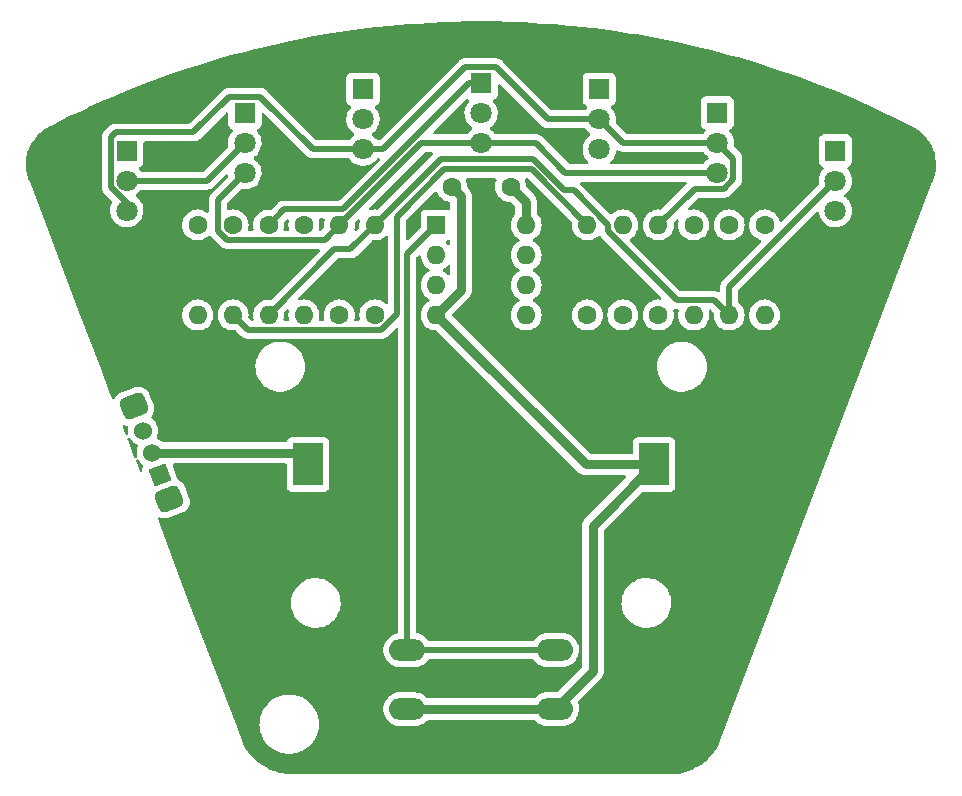
<source format=gtl>
G04 #@! TF.GenerationSoftware,KiCad,Pcbnew,6.0.11-2627ca5db0~126~ubuntu20.04.1*
G04 #@! TF.CreationDate,2025-11-03T09:59:40+01:00*
G04 #@! TF.ProjectId,attiny85_catch_me_bcl-1,61747469-6e79-4383-955f-63617463685f,1.0*
G04 #@! TF.SameCoordinates,Original*
G04 #@! TF.FileFunction,Copper,L1,Top*
G04 #@! TF.FilePolarity,Positive*
%FSLAX46Y46*%
G04 Gerber Fmt 4.6, Leading zero omitted, Abs format (unit mm)*
G04 Created by KiCad (PCBNEW 6.0.11-2627ca5db0~126~ubuntu20.04.1) date 2025-11-03 09:59:40*
%MOMM*%
%LPD*%
G01*
G04 APERTURE LIST*
G04 Aperture macros list*
%AMRoundRect*
0 Rectangle with rounded corners*
0 $1 Rounding radius*
0 $2 $3 $4 $5 $6 $7 $8 $9 X,Y pos of 4 corners*
0 Add a 4 corners polygon primitive as box body*
4,1,4,$2,$3,$4,$5,$6,$7,$8,$9,$2,$3,0*
0 Add four circle primitives for the rounded corners*
1,1,$1+$1,$2,$3*
1,1,$1+$1,$4,$5*
1,1,$1+$1,$6,$7*
1,1,$1+$1,$8,$9*
0 Add four rect primitives between the rounded corners*
20,1,$1+$1,$2,$3,$4,$5,0*
20,1,$1+$1,$4,$5,$6,$7,0*
20,1,$1+$1,$6,$7,$8,$9,0*
20,1,$1+$1,$8,$9,$2,$3,0*%
%AMRotRect*
0 Rectangle, with rotation*
0 The origin of the aperture is its center*
0 $1 length*
0 $2 width*
0 $3 Rotation angle, in degrees counterclockwise*
0 Add horizontal line*
21,1,$1,$2,0,0,$3*%
G04 Aperture macros list end*
G04 #@! TA.AperFunction,ComponentPad*
%ADD10RoundRect,0.475000X0.413263X0.667431X-0.753713X0.219471X-0.413263X-0.667431X0.753713X-0.219471X0*%
G04 #@! TD*
G04 #@! TA.AperFunction,ComponentPad*
%ADD11RotRect,1.524000X1.524000X201.000000*%
G04 #@! TD*
G04 #@! TA.AperFunction,ComponentPad*
%ADD12C,1.524000*%
G04 #@! TD*
G04 #@! TA.AperFunction,ComponentPad*
%ADD13C,1.600000*%
G04 #@! TD*
G04 #@! TA.AperFunction,ComponentPad*
%ADD14O,1.600000X1.600000*%
G04 #@! TD*
G04 #@! TA.AperFunction,ComponentPad*
%ADD15R,1.600000X1.600000*%
G04 #@! TD*
G04 #@! TA.AperFunction,ComponentPad*
%ADD16O,3.048000X1.850000*%
G04 #@! TD*
G04 #@! TA.AperFunction,SMDPad,CuDef*
%ADD17R,2.600000X3.600000*%
G04 #@! TD*
G04 #@! TA.AperFunction,ComponentPad*
%ADD18R,1.800000X1.800000*%
G04 #@! TD*
G04 #@! TA.AperFunction,ComponentPad*
%ADD19C,1.800000*%
G04 #@! TD*
G04 #@! TA.AperFunction,Conductor*
%ADD20C,0.500000*%
G04 #@! TD*
G04 #@! TA.AperFunction,Conductor*
%ADD21C,0.800000*%
G04 #@! TD*
G04 APERTURE END LIST*
D10*
X78605146Y-105196038D03*
X75594854Y-97353962D03*
D11*
X77816736Y-103142161D03*
D12*
X77100000Y-101275000D03*
X76383264Y-99407839D03*
D13*
X120000000Y-89620000D03*
D14*
X120000000Y-82000000D03*
D13*
X117000000Y-89620000D03*
D14*
X117000000Y-82000000D03*
D13*
X114000000Y-89620000D03*
D14*
X114000000Y-82000000D03*
D13*
X96000000Y-89620000D03*
D14*
X96000000Y-82000000D03*
D15*
X101190000Y-82000000D03*
D14*
X101190000Y-84540000D03*
X101190000Y-87080000D03*
X101190000Y-89620000D03*
X108810000Y-89620000D03*
X108810000Y-87080000D03*
X108810000Y-84540000D03*
X108810000Y-82000000D03*
D16*
X111250000Y-123000000D03*
X98750000Y-123000000D03*
X111250000Y-118000000D03*
X98750000Y-118000000D03*
D17*
X90350000Y-102275000D03*
X119650000Y-102275000D03*
D13*
X107500000Y-78750000D03*
X102500000Y-78750000D03*
D18*
X125000000Y-72500000D03*
D19*
X125000000Y-75040000D03*
X125000000Y-77580000D03*
D18*
X115000000Y-70500000D03*
D19*
X115000000Y-73040000D03*
X115000000Y-75580000D03*
D18*
X85000000Y-72500000D03*
D19*
X85000000Y-75040000D03*
X85000000Y-77580000D03*
D13*
X81000000Y-82000000D03*
D14*
X81000000Y-89620000D03*
D13*
X87000000Y-82000000D03*
D14*
X87000000Y-89620000D03*
D18*
X105000000Y-70000000D03*
D19*
X105000000Y-72540000D03*
X105000000Y-75080000D03*
D18*
X95000000Y-70500000D03*
D19*
X95000000Y-73040000D03*
X95000000Y-75580000D03*
D13*
X126000000Y-82000000D03*
D14*
X126000000Y-89620000D03*
D13*
X90000000Y-82000000D03*
D14*
X90000000Y-89620000D03*
D13*
X123000000Y-82000000D03*
D14*
X123000000Y-89620000D03*
D13*
X84000000Y-82000000D03*
D14*
X84000000Y-89620000D03*
D18*
X135000000Y-75700000D03*
D19*
X135000000Y-78240000D03*
X135000000Y-80780000D03*
D13*
X93000000Y-89620000D03*
D14*
X93000000Y-82000000D03*
D18*
X75000000Y-75700000D03*
D19*
X75000000Y-78240000D03*
X75000000Y-80780000D03*
D13*
X129000000Y-82000000D03*
D14*
X129000000Y-89620000D03*
D20*
X101190000Y-82000000D02*
X98750000Y-84440000D01*
X98750000Y-118000000D02*
X111250000Y-118000000D01*
X98750000Y-84440000D02*
X98750000Y-118000000D01*
D21*
X113845000Y-102275000D02*
X101190000Y-89620000D01*
X103299999Y-79549999D02*
X103299999Y-87510001D01*
X114477800Y-119772200D02*
X114477800Y-107447200D01*
X111250000Y-123000000D02*
X114477800Y-119772200D01*
X114477800Y-107447200D02*
X119650000Y-102275000D01*
X103299999Y-87510001D02*
X101190000Y-89620000D01*
X98750000Y-123000000D02*
X111250000Y-123000000D01*
X119650000Y-102275000D02*
X113845000Y-102275000D01*
X102500000Y-78750000D02*
X103299999Y-79549999D01*
X77100000Y-101275000D02*
X89350000Y-101275000D01*
X89350000Y-101275000D02*
X90350000Y-102275000D01*
X108810000Y-80060000D02*
X107500000Y-78750000D01*
X108810000Y-82000000D02*
X108810000Y-80060000D01*
D20*
X81800000Y-78240000D02*
X85000000Y-75040000D01*
X97866200Y-89560400D02*
X96556600Y-90870000D01*
X114000000Y-82000000D02*
X109300000Y-77300000D01*
X85250000Y-90870000D02*
X84000000Y-89620000D01*
X75000000Y-78240000D02*
X81800000Y-78240000D01*
X101899390Y-77300000D02*
X97866200Y-81333190D01*
X109300000Y-77300000D02*
X101899390Y-77300000D01*
X97866200Y-81333190D02*
X97866200Y-89560400D01*
X85250000Y-90870000D02*
X96556600Y-90870000D01*
X125559189Y-78930000D02*
X126365000Y-78124189D01*
X83650000Y-71150000D02*
X80632000Y-74168000D01*
X73650000Y-78799189D02*
X75000000Y-80149189D01*
X103650000Y-68650000D02*
X96720000Y-75580000D01*
X120000000Y-82000000D02*
X123070000Y-78930000D01*
X96720000Y-75580000D02*
X95000000Y-75580000D01*
X125000000Y-75040000D02*
X117000000Y-75040000D01*
X117000000Y-75040000D02*
X115000000Y-73040000D01*
X90743800Y-75580000D02*
X86313800Y-71150000D01*
X126365000Y-76405000D02*
X125000000Y-75040000D01*
X123070000Y-78930000D02*
X125559189Y-78930000D01*
X106242000Y-68650000D02*
X110632000Y-73040000D01*
X80632000Y-74168000D02*
X74066400Y-74168000D01*
X126365000Y-78124189D02*
X126365000Y-76405000D01*
X86313800Y-71150000D02*
X83650000Y-71150000D01*
X106242000Y-68650000D02*
X103650000Y-68650000D01*
X95000000Y-75580000D02*
X90743800Y-75580000D01*
X73650000Y-74584400D02*
X73650000Y-78799189D01*
X75000000Y-80149189D02*
X75000000Y-80780000D01*
X110632000Y-73040000D02*
X115000000Y-73040000D01*
X74066400Y-74168000D02*
X73650000Y-74584400D01*
X87000000Y-89620000D02*
X92546000Y-84074000D01*
X112837967Y-79070200D02*
X112060150Y-79070200D01*
X115750000Y-81982233D02*
X112837967Y-79070200D01*
X126000000Y-89620000D02*
X124750000Y-88370000D01*
X93926000Y-84074000D02*
X96000000Y-82000000D01*
X126000000Y-87240000D02*
X135000000Y-78240000D01*
X124750000Y-88370000D02*
X121567800Y-88370000D01*
X101570000Y-76430000D02*
X96000000Y-82000000D01*
X115750000Y-82552200D02*
X115750000Y-81982233D01*
X126000000Y-89620000D02*
X126000000Y-87240000D01*
X109419950Y-76430000D02*
X101570000Y-76430000D01*
X92546000Y-84074000D02*
X93926000Y-84074000D01*
X112060150Y-79070200D02*
X109419950Y-76430000D01*
X121567800Y-88370000D02*
X115750000Y-82552200D01*
X105000000Y-70000000D02*
X104010050Y-70000000D01*
X93320050Y-80690000D02*
X88310000Y-80690000D01*
X88310000Y-80690000D02*
X87000000Y-82000000D01*
X104010050Y-70000000D02*
X93320050Y-80690000D01*
X105000000Y-75080000D02*
X99920000Y-75080000D01*
X82702400Y-79877600D02*
X85000000Y-77580000D01*
X93000000Y-82000000D02*
X91750000Y-83250000D01*
X82702400Y-82470167D02*
X82702400Y-79877600D01*
X112124000Y-77580000D02*
X109624000Y-75080000D01*
X109624000Y-75080000D02*
X105000000Y-75080000D01*
X83482233Y-83250000D02*
X82702400Y-82470167D01*
X125000000Y-77580000D02*
X112124000Y-77580000D01*
X99920000Y-75080000D02*
X93000000Y-82000000D01*
X91750000Y-83250000D02*
X83482233Y-83250000D01*
G04 #@! TA.AperFunction,NonConductor*
G36*
X74814894Y-98936134D02*
G01*
X74969309Y-98986903D01*
X75003722Y-98990885D01*
X75029372Y-98993853D01*
X75094742Y-99021553D01*
X75134760Y-99080197D01*
X75136596Y-99151629D01*
X75128709Y-99181063D01*
X75128708Y-99181070D01*
X75127286Y-99186376D01*
X75107911Y-99407839D01*
X75127286Y-99629302D01*
X75128710Y-99634615D01*
X75129480Y-99638982D01*
X75121611Y-99709541D01*
X75076844Y-99764646D01*
X75009393Y-99786800D01*
X74940672Y-99768969D01*
X74892499Y-99716816D01*
X74887607Y-99705610D01*
X74657754Y-99100577D01*
X74652260Y-99029794D01*
X74685907Y-98967276D01*
X74748012Y-98932874D01*
X74814894Y-98936134D01*
G37*
G04 #@! TD.AperFunction*
G04 #@! TA.AperFunction,NonConductor*
G36*
X75226347Y-100010132D02*
G01*
X75286244Y-100056181D01*
X75368181Y-100173199D01*
X75406287Y-100227620D01*
X75563483Y-100384816D01*
X75567991Y-100387973D01*
X75567994Y-100387975D01*
X75618685Y-100423469D01*
X75745587Y-100512327D01*
X75750569Y-100514650D01*
X75750574Y-100514653D01*
X75884555Y-100577129D01*
X75937840Y-100624046D01*
X75957301Y-100692324D01*
X75945500Y-100744574D01*
X75901560Y-100838804D01*
X75844022Y-101053537D01*
X75824647Y-101275000D01*
X75844022Y-101496463D01*
X75845446Y-101501776D01*
X75861222Y-101560654D01*
X75859532Y-101631630D01*
X75819738Y-101690426D01*
X75754474Y-101718374D01*
X75684460Y-101706601D01*
X75631926Y-101658844D01*
X75621728Y-101638012D01*
X75065244Y-100173198D01*
X75059750Y-100102416D01*
X75093397Y-100039898D01*
X75155502Y-100005496D01*
X75226347Y-100010132D01*
G37*
G04 #@! TD.AperFunction*
G04 #@! TA.AperFunction,NonConductor*
G36*
X75923404Y-101844971D02*
G01*
X75980497Y-101887172D01*
X75990108Y-101903114D01*
X75990436Y-101902925D01*
X75993187Y-101907689D01*
X75995512Y-101912676D01*
X76123023Y-102094781D01*
X76280219Y-102251977D01*
X76284727Y-102255134D01*
X76284730Y-102255136D01*
X76345490Y-102297681D01*
X76389819Y-102353139D01*
X76397127Y-102423758D01*
X76379898Y-102467942D01*
X76362957Y-102494897D01*
X76323175Y-102635016D01*
X76324318Y-102780670D01*
X76326338Y-102788315D01*
X76327200Y-102794753D01*
X76316415Y-102864925D01*
X76269403Y-102918128D01*
X76201092Y-102937468D01*
X76133168Y-102916806D01*
X76084527Y-102856221D01*
X75828959Y-102183500D01*
X75762301Y-102008037D01*
X75756807Y-101937255D01*
X75790454Y-101874737D01*
X75852559Y-101840335D01*
X75923404Y-101844971D01*
G37*
G04 #@! TD.AperFunction*
G04 #@! TA.AperFunction,NonConductor*
G36*
X103842279Y-71344618D02*
G01*
X103850013Y-71348155D01*
X103853295Y-71350615D01*
X103861703Y-71353767D01*
X103921164Y-71376058D01*
X103977929Y-71418699D01*
X104002629Y-71485261D01*
X103987422Y-71554609D01*
X103968029Y-71581091D01*
X103913362Y-71638297D01*
X103901639Y-71650564D01*
X103898725Y-71654836D01*
X103898724Y-71654837D01*
X103883152Y-71677665D01*
X103771119Y-71841899D01*
X103673602Y-72051981D01*
X103611707Y-72275169D01*
X103587095Y-72505469D01*
X103587392Y-72510622D01*
X103587392Y-72510625D01*
X103597668Y-72688854D01*
X103600427Y-72736697D01*
X103601564Y-72741743D01*
X103601565Y-72741749D01*
X103624621Y-72844054D01*
X103651346Y-72962642D01*
X103653288Y-72967424D01*
X103653289Y-72967428D01*
X103709432Y-73105691D01*
X103738484Y-73177237D01*
X103859501Y-73374719D01*
X104011147Y-73549784D01*
X104189349Y-73697730D01*
X104193819Y-73700342D01*
X104197511Y-73702500D01*
X104246232Y-73754140D01*
X104259301Y-73823924D01*
X104232566Y-73889694D01*
X104209589Y-73912045D01*
X104082623Y-74007374D01*
X104061655Y-74023117D01*
X103901639Y-74190564D01*
X103884192Y-74216140D01*
X103849835Y-74266505D01*
X103794923Y-74311507D01*
X103745747Y-74321500D01*
X101065421Y-74321500D01*
X100997300Y-74301498D01*
X100950807Y-74247842D01*
X100940703Y-74177568D01*
X100970197Y-74112988D01*
X100976326Y-74106405D01*
X103709152Y-71373579D01*
X103771464Y-71339553D01*
X103842279Y-71344618D01*
G37*
G04 #@! TD.AperFunction*
G04 #@! TA.AperFunction,NonConductor*
G36*
X116585699Y-75683039D02*
G01*
X116586745Y-75681345D01*
X116592977Y-75685194D01*
X116598716Y-75689734D01*
X116664875Y-75720655D01*
X116668769Y-75722558D01*
X116733808Y-75755769D01*
X116740916Y-75757508D01*
X116746559Y-75759607D01*
X116752322Y-75761524D01*
X116758950Y-75764622D01*
X116766112Y-75766112D01*
X116766113Y-75766112D01*
X116830412Y-75779486D01*
X116834696Y-75780456D01*
X116905610Y-75797808D01*
X116911212Y-75798156D01*
X116911215Y-75798156D01*
X116916764Y-75798500D01*
X116916762Y-75798536D01*
X116920755Y-75798775D01*
X116924947Y-75799149D01*
X116932115Y-75800640D01*
X117009520Y-75798546D01*
X117012928Y-75798500D01*
X123742230Y-75798500D01*
X123810351Y-75818502D01*
X123849662Y-75858665D01*
X123856798Y-75870309D01*
X123856801Y-75870314D01*
X123859501Y-75874719D01*
X124011147Y-76049784D01*
X124189349Y-76197730D01*
X124193819Y-76200342D01*
X124197511Y-76202500D01*
X124246232Y-76254140D01*
X124259301Y-76323924D01*
X124232566Y-76389694D01*
X124209589Y-76412045D01*
X124200829Y-76418622D01*
X124097765Y-76496005D01*
X124061655Y-76523117D01*
X123901639Y-76690564D01*
X123883152Y-76717665D01*
X123849835Y-76766505D01*
X123794923Y-76811507D01*
X123745747Y-76821500D01*
X116054614Y-76821500D01*
X115986493Y-76801498D01*
X115940000Y-76747842D01*
X115929896Y-76677568D01*
X115959390Y-76612988D01*
X115965674Y-76606249D01*
X116072642Y-76499653D01*
X116072643Y-76499652D01*
X116076303Y-76496005D01*
X116211458Y-76307917D01*
X116215889Y-76298953D01*
X116311784Y-76104922D01*
X116311785Y-76104920D01*
X116314078Y-76100280D01*
X116381408Y-75878671D01*
X116395455Y-75771975D01*
X116424177Y-75707047D01*
X116483443Y-75667956D01*
X116554434Y-75667111D01*
X116585699Y-75683039D01*
G37*
G04 #@! TD.AperFunction*
G04 #@! TA.AperFunction,NonConductor*
G36*
X106617012Y-70098147D02*
G01*
X106623595Y-70104276D01*
X110048230Y-73528911D01*
X110060616Y-73543323D01*
X110069149Y-73554918D01*
X110069154Y-73554923D01*
X110073492Y-73560818D01*
X110079070Y-73565557D01*
X110079073Y-73565560D01*
X110113768Y-73595035D01*
X110121284Y-73601965D01*
X110126980Y-73607661D01*
X110129841Y-73609924D01*
X110129846Y-73609929D01*
X110149266Y-73625293D01*
X110152667Y-73628082D01*
X110189964Y-73659768D01*
X110208285Y-73675333D01*
X110214805Y-73678662D01*
X110219852Y-73682028D01*
X110224976Y-73685193D01*
X110230717Y-73689735D01*
X110237348Y-73692834D01*
X110237351Y-73692836D01*
X110296830Y-73720634D01*
X110300776Y-73722562D01*
X110365808Y-73755769D01*
X110372914Y-73757508D01*
X110378564Y-73759609D01*
X110384321Y-73761524D01*
X110390950Y-73764622D01*
X110462435Y-73779491D01*
X110466701Y-73780457D01*
X110537610Y-73797808D01*
X110543212Y-73798156D01*
X110543215Y-73798156D01*
X110548764Y-73798500D01*
X110548762Y-73798535D01*
X110552734Y-73798775D01*
X110556955Y-73799152D01*
X110564115Y-73800641D01*
X110641542Y-73798546D01*
X110644950Y-73798500D01*
X113742230Y-73798500D01*
X113810351Y-73818502D01*
X113849662Y-73858665D01*
X113856798Y-73870309D01*
X113856801Y-73870314D01*
X113859501Y-73874719D01*
X114011147Y-74049784D01*
X114144728Y-74160685D01*
X114180718Y-74190564D01*
X114189349Y-74197730D01*
X114193819Y-74200342D01*
X114197511Y-74202500D01*
X114246232Y-74254140D01*
X114259301Y-74323924D01*
X114232566Y-74389694D01*
X114209589Y-74412045D01*
X114068424Y-74518035D01*
X114061655Y-74523117D01*
X114058083Y-74526855D01*
X113909551Y-74682285D01*
X113901639Y-74690564D01*
X113898725Y-74694836D01*
X113898724Y-74694837D01*
X113837495Y-74784595D01*
X113771119Y-74881899D01*
X113673602Y-75091981D01*
X113611707Y-75315169D01*
X113587095Y-75545469D01*
X113587392Y-75550622D01*
X113587392Y-75550625D01*
X113597306Y-75722561D01*
X113600427Y-75776697D01*
X113601564Y-75781743D01*
X113601565Y-75781749D01*
X113631628Y-75915148D01*
X113651346Y-76002642D01*
X113653288Y-76007424D01*
X113653289Y-76007428D01*
X113732500Y-76202500D01*
X113738484Y-76217237D01*
X113788560Y-76298953D01*
X113856799Y-76410309D01*
X113859501Y-76414719D01*
X114011147Y-76589784D01*
X114021712Y-76598555D01*
X114061348Y-76657458D01*
X114062846Y-76728439D01*
X114025732Y-76788962D01*
X113961788Y-76819811D01*
X113941228Y-76821500D01*
X112490371Y-76821500D01*
X112422250Y-76801498D01*
X112401276Y-76784595D01*
X110207770Y-74591089D01*
X110195384Y-74576677D01*
X110186851Y-74565082D01*
X110186846Y-74565077D01*
X110182508Y-74559182D01*
X110176930Y-74554443D01*
X110176927Y-74554440D01*
X110142232Y-74524965D01*
X110134716Y-74518035D01*
X110129021Y-74512340D01*
X110114895Y-74501164D01*
X110106749Y-74494719D01*
X110103345Y-74491928D01*
X110053297Y-74449409D01*
X110053295Y-74449408D01*
X110047715Y-74444667D01*
X110041199Y-74441339D01*
X110036150Y-74437972D01*
X110031021Y-74434805D01*
X110025284Y-74430266D01*
X109959125Y-74399345D01*
X109955225Y-74397439D01*
X109890192Y-74364231D01*
X109883084Y-74362492D01*
X109877441Y-74360393D01*
X109871678Y-74358476D01*
X109865050Y-74355378D01*
X109836238Y-74349385D01*
X109793588Y-74340514D01*
X109789299Y-74339543D01*
X109718390Y-74322192D01*
X109712788Y-74321844D01*
X109712785Y-74321844D01*
X109707236Y-74321500D01*
X109707238Y-74321464D01*
X109703245Y-74321225D01*
X109699053Y-74320851D01*
X109691885Y-74319360D01*
X109625675Y-74321151D01*
X109614479Y-74321454D01*
X109611072Y-74321500D01*
X106255493Y-74321500D01*
X106187372Y-74301498D01*
X106149701Y-74263941D01*
X106122571Y-74222004D01*
X106119764Y-74217665D01*
X106104002Y-74200342D01*
X106058707Y-74150564D01*
X105963887Y-74046358D01*
X105959836Y-74043159D01*
X105959832Y-74043155D01*
X105787077Y-73906722D01*
X105746014Y-73848805D01*
X105742782Y-73777882D01*
X105778407Y-73716470D01*
X105792001Y-73705261D01*
X105795872Y-73702500D01*
X105912243Y-73619494D01*
X106076303Y-73456005D01*
X106211458Y-73267917D01*
X106258641Y-73172450D01*
X106311784Y-73064922D01*
X106311785Y-73064920D01*
X106314078Y-73060280D01*
X106381408Y-72838671D01*
X106411640Y-72609041D01*
X106411722Y-72605691D01*
X106413245Y-72543365D01*
X106413245Y-72543361D01*
X106413327Y-72540000D01*
X106399169Y-72367793D01*
X106394773Y-72314318D01*
X106394772Y-72314312D01*
X106394349Y-72309167D01*
X106337925Y-72084533D01*
X106327278Y-72060047D01*
X106247630Y-71876868D01*
X106247628Y-71876865D01*
X106245570Y-71872131D01*
X106119764Y-71677665D01*
X106098992Y-71654837D01*
X106029848Y-71578848D01*
X105998796Y-71515002D01*
X106007192Y-71444504D01*
X106052369Y-71389736D01*
X106078812Y-71376067D01*
X106138297Y-71353767D01*
X106146705Y-71350615D01*
X106263261Y-71263261D01*
X106350615Y-71146705D01*
X106401745Y-71010316D01*
X106408500Y-70948134D01*
X106408500Y-70193371D01*
X106428502Y-70125250D01*
X106482158Y-70078757D01*
X106552432Y-70068653D01*
X106617012Y-70098147D01*
G37*
G04 #@! TD.AperFunction*
G04 #@! TA.AperFunction,NonConductor*
G36*
X83509532Y-72467315D02*
G01*
X83566368Y-72509862D01*
X83591179Y-72576382D01*
X83591500Y-72585371D01*
X83591500Y-73448134D01*
X83598255Y-73510316D01*
X83649385Y-73646705D01*
X83736739Y-73763261D01*
X83853295Y-73850615D01*
X83861704Y-73853767D01*
X83861705Y-73853768D01*
X83921164Y-73876058D01*
X83977929Y-73918699D01*
X84002629Y-73985261D01*
X83987422Y-74054609D01*
X83968029Y-74081091D01*
X83901639Y-74150564D01*
X83898725Y-74154836D01*
X83898724Y-74154837D01*
X83837495Y-74244595D01*
X83771119Y-74341899D01*
X83673602Y-74551981D01*
X83611707Y-74775169D01*
X83587095Y-75005469D01*
X83587392Y-75010622D01*
X83587392Y-75010625D01*
X83593067Y-75109041D01*
X83600427Y-75236697D01*
X83609112Y-75275234D01*
X83604576Y-75346083D01*
X83575290Y-75392029D01*
X81522724Y-77444595D01*
X81460412Y-77478621D01*
X81433629Y-77481500D01*
X76255493Y-77481500D01*
X76187372Y-77461498D01*
X76149701Y-77423941D01*
X76122571Y-77382004D01*
X76119764Y-77377665D01*
X76091704Y-77346827D01*
X76029848Y-77278848D01*
X75998796Y-77215002D01*
X76007192Y-77144504D01*
X76052369Y-77089736D01*
X76078812Y-77076067D01*
X76138297Y-77053767D01*
X76146705Y-77050615D01*
X76263261Y-76963261D01*
X76350615Y-76846705D01*
X76401745Y-76710316D01*
X76408500Y-76648134D01*
X76408500Y-75052500D01*
X76428502Y-74984379D01*
X76482158Y-74937886D01*
X76534500Y-74926500D01*
X80564930Y-74926500D01*
X80583880Y-74927933D01*
X80598115Y-74930099D01*
X80598119Y-74930099D01*
X80605349Y-74931199D01*
X80612641Y-74930606D01*
X80612644Y-74930606D01*
X80658018Y-74926915D01*
X80668233Y-74926500D01*
X80676293Y-74926500D01*
X80689583Y-74924951D01*
X80704507Y-74923211D01*
X80708882Y-74922778D01*
X80774339Y-74917454D01*
X80774342Y-74917453D01*
X80781637Y-74916860D01*
X80788601Y-74914604D01*
X80794560Y-74913413D01*
X80800415Y-74912029D01*
X80807681Y-74911182D01*
X80876327Y-74886265D01*
X80880455Y-74884848D01*
X80942936Y-74864607D01*
X80942938Y-74864606D01*
X80949899Y-74862351D01*
X80956154Y-74858555D01*
X80961628Y-74856049D01*
X80967058Y-74853330D01*
X80973937Y-74850833D01*
X81023068Y-74818621D01*
X81034976Y-74810814D01*
X81038680Y-74808477D01*
X81101107Y-74770595D01*
X81109484Y-74763197D01*
X81109508Y-74763224D01*
X81112500Y-74760571D01*
X81115733Y-74757868D01*
X81121852Y-74753856D01*
X81175128Y-74697617D01*
X81177506Y-74695175D01*
X83376405Y-72496276D01*
X83438717Y-72462250D01*
X83509532Y-72467315D01*
G37*
G04 #@! TD.AperFunction*
G04 #@! TA.AperFunction,NonConductor*
G36*
X100852750Y-75858502D02*
G01*
X100899243Y-75912158D01*
X100909347Y-75982432D01*
X100879853Y-76047012D01*
X100873724Y-76053595D01*
X96262990Y-80664329D01*
X96200678Y-80698355D01*
X96162913Y-80700755D01*
X96005475Y-80686981D01*
X96000000Y-80686502D01*
X95771913Y-80706457D01*
X95766600Y-80707881D01*
X95766598Y-80707881D01*
X95671946Y-80733243D01*
X95600970Y-80731553D01*
X95542174Y-80691759D01*
X95514226Y-80626495D01*
X95525999Y-80556481D01*
X95550240Y-80522441D01*
X100197276Y-75875405D01*
X100259588Y-75841379D01*
X100286371Y-75838500D01*
X100784629Y-75838500D01*
X100852750Y-75858502D01*
G37*
G04 #@! TD.AperFunction*
G04 #@! TA.AperFunction,NonConductor*
G36*
X94655568Y-81521279D02*
G01*
X94712404Y-81563826D01*
X94737215Y-81630346D01*
X94733243Y-81671946D01*
X94726280Y-81697932D01*
X94706457Y-81771913D01*
X94686502Y-82000000D01*
X94686981Y-82005475D01*
X94700755Y-82162913D01*
X94686766Y-82232518D01*
X94664329Y-82262990D01*
X94477559Y-82449760D01*
X94415247Y-82483786D01*
X94344432Y-82478721D01*
X94287596Y-82436174D01*
X94262785Y-82369654D01*
X94266757Y-82328054D01*
X94292119Y-82233402D01*
X94292120Y-82233399D01*
X94293543Y-82228087D01*
X94313498Y-82000000D01*
X94301738Y-81865581D01*
X94299245Y-81837087D01*
X94313234Y-81767482D01*
X94335671Y-81737010D01*
X94522441Y-81550240D01*
X94584753Y-81516214D01*
X94655568Y-81521279D01*
G37*
G04 #@! TD.AperFunction*
G04 #@! TA.AperFunction,NonConductor*
G36*
X91697030Y-81468502D02*
G01*
X91743523Y-81522158D01*
X91753627Y-81592432D01*
X91750617Y-81607106D01*
X91706457Y-81771913D01*
X91686502Y-82000000D01*
X91686981Y-82005475D01*
X91700755Y-82162913D01*
X91686766Y-82232518D01*
X91664329Y-82262990D01*
X91477559Y-82449760D01*
X91415247Y-82483786D01*
X91344432Y-82478721D01*
X91287596Y-82436174D01*
X91262785Y-82369654D01*
X91266757Y-82328054D01*
X91292119Y-82233402D01*
X91292120Y-82233399D01*
X91293543Y-82228087D01*
X91313498Y-82000000D01*
X91293543Y-81771913D01*
X91249384Y-81607111D01*
X91251074Y-81536135D01*
X91290868Y-81477339D01*
X91356132Y-81449391D01*
X91371091Y-81448500D01*
X91628909Y-81448500D01*
X91697030Y-81468502D01*
G37*
G04 #@! TD.AperFunction*
G04 #@! TA.AperFunction,NonConductor*
G36*
X88655568Y-81521279D02*
G01*
X88712404Y-81563826D01*
X88737215Y-81630346D01*
X88733243Y-81671946D01*
X88726280Y-81697932D01*
X88706457Y-81771913D01*
X88686502Y-82000000D01*
X88706457Y-82228087D01*
X88734539Y-82332888D01*
X88732849Y-82403865D01*
X88693055Y-82462661D01*
X88627791Y-82490609D01*
X88612832Y-82491500D01*
X88387168Y-82491500D01*
X88319047Y-82471498D01*
X88272554Y-82417842D01*
X88262450Y-82347568D01*
X88265461Y-82332888D01*
X88293543Y-82228087D01*
X88313498Y-82000000D01*
X88301738Y-81865581D01*
X88299245Y-81837087D01*
X88313234Y-81767482D01*
X88335671Y-81737010D01*
X88522441Y-81550240D01*
X88584753Y-81516214D01*
X88655568Y-81521279D01*
G37*
G04 #@! TD.AperFunction*
G04 #@! TA.AperFunction,NonConductor*
G36*
X86617012Y-72526347D02*
G01*
X86623595Y-72532476D01*
X90160030Y-76068911D01*
X90172416Y-76083323D01*
X90180949Y-76094918D01*
X90180954Y-76094923D01*
X90185292Y-76100818D01*
X90190870Y-76105557D01*
X90190873Y-76105560D01*
X90225568Y-76135035D01*
X90233084Y-76141965D01*
X90238779Y-76147660D01*
X90241661Y-76149940D01*
X90261051Y-76165281D01*
X90264455Y-76168072D01*
X90314503Y-76210591D01*
X90320085Y-76215333D01*
X90326601Y-76218661D01*
X90331650Y-76222028D01*
X90336779Y-76225195D01*
X90342516Y-76229734D01*
X90408675Y-76260655D01*
X90412569Y-76262558D01*
X90477608Y-76295769D01*
X90484716Y-76297508D01*
X90490359Y-76299607D01*
X90496122Y-76301524D01*
X90502750Y-76304622D01*
X90509912Y-76306112D01*
X90509913Y-76306112D01*
X90574212Y-76319486D01*
X90578496Y-76320456D01*
X90649410Y-76337808D01*
X90655012Y-76338156D01*
X90655015Y-76338156D01*
X90660564Y-76338500D01*
X90660562Y-76338536D01*
X90664555Y-76338775D01*
X90668747Y-76339149D01*
X90675915Y-76340640D01*
X90753320Y-76338546D01*
X90756728Y-76338500D01*
X93742230Y-76338500D01*
X93810351Y-76358502D01*
X93849662Y-76398665D01*
X93856798Y-76410309D01*
X93856801Y-76410314D01*
X93859501Y-76414719D01*
X94011147Y-76589784D01*
X94189349Y-76737730D01*
X94389322Y-76854584D01*
X94605694Y-76937209D01*
X94610760Y-76938240D01*
X94610761Y-76938240D01*
X94663846Y-76949040D01*
X94832656Y-76983385D01*
X94963324Y-76988176D01*
X95058949Y-76991683D01*
X95058953Y-76991683D01*
X95064113Y-76991872D01*
X95069233Y-76991216D01*
X95069235Y-76991216D01*
X95142270Y-76981860D01*
X95293847Y-76962442D01*
X95298795Y-76960957D01*
X95298802Y-76960956D01*
X95510747Y-76897369D01*
X95515690Y-76895886D01*
X95596236Y-76856427D01*
X95719049Y-76796262D01*
X95719052Y-76796260D01*
X95723684Y-76793991D01*
X95912243Y-76659494D01*
X96076303Y-76496005D01*
X96151777Y-76390973D01*
X96207770Y-76347326D01*
X96254098Y-76338500D01*
X96294679Y-76338500D01*
X96362800Y-76358502D01*
X96409293Y-76412158D01*
X96419397Y-76482432D01*
X96389903Y-76547012D01*
X96383774Y-76553595D01*
X93042774Y-79894595D01*
X92980462Y-79928621D01*
X92953679Y-79931500D01*
X88377070Y-79931500D01*
X88358120Y-79930067D01*
X88343885Y-79927901D01*
X88343881Y-79927901D01*
X88336651Y-79926801D01*
X88329359Y-79927394D01*
X88329356Y-79927394D01*
X88283982Y-79931085D01*
X88273767Y-79931500D01*
X88265707Y-79931500D01*
X88262073Y-79931924D01*
X88262067Y-79931924D01*
X88249042Y-79933443D01*
X88237480Y-79934791D01*
X88233132Y-79935221D01*
X88160364Y-79941140D01*
X88153403Y-79943395D01*
X88147463Y-79944582D01*
X88141588Y-79945971D01*
X88134319Y-79946818D01*
X88065670Y-79971736D01*
X88061542Y-79973153D01*
X87999064Y-79993393D01*
X87999062Y-79993394D01*
X87992101Y-79995649D01*
X87985846Y-79999445D01*
X87980372Y-80001951D01*
X87974942Y-80004670D01*
X87968063Y-80007167D01*
X87961943Y-80011180D01*
X87961942Y-80011180D01*
X87907024Y-80047186D01*
X87903320Y-80049523D01*
X87840893Y-80087405D01*
X87836685Y-80091121D01*
X87836684Y-80091122D01*
X87832547Y-80094776D01*
X87832516Y-80094803D01*
X87832492Y-80094776D01*
X87829500Y-80097429D01*
X87826267Y-80100132D01*
X87820148Y-80104144D01*
X87808094Y-80116868D01*
X87766872Y-80160383D01*
X87764494Y-80162825D01*
X87262990Y-80664329D01*
X87200678Y-80698355D01*
X87162913Y-80700755D01*
X87005475Y-80686981D01*
X87000000Y-80686502D01*
X86771913Y-80706457D01*
X86766600Y-80707881D01*
X86766598Y-80707881D01*
X86556067Y-80764293D01*
X86556065Y-80764294D01*
X86550757Y-80765716D01*
X86545776Y-80768039D01*
X86545775Y-80768039D01*
X86348238Y-80860151D01*
X86348233Y-80860154D01*
X86343251Y-80862477D01*
X86238389Y-80935902D01*
X86160211Y-80990643D01*
X86160208Y-80990645D01*
X86155700Y-80993802D01*
X85993802Y-81155700D01*
X85990645Y-81160208D01*
X85990643Y-81160211D01*
X85935902Y-81238389D01*
X85862477Y-81343251D01*
X85860154Y-81348233D01*
X85860151Y-81348238D01*
X85779462Y-81521279D01*
X85765716Y-81550757D01*
X85764294Y-81556064D01*
X85764293Y-81556067D01*
X85726280Y-81697932D01*
X85706457Y-81771913D01*
X85686502Y-82000000D01*
X85706457Y-82228087D01*
X85734539Y-82332888D01*
X85732849Y-82403865D01*
X85693055Y-82462661D01*
X85627791Y-82490609D01*
X85612832Y-82491500D01*
X85387168Y-82491500D01*
X85319047Y-82471498D01*
X85272554Y-82417842D01*
X85262450Y-82347568D01*
X85265461Y-82332888D01*
X85293543Y-82228087D01*
X85313498Y-82000000D01*
X85293543Y-81771913D01*
X85273720Y-81697932D01*
X85235707Y-81556067D01*
X85235706Y-81556064D01*
X85234284Y-81550757D01*
X85220538Y-81521279D01*
X85139849Y-81348238D01*
X85139846Y-81348233D01*
X85137523Y-81343251D01*
X85064098Y-81238389D01*
X85009357Y-81160211D01*
X85009355Y-81160208D01*
X85006198Y-81155700D01*
X84844300Y-80993802D01*
X84839792Y-80990645D01*
X84839789Y-80990643D01*
X84761611Y-80935902D01*
X84656749Y-80862477D01*
X84651767Y-80860154D01*
X84651762Y-80860151D01*
X84454225Y-80768039D01*
X84454224Y-80768039D01*
X84449243Y-80765716D01*
X84443935Y-80764294D01*
X84443933Y-80764293D01*
X84233402Y-80707881D01*
X84233400Y-80707881D01*
X84228087Y-80706457D01*
X84000000Y-80686502D01*
X83771913Y-80706457D01*
X83766600Y-80707881D01*
X83766598Y-80707881D01*
X83619511Y-80747293D01*
X83548535Y-80745603D01*
X83489739Y-80705809D01*
X83461791Y-80640545D01*
X83460900Y-80625586D01*
X83460900Y-80243971D01*
X83480902Y-80175850D01*
X83497805Y-80154876D01*
X84649040Y-79003641D01*
X84711352Y-78969615D01*
X84763256Y-78969266D01*
X84827585Y-78982354D01*
X84827593Y-78982355D01*
X84832656Y-78983385D01*
X84963324Y-78988176D01*
X85058949Y-78991683D01*
X85058953Y-78991683D01*
X85064113Y-78991872D01*
X85069233Y-78991216D01*
X85069235Y-78991216D01*
X85171720Y-78978087D01*
X85293847Y-78962442D01*
X85298795Y-78960957D01*
X85298802Y-78960956D01*
X85510747Y-78897369D01*
X85515690Y-78895886D01*
X85520324Y-78893616D01*
X85719049Y-78796262D01*
X85719052Y-78796260D01*
X85723684Y-78793991D01*
X85912243Y-78659494D01*
X86076303Y-78496005D01*
X86211458Y-78307917D01*
X86217462Y-78295770D01*
X86311784Y-78104922D01*
X86311785Y-78104920D01*
X86314078Y-78100280D01*
X86381408Y-77878671D01*
X86411640Y-77649041D01*
X86411722Y-77645691D01*
X86413245Y-77583365D01*
X86413245Y-77583361D01*
X86413327Y-77580000D01*
X86400497Y-77423941D01*
X86394773Y-77354318D01*
X86394772Y-77354312D01*
X86394349Y-77349167D01*
X86352640Y-77183117D01*
X86339184Y-77129544D01*
X86339183Y-77129540D01*
X86337925Y-77124533D01*
X86335866Y-77119797D01*
X86247630Y-76916868D01*
X86247628Y-76916865D01*
X86245570Y-76912131D01*
X86119764Y-76717665D01*
X86086615Y-76681234D01*
X86056496Y-76648134D01*
X85963887Y-76546358D01*
X85959836Y-76543159D01*
X85959832Y-76543155D01*
X85787077Y-76406722D01*
X85746014Y-76348805D01*
X85742782Y-76277882D01*
X85778407Y-76216470D01*
X85792001Y-76205261D01*
X85795872Y-76202500D01*
X85912243Y-76119494D01*
X86076303Y-75956005D01*
X86085576Y-75943101D01*
X86143944Y-75861872D01*
X86211458Y-75767917D01*
X86215889Y-75758953D01*
X86311784Y-75564922D01*
X86311785Y-75564920D01*
X86314078Y-75560280D01*
X86381408Y-75338671D01*
X86411640Y-75109041D01*
X86413327Y-75040000D01*
X86404333Y-74930606D01*
X86394773Y-74814318D01*
X86394772Y-74814312D01*
X86394349Y-74809167D01*
X86337925Y-74584533D01*
X86334509Y-74576677D01*
X86247630Y-74376868D01*
X86247628Y-74376865D01*
X86245570Y-74372131D01*
X86119764Y-74177665D01*
X86116282Y-74173838D01*
X86029848Y-74078848D01*
X85998796Y-74015002D01*
X86007192Y-73944504D01*
X86052369Y-73889736D01*
X86078812Y-73876067D01*
X86138297Y-73853767D01*
X86146705Y-73850615D01*
X86263261Y-73763261D01*
X86350615Y-73646705D01*
X86401745Y-73510316D01*
X86408500Y-73448134D01*
X86408500Y-72621571D01*
X86428502Y-72553450D01*
X86482158Y-72506957D01*
X86552432Y-72496853D01*
X86617012Y-72526347D01*
G37*
G04 #@! TD.AperFunction*
G04 #@! TA.AperFunction,NonConductor*
G36*
X101210260Y-79165977D02*
G01*
X101267096Y-79208524D01*
X101280423Y-79230783D01*
X101360151Y-79401762D01*
X101360154Y-79401767D01*
X101362477Y-79406749D01*
X101412285Y-79477882D01*
X101452446Y-79535237D01*
X101493802Y-79594300D01*
X101655700Y-79756198D01*
X101660208Y-79759355D01*
X101660211Y-79759357D01*
X101732130Y-79809715D01*
X101843251Y-79887523D01*
X101848233Y-79889846D01*
X101848238Y-79889849D01*
X101965615Y-79944582D01*
X102050757Y-79984284D01*
X102056065Y-79985706D01*
X102056067Y-79985707D01*
X102084752Y-79993393D01*
X102271913Y-80043543D01*
X102277394Y-80044022D01*
X102282812Y-80044978D01*
X102282575Y-80046325D01*
X102342608Y-80069814D01*
X102384242Y-80127321D01*
X102391499Y-80169464D01*
X102391499Y-80625616D01*
X102371497Y-80693737D01*
X102317841Y-80740230D01*
X102247567Y-80750334D01*
X102221270Y-80743598D01*
X102107718Y-80701029D01*
X102107712Y-80701027D01*
X102100316Y-80698255D01*
X102038134Y-80691500D01*
X100341866Y-80691500D01*
X100279684Y-80698255D01*
X100143295Y-80749385D01*
X100026739Y-80836739D01*
X99939385Y-80953295D01*
X99888255Y-81089684D01*
X99881500Y-81151866D01*
X99881500Y-82183629D01*
X99861498Y-82251750D01*
X99844595Y-82272724D01*
X98839795Y-83277524D01*
X98777483Y-83311550D01*
X98706668Y-83306485D01*
X98649832Y-83263938D01*
X98625021Y-83197418D01*
X98624700Y-83188429D01*
X98624700Y-81699561D01*
X98644702Y-81631440D01*
X98661605Y-81610466D01*
X101077133Y-79194938D01*
X101139445Y-79160912D01*
X101210260Y-79165977D01*
G37*
G04 #@! TD.AperFunction*
G04 #@! TA.AperFunction,NonConductor*
G36*
X102354446Y-83285140D02*
G01*
X102388575Y-83347396D01*
X102391499Y-83374384D01*
X102391499Y-83586811D01*
X102371497Y-83654932D01*
X102317841Y-83701425D01*
X102247567Y-83711529D01*
X102182987Y-83682035D01*
X102176404Y-83675906D01*
X102034300Y-83533802D01*
X102029789Y-83530643D01*
X102025576Y-83527108D01*
X102026527Y-83525974D01*
X101986529Y-83475929D01*
X101979224Y-83405310D01*
X102011258Y-83341951D01*
X102072462Y-83305970D01*
X102089517Y-83302918D01*
X102100316Y-83301745D01*
X102107712Y-83298973D01*
X102107718Y-83298971D01*
X102221270Y-83256402D01*
X102292077Y-83251219D01*
X102354446Y-83285140D01*
G37*
G04 #@! TD.AperFunction*
G04 #@! TA.AperFunction,NonConductor*
G36*
X102309531Y-85375133D02*
G01*
X102366367Y-85417680D01*
X102391178Y-85484200D01*
X102391499Y-85493189D01*
X102391499Y-86126811D01*
X102371497Y-86194932D01*
X102317841Y-86241425D01*
X102247567Y-86251529D01*
X102182987Y-86222035D01*
X102176404Y-86215906D01*
X102034300Y-86073802D01*
X102029792Y-86070645D01*
X102029789Y-86070643D01*
X101951611Y-86015902D01*
X101846749Y-85942477D01*
X101841767Y-85940154D01*
X101841762Y-85940151D01*
X101807543Y-85924195D01*
X101754258Y-85877278D01*
X101734797Y-85809001D01*
X101755339Y-85741041D01*
X101807543Y-85695805D01*
X101841762Y-85679849D01*
X101841767Y-85679846D01*
X101846749Y-85677523D01*
X101951611Y-85604098D01*
X102029789Y-85549357D01*
X102029792Y-85549355D01*
X102034300Y-85546198D01*
X102176404Y-85404094D01*
X102238716Y-85370068D01*
X102309531Y-85375133D01*
G37*
G04 #@! TD.AperFunction*
G04 #@! TA.AperFunction,NonConductor*
G36*
X97025732Y-82928932D02*
G01*
X97082568Y-82971479D01*
X97107379Y-83037999D01*
X97107700Y-83046988D01*
X97107700Y-88573012D01*
X97087698Y-88641133D01*
X97034042Y-88687626D01*
X96963768Y-88697730D01*
X96899188Y-88668236D01*
X96892605Y-88662107D01*
X96844300Y-88613802D01*
X96839792Y-88610645D01*
X96839789Y-88610643D01*
X96733030Y-88535890D01*
X96656749Y-88482477D01*
X96651767Y-88480154D01*
X96651762Y-88480151D01*
X96454225Y-88388039D01*
X96454224Y-88388039D01*
X96449243Y-88385716D01*
X96443935Y-88384294D01*
X96443933Y-88384293D01*
X96233402Y-88327881D01*
X96233400Y-88327881D01*
X96228087Y-88326457D01*
X96000000Y-88306502D01*
X95771913Y-88326457D01*
X95766600Y-88327881D01*
X95766598Y-88327881D01*
X95556067Y-88384293D01*
X95556065Y-88384294D01*
X95550757Y-88385716D01*
X95545776Y-88388039D01*
X95545775Y-88388039D01*
X95348238Y-88480151D01*
X95348233Y-88480154D01*
X95343251Y-88482477D01*
X95266970Y-88535890D01*
X95160211Y-88610643D01*
X95160208Y-88610645D01*
X95155700Y-88613802D01*
X94993802Y-88775700D01*
X94862477Y-88963251D01*
X94860154Y-88968233D01*
X94860151Y-88968238D01*
X94769718Y-89162174D01*
X94765716Y-89170757D01*
X94764294Y-89176065D01*
X94764293Y-89176067D01*
X94733243Y-89291946D01*
X94706457Y-89391913D01*
X94686502Y-89620000D01*
X94706457Y-89848087D01*
X94734539Y-89952888D01*
X94732849Y-90023865D01*
X94693055Y-90082661D01*
X94627791Y-90110609D01*
X94612832Y-90111500D01*
X94387168Y-90111500D01*
X94319047Y-90091498D01*
X94272554Y-90037842D01*
X94262450Y-89967568D01*
X94265461Y-89952888D01*
X94293543Y-89848087D01*
X94313498Y-89620000D01*
X94293543Y-89391913D01*
X94266757Y-89291946D01*
X94235707Y-89176067D01*
X94235706Y-89176065D01*
X94234284Y-89170757D01*
X94230282Y-89162174D01*
X94139849Y-88968238D01*
X94139846Y-88968233D01*
X94137523Y-88963251D01*
X94006198Y-88775700D01*
X93844300Y-88613802D01*
X93839792Y-88610645D01*
X93839789Y-88610643D01*
X93733030Y-88535890D01*
X93656749Y-88482477D01*
X93651767Y-88480154D01*
X93651762Y-88480151D01*
X93454225Y-88388039D01*
X93454224Y-88388039D01*
X93449243Y-88385716D01*
X93443935Y-88384294D01*
X93443933Y-88384293D01*
X93233402Y-88327881D01*
X93233400Y-88327881D01*
X93228087Y-88326457D01*
X93000000Y-88306502D01*
X92771913Y-88326457D01*
X92766600Y-88327881D01*
X92766598Y-88327881D01*
X92556067Y-88384293D01*
X92556065Y-88384294D01*
X92550757Y-88385716D01*
X92545776Y-88388039D01*
X92545775Y-88388039D01*
X92348238Y-88480151D01*
X92348233Y-88480154D01*
X92343251Y-88482477D01*
X92266970Y-88535890D01*
X92160211Y-88610643D01*
X92160208Y-88610645D01*
X92155700Y-88613802D01*
X91993802Y-88775700D01*
X91862477Y-88963251D01*
X91860154Y-88968233D01*
X91860151Y-88968238D01*
X91769718Y-89162174D01*
X91765716Y-89170757D01*
X91764294Y-89176065D01*
X91764293Y-89176067D01*
X91733243Y-89291946D01*
X91706457Y-89391913D01*
X91686502Y-89620000D01*
X91706457Y-89848087D01*
X91734539Y-89952888D01*
X91732849Y-90023865D01*
X91693055Y-90082661D01*
X91627791Y-90110609D01*
X91612832Y-90111500D01*
X91387168Y-90111500D01*
X91319047Y-90091498D01*
X91272554Y-90037842D01*
X91262450Y-89967568D01*
X91265461Y-89952888D01*
X91293543Y-89848087D01*
X91313498Y-89620000D01*
X91293543Y-89391913D01*
X91266757Y-89291946D01*
X91235707Y-89176067D01*
X91235706Y-89176065D01*
X91234284Y-89170757D01*
X91230282Y-89162174D01*
X91139849Y-88968238D01*
X91139846Y-88968233D01*
X91137523Y-88963251D01*
X91006198Y-88775700D01*
X90844300Y-88613802D01*
X90839792Y-88610645D01*
X90839789Y-88610643D01*
X90733030Y-88535890D01*
X90656749Y-88482477D01*
X90651767Y-88480154D01*
X90651762Y-88480151D01*
X90454225Y-88388039D01*
X90454224Y-88388039D01*
X90449243Y-88385716D01*
X90443935Y-88384294D01*
X90443933Y-88384293D01*
X90233402Y-88327881D01*
X90233400Y-88327881D01*
X90228087Y-88326457D01*
X90000000Y-88306502D01*
X89771913Y-88326457D01*
X89766600Y-88327881D01*
X89766598Y-88327881D01*
X89671946Y-88353243D01*
X89600970Y-88351553D01*
X89542174Y-88311759D01*
X89514226Y-88246495D01*
X89525999Y-88176481D01*
X89550240Y-88142441D01*
X92823276Y-84869405D01*
X92885588Y-84835379D01*
X92912371Y-84832500D01*
X93858930Y-84832500D01*
X93877880Y-84833933D01*
X93892115Y-84836099D01*
X93892119Y-84836099D01*
X93899349Y-84837199D01*
X93906641Y-84836606D01*
X93906644Y-84836606D01*
X93952018Y-84832915D01*
X93962233Y-84832500D01*
X93970293Y-84832500D01*
X93983583Y-84830951D01*
X93998507Y-84829211D01*
X94002882Y-84828778D01*
X94068339Y-84823454D01*
X94068342Y-84823453D01*
X94075637Y-84822860D01*
X94082601Y-84820604D01*
X94088560Y-84819413D01*
X94094415Y-84818029D01*
X94101681Y-84817182D01*
X94170327Y-84792265D01*
X94174455Y-84790848D01*
X94236936Y-84770607D01*
X94236938Y-84770606D01*
X94243899Y-84768351D01*
X94250154Y-84764555D01*
X94255628Y-84762049D01*
X94261058Y-84759330D01*
X94267937Y-84756833D01*
X94328976Y-84716814D01*
X94332680Y-84714477D01*
X94395107Y-84676595D01*
X94403484Y-84669197D01*
X94403508Y-84669224D01*
X94406500Y-84666571D01*
X94409733Y-84663868D01*
X94415852Y-84659856D01*
X94469128Y-84603617D01*
X94471506Y-84601175D01*
X95737010Y-83335671D01*
X95799322Y-83301645D01*
X95837087Y-83299245D01*
X95994525Y-83313019D01*
X96000000Y-83313498D01*
X96228087Y-83293543D01*
X96233400Y-83292119D01*
X96233402Y-83292119D01*
X96443933Y-83235707D01*
X96443935Y-83235706D01*
X96449243Y-83234284D01*
X96487109Y-83216627D01*
X96651762Y-83139849D01*
X96651767Y-83139846D01*
X96656749Y-83137523D01*
X96786046Y-83046988D01*
X96839789Y-83009357D01*
X96839792Y-83009355D01*
X96844300Y-83006198D01*
X96892605Y-82957893D01*
X96954917Y-82923867D01*
X97025732Y-82928932D01*
G37*
G04 #@! TD.AperFunction*
G04 #@! TA.AperFunction,NonConductor*
G36*
X88655568Y-89141279D02*
G01*
X88712404Y-89183826D01*
X88737215Y-89250346D01*
X88733243Y-89291946D01*
X88706457Y-89391913D01*
X88686502Y-89620000D01*
X88706457Y-89848087D01*
X88734539Y-89952888D01*
X88732849Y-90023865D01*
X88693055Y-90082661D01*
X88627791Y-90110609D01*
X88612832Y-90111500D01*
X88387168Y-90111500D01*
X88319047Y-90091498D01*
X88272554Y-90037842D01*
X88262450Y-89967568D01*
X88265461Y-89952888D01*
X88293543Y-89848087D01*
X88313498Y-89620000D01*
X88299245Y-89457087D01*
X88313234Y-89387482D01*
X88335671Y-89357010D01*
X88522441Y-89170240D01*
X88584753Y-89136214D01*
X88655568Y-89141279D01*
G37*
G04 #@! TD.AperFunction*
G04 #@! TA.AperFunction,NonConductor*
G36*
X105007145Y-64771499D02*
G01*
X105878986Y-64771865D01*
X105881705Y-64771897D01*
X107639178Y-64811606D01*
X107641900Y-64811698D01*
X108572790Y-64853394D01*
X109398027Y-64890358D01*
X109400816Y-64890514D01*
X110196429Y-64943846D01*
X111154774Y-65008087D01*
X111157482Y-65008299D01*
X112461909Y-65124837D01*
X112908360Y-65164723D01*
X112911140Y-65165002D01*
X113324298Y-65211166D01*
X114658183Y-65360209D01*
X114660872Y-65360540D01*
X116403188Y-65594434D01*
X116405878Y-65594826D01*
X117648589Y-65789789D01*
X118142478Y-65867273D01*
X118145232Y-65867736D01*
X119875409Y-66178621D01*
X119878153Y-66179146D01*
X121600941Y-66528297D01*
X121603673Y-66528882D01*
X123318326Y-66916148D01*
X123321043Y-66916793D01*
X124481178Y-67205989D01*
X125026741Y-67341987D01*
X125029407Y-67342683D01*
X125872547Y-67572829D01*
X126725196Y-67805570D01*
X126727883Y-67806335D01*
X128413040Y-68306716D01*
X128415709Y-68307541D01*
X130089331Y-68845148D01*
X130091981Y-68846032D01*
X131753246Y-69420600D01*
X131755876Y-69421542D01*
X133404064Y-70032823D01*
X133406672Y-70033824D01*
X135040840Y-70681469D01*
X135043425Y-70682527D01*
X136662834Y-71366241D01*
X136665396Y-71367356D01*
X138269278Y-72086816D01*
X138271813Y-72087987D01*
X139152970Y-72506957D01*
X139839832Y-72833544D01*
X139859353Y-72842826D01*
X139861847Y-72844046D01*
X141391114Y-73613199D01*
X141408887Y-73624067D01*
X141418299Y-73630952D01*
X141418304Y-73630954D01*
X141425547Y-73636253D01*
X141433519Y-73639137D01*
X141435881Y-73640337D01*
X141442906Y-73645078D01*
X141451458Y-73647809D01*
X141451459Y-73647810D01*
X141461708Y-73651084D01*
X141482353Y-73659768D01*
X141563018Y-73702500D01*
X141750694Y-73801921D01*
X141761076Y-73808076D01*
X141967902Y-73944504D01*
X142039330Y-73991620D01*
X142049088Y-73998751D01*
X142308473Y-74208107D01*
X142317500Y-74216138D01*
X142427140Y-74323527D01*
X142555625Y-74449373D01*
X142563844Y-74458234D01*
X142778538Y-74713220D01*
X142785869Y-74722827D01*
X142963977Y-74981018D01*
X142975139Y-74997199D01*
X142981514Y-75007459D01*
X143006584Y-75052500D01*
X143143633Y-75298715D01*
X143148998Y-75309545D01*
X143282465Y-75614988D01*
X143286767Y-75626281D01*
X143390356Y-75943101D01*
X143393557Y-75954755D01*
X143435431Y-76141965D01*
X143463105Y-76265685D01*
X143466317Y-76280047D01*
X143468386Y-76291954D01*
X143509646Y-76622717D01*
X143510565Y-76634768D01*
X143515048Y-76793991D01*
X143519814Y-76963261D01*
X143519946Y-76967965D01*
X143519706Y-76980044D01*
X143509894Y-77124533D01*
X143497122Y-77312603D01*
X143495726Y-77324608D01*
X143441384Y-77653470D01*
X143438845Y-77665285D01*
X143423611Y-77722618D01*
X143353240Y-77987460D01*
X143349587Y-77998952D01*
X143246484Y-78276511D01*
X143235252Y-78299360D01*
X143233819Y-78301655D01*
X143233817Y-78301659D01*
X143229065Y-78309271D01*
X143226640Y-78317913D01*
X143216923Y-78352534D01*
X143213402Y-78363219D01*
X125172915Y-125868917D01*
X125168032Y-125880109D01*
X125167584Y-125881013D01*
X125162501Y-125888409D01*
X125159698Y-125896935D01*
X125156109Y-125907852D01*
X125147462Y-125928029D01*
X124974997Y-126249751D01*
X124969280Y-126259365D01*
X124752281Y-126589936D01*
X124745736Y-126599003D01*
X124600054Y-126783003D01*
X124500274Y-126909027D01*
X124492948Y-126917480D01*
X124220961Y-127204509D01*
X124212914Y-127212279D01*
X123916540Y-127474056D01*
X123907836Y-127481081D01*
X123593455Y-127712568D01*
X123589421Y-127715538D01*
X123580133Y-127721761D01*
X123247093Y-127924068D01*
X123242169Y-127927059D01*
X123232361Y-127932436D01*
X122877534Y-128106946D01*
X122867287Y-128111433D01*
X122498358Y-128253795D01*
X122487754Y-128257354D01*
X122107682Y-128366427D01*
X122096815Y-128369030D01*
X121708529Y-128443973D01*
X121697479Y-128445601D01*
X121374669Y-128478596D01*
X121304094Y-128485810D01*
X121292927Y-128486452D01*
X121041709Y-128489731D01*
X120935040Y-128491124D01*
X120910122Y-128488966D01*
X120898373Y-128486758D01*
X120889443Y-128487642D01*
X120856666Y-128490887D01*
X120844253Y-128491500D01*
X89164182Y-128491500D01*
X89148414Y-128490509D01*
X89125686Y-128487642D01*
X89124291Y-128487466D01*
X89124290Y-128487466D01*
X89115388Y-128486343D01*
X89104423Y-128488101D01*
X89095137Y-128489590D01*
X89073268Y-128491164D01*
X88739855Y-128486083D01*
X88708285Y-128485602D01*
X88697165Y-128484940D01*
X88682284Y-128483392D01*
X88303838Y-128444012D01*
X88292832Y-128442373D01*
X88098732Y-128404616D01*
X87904638Y-128366859D01*
X87893808Y-128364250D01*
X87513827Y-128254752D01*
X87503269Y-128251197D01*
X87134446Y-128108564D01*
X87124243Y-128104091D01*
X86769436Y-127929426D01*
X86759669Y-127924068D01*
X86421709Y-127718766D01*
X86412453Y-127712568D01*
X86225009Y-127574651D01*
X86093918Y-127478197D01*
X86085251Y-127471208D01*
X85788671Y-127209625D01*
X85780660Y-127201903D01*
X85508344Y-126915147D01*
X85501039Y-126906739D01*
X85255115Y-126597046D01*
X85248580Y-126588025D01*
X85030977Y-126257832D01*
X85025264Y-126248268D01*
X84889103Y-125995582D01*
X84855602Y-125933410D01*
X84845991Y-125910351D01*
X84842423Y-125898634D01*
X84837503Y-125891126D01*
X84833698Y-125882997D01*
X84833921Y-125882893D01*
X84827889Y-125871062D01*
X84221543Y-124275000D01*
X86236540Y-124275000D01*
X86256359Y-124590020D01*
X86315505Y-124900072D01*
X86413044Y-125200266D01*
X86414731Y-125203852D01*
X86414733Y-125203856D01*
X86545750Y-125482283D01*
X86545754Y-125482290D01*
X86547438Y-125485869D01*
X86716568Y-125752375D01*
X86917767Y-125995582D01*
X87147860Y-126211654D01*
X87403221Y-126397184D01*
X87679821Y-126549247D01*
X87683490Y-126550700D01*
X87683495Y-126550702D01*
X87969628Y-126663990D01*
X87973298Y-126665443D01*
X88279025Y-126743940D01*
X88592179Y-126783500D01*
X88907821Y-126783500D01*
X89220975Y-126743940D01*
X89526702Y-126665443D01*
X89530372Y-126663990D01*
X89816505Y-126550702D01*
X89816510Y-126550700D01*
X89820179Y-126549247D01*
X90096779Y-126397184D01*
X90352140Y-126211654D01*
X90582233Y-125995582D01*
X90783432Y-125752375D01*
X90952562Y-125485869D01*
X90954246Y-125482290D01*
X90954250Y-125482283D01*
X91085267Y-125203856D01*
X91085269Y-125203852D01*
X91086956Y-125200266D01*
X91184495Y-124900072D01*
X91243641Y-124590020D01*
X91263460Y-124275000D01*
X91243641Y-123959980D01*
X91184495Y-123649928D01*
X91086956Y-123349734D01*
X91076840Y-123328236D01*
X90954250Y-123067717D01*
X90954246Y-123067710D01*
X90952562Y-123064131D01*
X90783432Y-122797625D01*
X90582233Y-122554418D01*
X90352140Y-122338346D01*
X90096779Y-122152816D01*
X89985247Y-122091500D01*
X89823648Y-122002660D01*
X89823647Y-122002659D01*
X89820179Y-122000753D01*
X89816510Y-121999300D01*
X89816505Y-121999298D01*
X89530372Y-121886010D01*
X89530371Y-121886010D01*
X89526702Y-121884557D01*
X89220975Y-121806060D01*
X88907821Y-121766500D01*
X88592179Y-121766500D01*
X88279025Y-121806060D01*
X87973298Y-121884557D01*
X87969629Y-121886010D01*
X87969628Y-121886010D01*
X87683495Y-121999298D01*
X87683490Y-121999300D01*
X87679821Y-122000753D01*
X87676353Y-122002659D01*
X87676352Y-122002660D01*
X87514754Y-122091500D01*
X87403221Y-122152816D01*
X87147860Y-122338346D01*
X86917767Y-122554418D01*
X86716568Y-122797625D01*
X86547438Y-123064131D01*
X86545754Y-123067710D01*
X86545750Y-123067717D01*
X86423160Y-123328236D01*
X86413044Y-123349734D01*
X86315505Y-123649928D01*
X86256359Y-123959980D01*
X86238833Y-124238559D01*
X86236540Y-124275000D01*
X84221543Y-124275000D01*
X80309653Y-113977869D01*
X88886689Y-113977869D01*
X88903238Y-114264883D01*
X88904063Y-114269088D01*
X88904064Y-114269096D01*
X88936010Y-114431921D01*
X88958586Y-114546995D01*
X88959973Y-114551045D01*
X88959974Y-114551050D01*
X89035557Y-114771807D01*
X89051710Y-114818986D01*
X89053637Y-114822817D01*
X89141310Y-114997135D01*
X89180885Y-115075822D01*
X89343721Y-115312750D01*
X89537206Y-115525388D01*
X89540501Y-115528143D01*
X89540502Y-115528144D01*
X89591258Y-115570582D01*
X89757759Y-115709798D01*
X90001298Y-115862571D01*
X90263318Y-115980877D01*
X90267437Y-115982097D01*
X90534857Y-116061311D01*
X90534862Y-116061312D01*
X90538970Y-116062529D01*
X90543204Y-116063177D01*
X90543209Y-116063178D01*
X90791811Y-116101219D01*
X90823153Y-116106015D01*
X90969485Y-116108314D01*
X91106317Y-116110464D01*
X91106323Y-116110464D01*
X91110608Y-116110531D01*
X91114860Y-116110016D01*
X91114868Y-116110016D01*
X91391756Y-116076508D01*
X91391761Y-116076507D01*
X91396017Y-116075992D01*
X91674097Y-116003039D01*
X91939704Y-115893021D01*
X92187922Y-115747974D01*
X92414159Y-115570582D01*
X92455285Y-115528144D01*
X92611244Y-115367206D01*
X92614227Y-115364128D01*
X92616760Y-115360680D01*
X92616764Y-115360675D01*
X92781887Y-115135886D01*
X92784425Y-115132431D01*
X92921604Y-114879779D01*
X93023225Y-114610848D01*
X93087407Y-114330613D01*
X93101675Y-114170748D01*
X93112743Y-114046726D01*
X93112743Y-114046724D01*
X93112963Y-114044260D01*
X93113427Y-114000000D01*
X93093873Y-113713175D01*
X93089336Y-113691264D01*
X93036443Y-113435855D01*
X93035574Y-113431658D01*
X92939607Y-113160657D01*
X92807750Y-112905188D01*
X92794488Y-112886317D01*
X92644904Y-112673482D01*
X92642441Y-112669977D01*
X92446740Y-112459378D01*
X92224268Y-112277287D01*
X91979142Y-112127073D01*
X91961048Y-112119130D01*
X91719830Y-112013243D01*
X91715898Y-112011517D01*
X91689963Y-112004129D01*
X91443534Y-111933932D01*
X91443535Y-111933932D01*
X91439406Y-111932756D01*
X91226704Y-111902485D01*
X91159036Y-111892854D01*
X91159034Y-111892854D01*
X91154784Y-111892249D01*
X91150495Y-111892227D01*
X91150488Y-111892226D01*
X90871583Y-111890765D01*
X90871576Y-111890765D01*
X90867297Y-111890743D01*
X90863053Y-111891302D01*
X90863049Y-111891302D01*
X90737660Y-111907810D01*
X90582266Y-111928268D01*
X90578126Y-111929401D01*
X90578124Y-111929401D01*
X90501311Y-111950415D01*
X90304964Y-112004129D01*
X90301016Y-112005813D01*
X90044476Y-112115237D01*
X90044472Y-112115239D01*
X90040524Y-112116923D01*
X89915960Y-112191473D01*
X89797521Y-112262357D01*
X89797517Y-112262360D01*
X89793839Y-112264561D01*
X89569472Y-112444313D01*
X89371577Y-112652851D01*
X89203814Y-112886317D01*
X89069288Y-113140392D01*
X88970489Y-113410373D01*
X88909245Y-113691264D01*
X88908909Y-113695534D01*
X88887196Y-113971428D01*
X88887195Y-113971428D01*
X88887196Y-113971430D01*
X88886689Y-113977869D01*
X80309653Y-113977869D01*
X79532712Y-111932756D01*
X77632524Y-106930958D01*
X77627030Y-106860176D01*
X77660677Y-106797658D01*
X77722782Y-106763256D01*
X77789452Y-106767619D01*
X77789795Y-106766574D01*
X77894515Y-106801004D01*
X77979601Y-106828979D01*
X77985937Y-106829712D01*
X77985941Y-106829713D01*
X78083693Y-106841023D01*
X78178080Y-106851944D01*
X78184436Y-106851388D01*
X78184438Y-106851388D01*
X78332214Y-106838459D01*
X78377123Y-106834530D01*
X78491283Y-106802011D01*
X78493902Y-106801006D01*
X78493907Y-106801004D01*
X79761753Y-106314323D01*
X79764369Y-106313319D01*
X79766879Y-106312089D01*
X79766889Y-106312085D01*
X79817043Y-106287514D01*
X79870965Y-106261098D01*
X80030535Y-106140853D01*
X80162667Y-105990979D01*
X80261964Y-105817597D01*
X80324369Y-105627790D01*
X80347334Y-105429312D01*
X80329920Y-105230269D01*
X80297401Y-105116109D01*
X80094057Y-104586379D01*
X79917222Y-104125710D01*
X79916219Y-104123097D01*
X79914996Y-104120601D01*
X79914991Y-104120589D01*
X79866636Y-104021884D01*
X79866634Y-104021881D01*
X79863998Y-104016500D01*
X79743754Y-103856931D01*
X79593879Y-103724799D01*
X79420497Y-103625502D01*
X79414442Y-103623511D01*
X79414437Y-103623509D01*
X79395096Y-103617150D01*
X79336632Y-103576871D01*
X79309568Y-103514177D01*
X79309216Y-103511548D01*
X79309154Y-103503652D01*
X79293176Y-103443180D01*
X78926248Y-102487299D01*
X78875330Y-102354654D01*
X78869591Y-102283890D01*
X78903021Y-102221257D01*
X78965007Y-102186640D01*
X78992961Y-102183500D01*
X88415500Y-102183500D01*
X88483621Y-102203502D01*
X88530114Y-102257158D01*
X88541500Y-102309500D01*
X88541500Y-104123134D01*
X88548255Y-104185316D01*
X88599385Y-104321705D01*
X88686739Y-104438261D01*
X88803295Y-104525615D01*
X88939684Y-104576745D01*
X89001866Y-104583500D01*
X91698134Y-104583500D01*
X91760316Y-104576745D01*
X91896705Y-104525615D01*
X92013261Y-104438261D01*
X92100615Y-104321705D01*
X92151745Y-104185316D01*
X92158500Y-104123134D01*
X92158500Y-100426866D01*
X92151745Y-100364684D01*
X92100615Y-100228295D01*
X92013261Y-100111739D01*
X91896705Y-100024385D01*
X91760316Y-99973255D01*
X91698134Y-99966500D01*
X89001866Y-99966500D01*
X88939684Y-99973255D01*
X88803295Y-100024385D01*
X88686739Y-100111739D01*
X88599385Y-100228295D01*
X88596233Y-100236703D01*
X88578228Y-100284730D01*
X88535586Y-100341495D01*
X88469024Y-100366194D01*
X88460246Y-100366500D01*
X78040448Y-100366500D01*
X77972327Y-100346498D01*
X77951353Y-100329595D01*
X77919781Y-100298023D01*
X77915273Y-100294866D01*
X77915270Y-100294864D01*
X77809937Y-100221109D01*
X77737677Y-100170512D01*
X77732695Y-100168189D01*
X77732690Y-100168186D01*
X77598709Y-100105710D01*
X77545424Y-100058793D01*
X77525963Y-99990515D01*
X77537764Y-99938265D01*
X77579381Y-99849017D01*
X77579382Y-99849016D01*
X77581704Y-99844035D01*
X77639242Y-99629302D01*
X77658617Y-99407839D01*
X77639242Y-99186376D01*
X77597286Y-99029794D01*
X77583127Y-98976953D01*
X77583126Y-98976951D01*
X77581704Y-98971643D01*
X77513417Y-98825201D01*
X77490078Y-98775150D01*
X77490075Y-98775145D01*
X77487752Y-98770163D01*
X77484595Y-98765654D01*
X77363400Y-98592569D01*
X77363398Y-98592566D01*
X77360241Y-98588058D01*
X77203045Y-98430862D01*
X77198537Y-98427705D01*
X77198534Y-98427703D01*
X77133453Y-98382133D01*
X77089125Y-98326676D01*
X77081816Y-98256056D01*
X77111208Y-98195597D01*
X77152375Y-98148903D01*
X77251672Y-97975521D01*
X77314077Y-97785714D01*
X77337042Y-97587236D01*
X77319628Y-97388193D01*
X77287109Y-97274033D01*
X77081800Y-96739184D01*
X76906930Y-96283634D01*
X76905927Y-96281021D01*
X76904704Y-96278525D01*
X76904699Y-96278513D01*
X76856344Y-96179808D01*
X76856342Y-96179805D01*
X76853706Y-96174424D01*
X76733462Y-96014855D01*
X76583587Y-95882723D01*
X76548400Y-95862571D01*
X76415746Y-95786599D01*
X76415743Y-95786598D01*
X76410205Y-95783426D01*
X76404140Y-95781432D01*
X76404138Y-95781431D01*
X76226464Y-95723015D01*
X76226463Y-95723015D01*
X76220399Y-95721021D01*
X76214063Y-95720288D01*
X76214059Y-95720287D01*
X76087037Y-95705590D01*
X76021920Y-95698056D01*
X76015564Y-95698612D01*
X76015562Y-95698612D01*
X75892959Y-95709339D01*
X75822877Y-95715470D01*
X75708717Y-95747989D01*
X75706098Y-95748994D01*
X75706093Y-95748996D01*
X75326618Y-95894663D01*
X74435631Y-96236681D01*
X74433121Y-96237911D01*
X74433111Y-96237915D01*
X74382957Y-96262486D01*
X74329035Y-96288902D01*
X74169465Y-96409147D01*
X74037333Y-96559021D01*
X74034161Y-96564560D01*
X74034160Y-96564561D01*
X73962313Y-96690012D01*
X73911102Y-96739184D01*
X73841435Y-96752863D01*
X73775433Y-96726707D01*
X73735188Y-96672140D01*
X73590968Y-96292513D01*
X72711632Y-93977869D01*
X85886689Y-93977869D01*
X85903238Y-94264883D01*
X85904063Y-94269088D01*
X85904064Y-94269096D01*
X85936010Y-94431921D01*
X85958586Y-94546995D01*
X85959973Y-94551045D01*
X85959974Y-94551050D01*
X86035557Y-94771807D01*
X86051710Y-94818986D01*
X86053637Y-94822817D01*
X86141310Y-94997135D01*
X86180885Y-95075822D01*
X86343721Y-95312750D01*
X86537206Y-95525388D01*
X86540501Y-95528143D01*
X86540502Y-95528144D01*
X86744594Y-95698790D01*
X86757759Y-95709798D01*
X87001298Y-95862571D01*
X87263318Y-95980877D01*
X87267437Y-95982097D01*
X87534857Y-96061311D01*
X87534862Y-96061312D01*
X87538970Y-96062529D01*
X87543204Y-96063177D01*
X87543209Y-96063178D01*
X87791811Y-96101219D01*
X87823153Y-96106015D01*
X87969485Y-96108314D01*
X88106317Y-96110464D01*
X88106323Y-96110464D01*
X88110608Y-96110531D01*
X88114860Y-96110016D01*
X88114868Y-96110016D01*
X88391756Y-96076508D01*
X88391761Y-96076507D01*
X88396017Y-96075992D01*
X88629057Y-96014855D01*
X88669954Y-96004126D01*
X88669955Y-96004126D01*
X88674097Y-96003039D01*
X88939704Y-95893021D01*
X89187922Y-95747974D01*
X89414159Y-95570582D01*
X89455285Y-95528144D01*
X89611244Y-95367206D01*
X89614227Y-95364128D01*
X89616760Y-95360680D01*
X89616764Y-95360675D01*
X89781887Y-95135886D01*
X89784425Y-95132431D01*
X89921604Y-94879779D01*
X90023225Y-94610848D01*
X90087407Y-94330613D01*
X90101675Y-94170748D01*
X90112743Y-94046726D01*
X90112743Y-94046724D01*
X90112963Y-94044260D01*
X90113427Y-94000000D01*
X90093873Y-93713175D01*
X90089336Y-93691264D01*
X90036443Y-93435855D01*
X90035574Y-93431658D01*
X89939607Y-93160657D01*
X89807750Y-92905188D01*
X89794488Y-92886317D01*
X89644904Y-92673482D01*
X89642441Y-92669977D01*
X89446740Y-92459378D01*
X89224268Y-92277287D01*
X88979142Y-92127073D01*
X88961048Y-92119130D01*
X88719830Y-92013243D01*
X88715898Y-92011517D01*
X88689963Y-92004129D01*
X88443534Y-91933932D01*
X88443535Y-91933932D01*
X88439406Y-91932756D01*
X88226704Y-91902485D01*
X88159036Y-91892854D01*
X88159034Y-91892854D01*
X88154784Y-91892249D01*
X88150495Y-91892227D01*
X88150488Y-91892226D01*
X87871583Y-91890765D01*
X87871576Y-91890765D01*
X87867297Y-91890743D01*
X87863053Y-91891302D01*
X87863049Y-91891302D01*
X87737660Y-91907810D01*
X87582266Y-91928268D01*
X87578126Y-91929401D01*
X87578124Y-91929401D01*
X87501311Y-91950415D01*
X87304964Y-92004129D01*
X87301016Y-92005813D01*
X87044476Y-92115237D01*
X87044472Y-92115239D01*
X87040524Y-92116923D01*
X86915960Y-92191473D01*
X86797521Y-92262357D01*
X86797517Y-92262360D01*
X86793839Y-92264561D01*
X86569472Y-92444313D01*
X86371577Y-92652851D01*
X86203814Y-92886317D01*
X86069288Y-93140392D01*
X85970489Y-93410373D01*
X85909245Y-93691264D01*
X85908909Y-93695534D01*
X85887196Y-93971428D01*
X85887195Y-93971428D01*
X85887196Y-93971430D01*
X85886689Y-93977869D01*
X72711632Y-93977869D01*
X71056073Y-89620000D01*
X79686502Y-89620000D01*
X79706457Y-89848087D01*
X79707880Y-89853399D01*
X79707881Y-89853402D01*
X79734539Y-89952888D01*
X79765716Y-90069243D01*
X79768039Y-90074224D01*
X79768039Y-90074225D01*
X79860151Y-90271762D01*
X79860154Y-90271767D01*
X79862477Y-90276749D01*
X79993802Y-90464300D01*
X80155700Y-90626198D01*
X80160208Y-90629355D01*
X80160211Y-90629357D01*
X80238389Y-90684098D01*
X80343251Y-90757523D01*
X80348233Y-90759846D01*
X80348238Y-90759849D01*
X80545775Y-90851961D01*
X80550757Y-90854284D01*
X80556065Y-90855706D01*
X80556067Y-90855707D01*
X80766598Y-90912119D01*
X80766600Y-90912119D01*
X80771913Y-90913543D01*
X81000000Y-90933498D01*
X81228087Y-90913543D01*
X81233400Y-90912119D01*
X81233402Y-90912119D01*
X81443933Y-90855707D01*
X81443935Y-90855706D01*
X81449243Y-90854284D01*
X81454225Y-90851961D01*
X81651762Y-90759849D01*
X81651767Y-90759846D01*
X81656749Y-90757523D01*
X81761611Y-90684098D01*
X81839789Y-90629357D01*
X81839792Y-90629355D01*
X81844300Y-90626198D01*
X82006198Y-90464300D01*
X82137523Y-90276749D01*
X82139846Y-90271767D01*
X82139849Y-90271762D01*
X82231961Y-90074225D01*
X82231961Y-90074224D01*
X82234284Y-90069243D01*
X82265462Y-89952888D01*
X82292119Y-89853402D01*
X82292120Y-89853399D01*
X82293543Y-89848087D01*
X82313498Y-89620000D01*
X82293543Y-89391913D01*
X82266757Y-89291946D01*
X82235707Y-89176067D01*
X82235706Y-89176065D01*
X82234284Y-89170757D01*
X82230282Y-89162174D01*
X82139849Y-88968238D01*
X82139846Y-88968233D01*
X82137523Y-88963251D01*
X82006198Y-88775700D01*
X81844300Y-88613802D01*
X81839792Y-88610645D01*
X81839789Y-88610643D01*
X81733030Y-88535890D01*
X81656749Y-88482477D01*
X81651767Y-88480154D01*
X81651762Y-88480151D01*
X81454225Y-88388039D01*
X81454224Y-88388039D01*
X81449243Y-88385716D01*
X81443935Y-88384294D01*
X81443933Y-88384293D01*
X81233402Y-88327881D01*
X81233400Y-88327881D01*
X81228087Y-88326457D01*
X81000000Y-88306502D01*
X80771913Y-88326457D01*
X80766600Y-88327881D01*
X80766598Y-88327881D01*
X80556067Y-88384293D01*
X80556065Y-88384294D01*
X80550757Y-88385716D01*
X80545776Y-88388039D01*
X80545775Y-88388039D01*
X80348238Y-88480151D01*
X80348233Y-88480154D01*
X80343251Y-88482477D01*
X80266970Y-88535890D01*
X80160211Y-88610643D01*
X80160208Y-88610645D01*
X80155700Y-88613802D01*
X79993802Y-88775700D01*
X79862477Y-88963251D01*
X79860154Y-88968233D01*
X79860151Y-88968238D01*
X79769718Y-89162174D01*
X79765716Y-89170757D01*
X79764294Y-89176065D01*
X79764293Y-89176067D01*
X79733243Y-89291946D01*
X79706457Y-89391913D01*
X79686502Y-89620000D01*
X71056073Y-89620000D01*
X69765183Y-86222035D01*
X66935112Y-78772538D01*
X72886801Y-78772538D01*
X72887394Y-78779830D01*
X72887394Y-78779833D01*
X72891085Y-78825207D01*
X72891500Y-78835422D01*
X72891500Y-78843482D01*
X72891925Y-78847126D01*
X72894789Y-78871696D01*
X72895222Y-78876071D01*
X72900334Y-78938914D01*
X72901140Y-78948826D01*
X72903396Y-78955790D01*
X72904587Y-78961749D01*
X72905971Y-78967604D01*
X72906818Y-78974870D01*
X72931735Y-79043516D01*
X72933152Y-79047644D01*
X72934231Y-79050973D01*
X72955649Y-79117088D01*
X72959445Y-79123343D01*
X72961951Y-79128817D01*
X72964670Y-79134247D01*
X72967167Y-79141126D01*
X72971180Y-79147246D01*
X72971180Y-79147247D01*
X73007186Y-79202165D01*
X73009523Y-79205869D01*
X73047405Y-79268296D01*
X73051121Y-79272504D01*
X73051122Y-79272505D01*
X73054803Y-79276673D01*
X73054776Y-79276697D01*
X73057429Y-79279689D01*
X73060132Y-79282922D01*
X73064144Y-79289041D01*
X73082274Y-79306216D01*
X73120383Y-79342317D01*
X73122825Y-79344695D01*
X73737036Y-79958906D01*
X73771062Y-80021218D01*
X73765997Y-80092033D01*
X73762228Y-80101052D01*
X73675778Y-80287290D01*
X73675772Y-80287306D01*
X73673602Y-80291981D01*
X73611707Y-80515169D01*
X73587095Y-80745469D01*
X73587392Y-80750622D01*
X73587392Y-80750625D01*
X73593067Y-80849041D01*
X73600427Y-80976697D01*
X73601564Y-80981743D01*
X73601565Y-80981749D01*
X73625890Y-81089684D01*
X73651346Y-81202642D01*
X73653288Y-81207424D01*
X73653289Y-81207428D01*
X73706611Y-81338743D01*
X73738484Y-81417237D01*
X73741183Y-81421641D01*
X73845844Y-81592432D01*
X73859501Y-81614719D01*
X74011147Y-81789784D01*
X74189349Y-81937730D01*
X74389322Y-82054584D01*
X74605694Y-82137209D01*
X74610760Y-82138240D01*
X74610761Y-82138240D01*
X74663846Y-82149040D01*
X74832656Y-82183385D01*
X74963324Y-82188176D01*
X75058949Y-82191683D01*
X75058953Y-82191683D01*
X75064113Y-82191872D01*
X75069233Y-82191216D01*
X75069235Y-82191216D01*
X75142270Y-82181860D01*
X75293847Y-82162442D01*
X75298795Y-82160957D01*
X75298802Y-82160956D01*
X75510747Y-82097369D01*
X75515690Y-82095886D01*
X75596236Y-82056427D01*
X75719049Y-81996262D01*
X75719052Y-81996260D01*
X75723684Y-81993991D01*
X75912243Y-81859494D01*
X76076303Y-81696005D01*
X76211458Y-81507917D01*
X76258641Y-81412450D01*
X76311784Y-81304922D01*
X76311785Y-81304920D01*
X76314078Y-81300280D01*
X76381408Y-81078671D01*
X76411640Y-80849041D01*
X76413327Y-80780000D01*
X76400707Y-80626495D01*
X76394773Y-80554318D01*
X76394772Y-80554312D01*
X76394349Y-80549167D01*
X76337925Y-80324533D01*
X76335866Y-80319797D01*
X76247630Y-80116868D01*
X76247628Y-80116865D01*
X76245570Y-80112131D01*
X76119764Y-79917665D01*
X76094454Y-79889849D01*
X76017275Y-79805031D01*
X75963887Y-79746358D01*
X75959836Y-79743159D01*
X75959832Y-79743155D01*
X75787077Y-79606722D01*
X75746014Y-79548805D01*
X75742782Y-79477882D01*
X75778407Y-79416470D01*
X75792001Y-79405261D01*
X75912243Y-79319494D01*
X76076303Y-79156005D01*
X76151777Y-79050973D01*
X76207770Y-79007326D01*
X76254098Y-78998500D01*
X81732930Y-78998500D01*
X81751880Y-78999933D01*
X81766115Y-79002099D01*
X81766119Y-79002099D01*
X81773349Y-79003199D01*
X81780641Y-79002606D01*
X81780644Y-79002606D01*
X81826018Y-78998915D01*
X81836233Y-78998500D01*
X81844293Y-78998500D01*
X81857583Y-78996951D01*
X81872507Y-78995211D01*
X81876882Y-78994778D01*
X81942339Y-78989454D01*
X81942342Y-78989453D01*
X81949637Y-78988860D01*
X81956601Y-78986604D01*
X81962560Y-78985413D01*
X81968415Y-78984029D01*
X81975681Y-78983182D01*
X82044327Y-78958265D01*
X82048455Y-78956848D01*
X82110936Y-78936607D01*
X82110938Y-78936606D01*
X82117899Y-78934351D01*
X82124154Y-78930555D01*
X82129628Y-78928049D01*
X82135058Y-78925330D01*
X82141937Y-78922833D01*
X82202976Y-78882814D01*
X82206680Y-78880477D01*
X82269107Y-78842595D01*
X82277484Y-78835197D01*
X82277508Y-78835224D01*
X82280500Y-78832571D01*
X82283733Y-78829868D01*
X82289852Y-78825856D01*
X82343128Y-78769617D01*
X82345506Y-78767175D01*
X83390063Y-77722618D01*
X83452375Y-77688592D01*
X83523190Y-77693657D01*
X83580026Y-77736204D01*
X83602074Y-77784008D01*
X83609111Y-77815229D01*
X83604577Y-77886081D01*
X83575290Y-77932029D01*
X82213489Y-79293830D01*
X82199077Y-79306216D01*
X82187482Y-79314749D01*
X82187477Y-79314754D01*
X82181582Y-79319092D01*
X82176843Y-79324670D01*
X82176840Y-79324673D01*
X82147365Y-79359368D01*
X82140435Y-79366884D01*
X82134740Y-79372579D01*
X82132460Y-79375461D01*
X82117119Y-79394851D01*
X82114328Y-79398255D01*
X82071809Y-79448303D01*
X82067067Y-79453885D01*
X82063739Y-79460401D01*
X82060372Y-79465450D01*
X82057205Y-79470579D01*
X82052666Y-79476316D01*
X82021745Y-79542475D01*
X82019842Y-79546369D01*
X81986631Y-79611408D01*
X81984892Y-79618516D01*
X81982793Y-79624159D01*
X81980876Y-79629922D01*
X81977778Y-79636550D01*
X81976288Y-79643712D01*
X81976288Y-79643713D01*
X81962914Y-79708012D01*
X81961944Y-79712296D01*
X81944592Y-79783210D01*
X81943900Y-79794364D01*
X81943864Y-79794362D01*
X81943625Y-79798355D01*
X81943251Y-79802547D01*
X81941760Y-79809715D01*
X81941958Y-79817032D01*
X81943854Y-79887121D01*
X81943900Y-79890528D01*
X81943900Y-80821499D01*
X81923898Y-80889620D01*
X81870242Y-80936113D01*
X81799968Y-80946217D01*
X81745630Y-80924712D01*
X81656749Y-80862477D01*
X81651767Y-80860154D01*
X81651762Y-80860151D01*
X81454225Y-80768039D01*
X81454224Y-80768039D01*
X81449243Y-80765716D01*
X81443935Y-80764294D01*
X81443933Y-80764293D01*
X81233402Y-80707881D01*
X81233400Y-80707881D01*
X81228087Y-80706457D01*
X81000000Y-80686502D01*
X80771913Y-80706457D01*
X80766600Y-80707881D01*
X80766598Y-80707881D01*
X80556067Y-80764293D01*
X80556065Y-80764294D01*
X80550757Y-80765716D01*
X80545776Y-80768039D01*
X80545775Y-80768039D01*
X80348238Y-80860151D01*
X80348233Y-80860154D01*
X80343251Y-80862477D01*
X80238389Y-80935902D01*
X80160211Y-80990643D01*
X80160208Y-80990645D01*
X80155700Y-80993802D01*
X79993802Y-81155700D01*
X79990645Y-81160208D01*
X79990643Y-81160211D01*
X79935902Y-81238389D01*
X79862477Y-81343251D01*
X79860154Y-81348233D01*
X79860151Y-81348238D01*
X79779462Y-81521279D01*
X79765716Y-81550757D01*
X79764294Y-81556064D01*
X79764293Y-81556067D01*
X79726280Y-81697932D01*
X79706457Y-81771913D01*
X79686502Y-82000000D01*
X79706457Y-82228087D01*
X79707880Y-82233399D01*
X79707881Y-82233402D01*
X79734539Y-82332888D01*
X79765716Y-82449243D01*
X79768039Y-82454224D01*
X79768039Y-82454225D01*
X79860151Y-82651762D01*
X79860154Y-82651767D01*
X79862477Y-82656749D01*
X79993802Y-82844300D01*
X80155700Y-83006198D01*
X80160208Y-83009355D01*
X80160211Y-83009357D01*
X80213954Y-83046988D01*
X80343251Y-83137523D01*
X80348233Y-83139846D01*
X80348238Y-83139849D01*
X80512891Y-83216627D01*
X80550757Y-83234284D01*
X80556065Y-83235706D01*
X80556067Y-83235707D01*
X80766598Y-83292119D01*
X80766600Y-83292119D01*
X80771913Y-83293543D01*
X81000000Y-83313498D01*
X81228087Y-83293543D01*
X81233400Y-83292119D01*
X81233402Y-83292119D01*
X81443933Y-83235707D01*
X81443935Y-83235706D01*
X81449243Y-83234284D01*
X81487109Y-83216627D01*
X81651762Y-83139849D01*
X81651767Y-83139846D01*
X81656749Y-83137523D01*
X81786046Y-83046988D01*
X81839789Y-83009357D01*
X81839792Y-83009355D01*
X81844300Y-83006198D01*
X81916570Y-82933928D01*
X81978882Y-82899902D01*
X82049697Y-82904967D01*
X82100109Y-82939618D01*
X82107204Y-82947652D01*
X82107177Y-82947676D01*
X82109829Y-82950667D01*
X82112532Y-82953900D01*
X82116544Y-82960019D01*
X82121856Y-82965051D01*
X82172783Y-83013295D01*
X82175225Y-83015673D01*
X82898463Y-83738911D01*
X82910849Y-83753323D01*
X82919382Y-83764918D01*
X82919387Y-83764923D01*
X82923725Y-83770818D01*
X82929303Y-83775557D01*
X82929306Y-83775560D01*
X82964001Y-83805035D01*
X82971517Y-83811965D01*
X82977212Y-83817660D01*
X82980094Y-83819940D01*
X82999484Y-83835281D01*
X83002888Y-83838072D01*
X83050761Y-83878743D01*
X83058518Y-83885333D01*
X83065034Y-83888661D01*
X83070083Y-83892028D01*
X83075212Y-83895195D01*
X83080949Y-83899734D01*
X83147108Y-83930655D01*
X83151002Y-83932558D01*
X83216041Y-83965769D01*
X83223149Y-83967508D01*
X83228792Y-83969607D01*
X83234555Y-83971524D01*
X83241183Y-83974622D01*
X83248345Y-83976112D01*
X83248346Y-83976112D01*
X83312645Y-83989486D01*
X83316929Y-83990456D01*
X83387843Y-84007808D01*
X83393445Y-84008156D01*
X83393448Y-84008156D01*
X83398997Y-84008500D01*
X83398995Y-84008536D01*
X83402988Y-84008775D01*
X83407180Y-84009149D01*
X83414348Y-84010640D01*
X83491753Y-84008546D01*
X83495161Y-84008500D01*
X91234629Y-84008500D01*
X91302750Y-84028502D01*
X91349243Y-84082158D01*
X91359347Y-84152432D01*
X91329853Y-84217012D01*
X91323724Y-84223595D01*
X87262990Y-88284329D01*
X87200678Y-88318355D01*
X87162913Y-88320755D01*
X87005475Y-88306981D01*
X87000000Y-88306502D01*
X86771913Y-88326457D01*
X86766600Y-88327881D01*
X86766598Y-88327881D01*
X86556067Y-88384293D01*
X86556065Y-88384294D01*
X86550757Y-88385716D01*
X86545776Y-88388039D01*
X86545775Y-88388039D01*
X86348238Y-88480151D01*
X86348233Y-88480154D01*
X86343251Y-88482477D01*
X86266970Y-88535890D01*
X86160211Y-88610643D01*
X86160208Y-88610645D01*
X86155700Y-88613802D01*
X85993802Y-88775700D01*
X85862477Y-88963251D01*
X85860154Y-88968233D01*
X85860151Y-88968238D01*
X85769718Y-89162174D01*
X85765716Y-89170757D01*
X85764294Y-89176065D01*
X85764293Y-89176067D01*
X85733243Y-89291946D01*
X85706457Y-89391913D01*
X85686502Y-89620000D01*
X85706457Y-89848087D01*
X85707880Y-89853399D01*
X85707881Y-89853402D01*
X85733243Y-89948054D01*
X85731553Y-90019030D01*
X85691759Y-90077826D01*
X85626495Y-90105774D01*
X85556481Y-90094001D01*
X85522441Y-90069760D01*
X85335671Y-89882990D01*
X85301645Y-89820678D01*
X85299245Y-89782913D01*
X85313019Y-89625475D01*
X85313498Y-89620000D01*
X85293543Y-89391913D01*
X85266757Y-89291946D01*
X85235707Y-89176067D01*
X85235706Y-89176065D01*
X85234284Y-89170757D01*
X85230282Y-89162174D01*
X85139849Y-88968238D01*
X85139846Y-88968233D01*
X85137523Y-88963251D01*
X85006198Y-88775700D01*
X84844300Y-88613802D01*
X84839792Y-88610645D01*
X84839789Y-88610643D01*
X84733030Y-88535890D01*
X84656749Y-88482477D01*
X84651767Y-88480154D01*
X84651762Y-88480151D01*
X84454225Y-88388039D01*
X84454224Y-88388039D01*
X84449243Y-88385716D01*
X84443935Y-88384294D01*
X84443933Y-88384293D01*
X84233402Y-88327881D01*
X84233400Y-88327881D01*
X84228087Y-88326457D01*
X84000000Y-88306502D01*
X83771913Y-88326457D01*
X83766600Y-88327881D01*
X83766598Y-88327881D01*
X83556067Y-88384293D01*
X83556065Y-88384294D01*
X83550757Y-88385716D01*
X83545776Y-88388039D01*
X83545775Y-88388039D01*
X83348238Y-88480151D01*
X83348233Y-88480154D01*
X83343251Y-88482477D01*
X83266970Y-88535890D01*
X83160211Y-88610643D01*
X83160208Y-88610645D01*
X83155700Y-88613802D01*
X82993802Y-88775700D01*
X82862477Y-88963251D01*
X82860154Y-88968233D01*
X82860151Y-88968238D01*
X82769718Y-89162174D01*
X82765716Y-89170757D01*
X82764294Y-89176065D01*
X82764293Y-89176067D01*
X82733243Y-89291946D01*
X82706457Y-89391913D01*
X82686502Y-89620000D01*
X82706457Y-89848087D01*
X82707880Y-89853399D01*
X82707881Y-89853402D01*
X82734539Y-89952888D01*
X82765716Y-90069243D01*
X82768039Y-90074224D01*
X82768039Y-90074225D01*
X82860151Y-90271762D01*
X82860154Y-90271767D01*
X82862477Y-90276749D01*
X82993802Y-90464300D01*
X83155700Y-90626198D01*
X83160208Y-90629355D01*
X83160211Y-90629357D01*
X83238389Y-90684098D01*
X83343251Y-90757523D01*
X83348233Y-90759846D01*
X83348238Y-90759849D01*
X83545775Y-90851961D01*
X83550757Y-90854284D01*
X83556065Y-90855706D01*
X83556067Y-90855707D01*
X83766598Y-90912119D01*
X83766600Y-90912119D01*
X83771913Y-90913543D01*
X84000000Y-90933498D01*
X84005475Y-90933019D01*
X84162913Y-90919245D01*
X84232518Y-90933234D01*
X84262990Y-90955671D01*
X84666230Y-91358911D01*
X84678616Y-91373323D01*
X84687149Y-91384918D01*
X84687154Y-91384923D01*
X84691492Y-91390818D01*
X84697070Y-91395557D01*
X84697073Y-91395560D01*
X84731768Y-91425035D01*
X84739284Y-91431965D01*
X84744979Y-91437660D01*
X84747861Y-91439940D01*
X84767251Y-91455281D01*
X84770655Y-91458072D01*
X84820703Y-91500591D01*
X84826285Y-91505333D01*
X84832801Y-91508661D01*
X84837850Y-91512028D01*
X84842979Y-91515195D01*
X84848716Y-91519734D01*
X84914875Y-91550655D01*
X84918769Y-91552558D01*
X84983808Y-91585769D01*
X84990916Y-91587508D01*
X84996559Y-91589607D01*
X85002322Y-91591524D01*
X85008950Y-91594622D01*
X85016112Y-91596112D01*
X85016113Y-91596112D01*
X85080412Y-91609486D01*
X85084696Y-91610456D01*
X85155610Y-91627808D01*
X85161212Y-91628156D01*
X85161215Y-91628156D01*
X85166764Y-91628500D01*
X85166762Y-91628536D01*
X85170755Y-91628775D01*
X85174947Y-91629149D01*
X85182115Y-91630640D01*
X85259520Y-91628546D01*
X85262928Y-91628500D01*
X96489530Y-91628500D01*
X96508480Y-91629933D01*
X96522715Y-91632099D01*
X96522719Y-91632099D01*
X96529949Y-91633199D01*
X96537241Y-91632606D01*
X96537244Y-91632606D01*
X96582618Y-91628915D01*
X96592833Y-91628500D01*
X96600893Y-91628500D01*
X96618280Y-91626473D01*
X96629107Y-91625211D01*
X96633482Y-91624778D01*
X96698939Y-91619454D01*
X96698942Y-91619453D01*
X96706237Y-91618860D01*
X96713201Y-91616604D01*
X96719160Y-91615413D01*
X96725015Y-91614029D01*
X96732281Y-91613182D01*
X96800927Y-91588265D01*
X96805055Y-91586848D01*
X96867536Y-91566607D01*
X96867538Y-91566606D01*
X96874499Y-91564351D01*
X96880754Y-91560555D01*
X96886228Y-91558049D01*
X96891658Y-91555330D01*
X96898537Y-91552833D01*
X96904658Y-91548820D01*
X96959576Y-91512814D01*
X96963280Y-91510477D01*
X97025707Y-91472595D01*
X97034084Y-91465197D01*
X97034108Y-91465224D01*
X97037100Y-91462571D01*
X97040333Y-91459868D01*
X97046452Y-91455856D01*
X97099728Y-91399617D01*
X97102106Y-91397175D01*
X97776405Y-90722876D01*
X97838717Y-90688850D01*
X97909532Y-90693915D01*
X97966368Y-90736462D01*
X97991179Y-90802982D01*
X97991500Y-90811971D01*
X97991500Y-116463690D01*
X97971498Y-116531811D01*
X97917842Y-116578304D01*
X97896195Y-116585894D01*
X97784381Y-116613980D01*
X97687449Y-116638327D01*
X97471277Y-116732322D01*
X97273359Y-116860360D01*
X97269536Y-116863839D01*
X97269533Y-116863841D01*
X97245495Y-116885714D01*
X97099011Y-117019005D01*
X97095812Y-117023056D01*
X97095808Y-117023060D01*
X96963056Y-117191153D01*
X96952915Y-117203994D01*
X96838995Y-117410361D01*
X96837271Y-117415230D01*
X96837269Y-117415234D01*
X96762035Y-117627689D01*
X96760309Y-117632564D01*
X96759402Y-117637657D01*
X96759401Y-117637660D01*
X96755113Y-117661736D01*
X96718971Y-117864633D01*
X96716091Y-118100339D01*
X96751747Y-118333349D01*
X96824980Y-118557407D01*
X96827370Y-118561998D01*
X96929663Y-118758500D01*
X96933825Y-118766496D01*
X96936928Y-118770629D01*
X96936930Y-118770632D01*
X96965623Y-118808847D01*
X97075358Y-118955000D01*
X97245777Y-119117857D01*
X97440508Y-119250693D01*
X97445192Y-119252867D01*
X97445195Y-119252869D01*
X97649628Y-119347764D01*
X97649633Y-119347766D01*
X97654319Y-119349941D01*
X97881468Y-119412935D01*
X97886605Y-119413484D01*
X98070563Y-119433144D01*
X98070571Y-119433144D01*
X98073898Y-119433500D01*
X99408757Y-119433500D01*
X99411330Y-119433288D01*
X99411341Y-119433288D01*
X99578779Y-119419522D01*
X99578785Y-119419521D01*
X99583930Y-119419098D01*
X99812551Y-119361673D01*
X100028723Y-119267678D01*
X100226641Y-119139640D01*
X100250581Y-119117857D01*
X100397167Y-118984473D01*
X100397168Y-118984471D01*
X100400989Y-118980995D01*
X100404188Y-118976944D01*
X100404192Y-118976940D01*
X100538870Y-118806408D01*
X100596787Y-118765345D01*
X100637752Y-118758500D01*
X109364863Y-118758500D01*
X109432984Y-118778502D01*
X109465623Y-118808847D01*
X109575358Y-118955000D01*
X109745777Y-119117857D01*
X109940508Y-119250693D01*
X109945192Y-119252867D01*
X109945195Y-119252869D01*
X110149628Y-119347764D01*
X110149633Y-119347766D01*
X110154319Y-119349941D01*
X110381468Y-119412935D01*
X110386605Y-119413484D01*
X110570563Y-119433144D01*
X110570571Y-119433144D01*
X110573898Y-119433500D01*
X111908757Y-119433500D01*
X111911330Y-119433288D01*
X111911341Y-119433288D01*
X112078779Y-119419522D01*
X112078785Y-119419521D01*
X112083930Y-119419098D01*
X112312551Y-119361673D01*
X112528723Y-119267678D01*
X112726641Y-119139640D01*
X112750581Y-119117857D01*
X112897167Y-118984473D01*
X112897168Y-118984471D01*
X112900989Y-118980995D01*
X112904188Y-118976944D01*
X112904192Y-118976940D01*
X113043883Y-118800061D01*
X113043885Y-118800057D01*
X113047085Y-118796006D01*
X113161005Y-118589639D01*
X113170794Y-118561998D01*
X113237965Y-118372311D01*
X113237966Y-118372307D01*
X113239691Y-118367436D01*
X113240599Y-118362340D01*
X113280123Y-118140456D01*
X113280124Y-118140450D01*
X113281029Y-118135367D01*
X113283909Y-117899661D01*
X113248253Y-117666651D01*
X113175020Y-117442593D01*
X113132005Y-117359962D01*
X113068564Y-117238093D01*
X113068563Y-117238092D01*
X113066175Y-117233504D01*
X113047415Y-117208517D01*
X112927747Y-117049135D01*
X112927745Y-117049132D01*
X112924642Y-117045000D01*
X112754223Y-116882143D01*
X112559492Y-116749307D01*
X112554808Y-116747133D01*
X112554805Y-116747131D01*
X112350372Y-116652236D01*
X112350367Y-116652234D01*
X112345681Y-116650059D01*
X112118532Y-116587065D01*
X112107575Y-116585894D01*
X111929437Y-116566856D01*
X111929429Y-116566856D01*
X111926102Y-116566500D01*
X110591243Y-116566500D01*
X110588670Y-116566712D01*
X110588659Y-116566712D01*
X110421221Y-116580478D01*
X110421215Y-116580479D01*
X110416070Y-116580902D01*
X110187449Y-116638327D01*
X109971277Y-116732322D01*
X109773359Y-116860360D01*
X109769536Y-116863839D01*
X109769533Y-116863841D01*
X109745495Y-116885714D01*
X109599011Y-117019005D01*
X109595812Y-117023056D01*
X109595808Y-117023060D01*
X109461130Y-117193592D01*
X109403213Y-117234655D01*
X109362248Y-117241500D01*
X100635137Y-117241500D01*
X100567016Y-117221498D01*
X100534377Y-117191153D01*
X100427747Y-117049135D01*
X100427745Y-117049132D01*
X100424642Y-117045000D01*
X100254223Y-116882143D01*
X100059492Y-116749307D01*
X100054808Y-116747133D01*
X100054805Y-116747131D01*
X99850372Y-116652236D01*
X99850367Y-116652234D01*
X99845681Y-116650059D01*
X99618532Y-116587065D01*
X99613395Y-116586516D01*
X99610885Y-116586037D01*
X99547720Y-116553622D01*
X99512107Y-116492204D01*
X99508500Y-116462270D01*
X99508500Y-84806371D01*
X99528502Y-84738250D01*
X99545405Y-84717276D01*
X99673061Y-84589620D01*
X99735373Y-84555594D01*
X99806188Y-84560659D01*
X99863024Y-84603206D01*
X99887677Y-84667733D01*
X99888127Y-84672878D01*
X99896457Y-84768087D01*
X99897881Y-84773400D01*
X99897881Y-84773402D01*
X99914976Y-84837199D01*
X99955716Y-84989243D01*
X99958039Y-84994224D01*
X99958039Y-84994225D01*
X100050151Y-85191762D01*
X100050154Y-85191767D01*
X100052477Y-85196749D01*
X100055634Y-85201257D01*
X100173837Y-85370068D01*
X100183802Y-85384300D01*
X100345700Y-85546198D01*
X100350208Y-85549355D01*
X100350211Y-85549357D01*
X100428389Y-85604098D01*
X100533251Y-85677523D01*
X100538233Y-85679846D01*
X100538238Y-85679849D01*
X100572457Y-85695805D01*
X100625742Y-85742722D01*
X100645203Y-85810999D01*
X100624661Y-85878959D01*
X100572457Y-85924195D01*
X100538238Y-85940151D01*
X100538233Y-85940154D01*
X100533251Y-85942477D01*
X100428389Y-86015902D01*
X100350211Y-86070643D01*
X100350208Y-86070645D01*
X100345700Y-86073802D01*
X100183802Y-86235700D01*
X100052477Y-86423251D01*
X100050154Y-86428233D01*
X100050151Y-86428238D01*
X99988501Y-86560449D01*
X99955716Y-86630757D01*
X99954294Y-86636065D01*
X99954293Y-86636067D01*
X99902905Y-86827850D01*
X99896457Y-86851913D01*
X99876502Y-87080000D01*
X99896457Y-87308087D01*
X99897881Y-87313400D01*
X99897881Y-87313402D01*
X99937750Y-87462192D01*
X99955716Y-87529243D01*
X99958039Y-87534224D01*
X99958039Y-87534225D01*
X100050151Y-87731762D01*
X100050154Y-87731767D01*
X100052477Y-87736749D01*
X100183802Y-87924300D01*
X100345700Y-88086198D01*
X100350208Y-88089355D01*
X100350211Y-88089357D01*
X100412907Y-88133257D01*
X100533251Y-88217523D01*
X100538233Y-88219846D01*
X100538238Y-88219849D01*
X100572457Y-88235805D01*
X100625742Y-88282722D01*
X100645203Y-88350999D01*
X100624661Y-88418959D01*
X100572457Y-88464195D01*
X100538238Y-88480151D01*
X100538233Y-88480154D01*
X100533251Y-88482477D01*
X100456970Y-88535890D01*
X100350211Y-88610643D01*
X100350208Y-88610645D01*
X100345700Y-88613802D01*
X100183802Y-88775700D01*
X100052477Y-88963251D01*
X100050154Y-88968233D01*
X100050151Y-88968238D01*
X99959718Y-89162174D01*
X99955716Y-89170757D01*
X99954294Y-89176065D01*
X99954293Y-89176067D01*
X99923243Y-89291946D01*
X99896457Y-89391913D01*
X99876502Y-89620000D01*
X99896457Y-89848087D01*
X99897880Y-89853399D01*
X99897881Y-89853402D01*
X99924539Y-89952888D01*
X99955716Y-90069243D01*
X99958039Y-90074224D01*
X99958039Y-90074225D01*
X100050151Y-90271762D01*
X100050154Y-90271767D01*
X100052477Y-90276749D01*
X100183802Y-90464300D01*
X100345700Y-90626198D01*
X100350208Y-90629355D01*
X100350211Y-90629357D01*
X100428389Y-90684098D01*
X100533251Y-90757523D01*
X100538233Y-90759846D01*
X100538238Y-90759849D01*
X100735775Y-90851961D01*
X100740757Y-90854284D01*
X100746065Y-90855706D01*
X100746067Y-90855707D01*
X100956598Y-90912119D01*
X100956600Y-90912119D01*
X100961913Y-90913543D01*
X100967389Y-90914022D01*
X100967394Y-90914023D01*
X101097096Y-90925370D01*
X101175751Y-90932251D01*
X101241869Y-90958114D01*
X101253864Y-90968677D01*
X113145019Y-102859832D01*
X113157860Y-102874865D01*
X113166134Y-102886253D01*
X113171043Y-102890673D01*
X113216959Y-102932016D01*
X113221744Y-102936557D01*
X113236259Y-102951072D01*
X113238823Y-102953148D01*
X113252216Y-102963994D01*
X113257231Y-102968278D01*
X113303145Y-103009619D01*
X113303150Y-103009623D01*
X113308056Y-103014040D01*
X113313772Y-103017340D01*
X113313776Y-103017343D01*
X113320237Y-103021073D01*
X113336533Y-103032273D01*
X113347470Y-103041129D01*
X113353348Y-103044124D01*
X113353351Y-103044126D01*
X113408426Y-103072188D01*
X113414223Y-103075336D01*
X113467723Y-103106224D01*
X113473444Y-103109527D01*
X113486826Y-103113875D01*
X113505085Y-103121438D01*
X113517630Y-103127830D01*
X113524000Y-103129537D01*
X113524003Y-103129538D01*
X113563074Y-103140007D01*
X113583712Y-103145537D01*
X113590025Y-103147407D01*
X113655072Y-103168542D01*
X113669075Y-103170014D01*
X113688504Y-103173615D01*
X113702097Y-103177257D01*
X113708694Y-103177603D01*
X113708696Y-103177603D01*
X113770384Y-103180836D01*
X113776958Y-103181353D01*
X113794116Y-103183156D01*
X113794118Y-103183156D01*
X113797390Y-103183500D01*
X113817926Y-103183500D01*
X113824520Y-103183673D01*
X113886218Y-103186907D01*
X113886223Y-103186907D01*
X113892810Y-103187252D01*
X113899326Y-103186220D01*
X113899327Y-103186220D01*
X113906707Y-103185051D01*
X113926417Y-103183500D01*
X117152497Y-103183500D01*
X117220618Y-103203502D01*
X117267111Y-103257158D01*
X117277215Y-103327432D01*
X117247721Y-103392012D01*
X117241592Y-103398595D01*
X113892968Y-106747219D01*
X113877935Y-106760060D01*
X113866547Y-106768334D01*
X113862127Y-106773243D01*
X113820784Y-106819159D01*
X113816243Y-106823944D01*
X113801728Y-106838459D01*
X113799652Y-106841023D01*
X113788806Y-106854416D01*
X113784522Y-106859431D01*
X113743181Y-106905345D01*
X113743177Y-106905350D01*
X113738760Y-106910256D01*
X113735460Y-106915972D01*
X113735457Y-106915976D01*
X113731727Y-106922437D01*
X113720527Y-106938733D01*
X113711671Y-106949670D01*
X113680615Y-107010621D01*
X113677469Y-107016415D01*
X113643273Y-107075644D01*
X113641232Y-107081926D01*
X113641231Y-107081928D01*
X113638925Y-107089026D01*
X113631360Y-107107292D01*
X113624971Y-107119830D01*
X113623263Y-107126203D01*
X113623263Y-107126204D01*
X113607269Y-107185895D01*
X113605400Y-107192203D01*
X113584258Y-107257272D01*
X113583568Y-107263837D01*
X113583566Y-107263846D01*
X113582785Y-107271275D01*
X113579183Y-107290709D01*
X113577253Y-107297914D01*
X113575543Y-107304297D01*
X113575198Y-107310888D01*
X113575197Y-107310892D01*
X113571964Y-107372584D01*
X113571447Y-107379158D01*
X113569644Y-107396316D01*
X113569300Y-107399590D01*
X113569300Y-107420126D01*
X113569127Y-107426720D01*
X113565548Y-107495010D01*
X113566580Y-107501525D01*
X113567749Y-107508905D01*
X113569300Y-107528617D01*
X113569300Y-119343697D01*
X113549298Y-119411818D01*
X113532395Y-119432792D01*
X111435592Y-121529595D01*
X111373280Y-121563621D01*
X111346497Y-121566500D01*
X110591243Y-121566500D01*
X110588670Y-121566712D01*
X110588659Y-121566712D01*
X110421221Y-121580478D01*
X110421215Y-121580479D01*
X110416070Y-121580902D01*
X110187449Y-121638327D01*
X109971277Y-121732322D01*
X109773359Y-121860360D01*
X109769536Y-121863839D01*
X109769533Y-121863841D01*
X109616974Y-122002660D01*
X109599011Y-122019005D01*
X109595809Y-122023060D01*
X109595807Y-122023062D01*
X109579592Y-122043593D01*
X109521675Y-122084655D01*
X109480711Y-122091500D01*
X100521987Y-122091500D01*
X100453866Y-122071498D01*
X100427766Y-122049156D01*
X100427743Y-122049130D01*
X100424642Y-122045000D01*
X100420911Y-122041435D01*
X100420907Y-122041430D01*
X100257960Y-121885714D01*
X100257959Y-121885713D01*
X100254223Y-121882143D01*
X100059492Y-121749307D01*
X100054808Y-121747133D01*
X100054805Y-121747131D01*
X99850372Y-121652236D01*
X99850367Y-121652234D01*
X99845681Y-121650059D01*
X99618532Y-121587065D01*
X99613395Y-121586516D01*
X99429437Y-121566856D01*
X99429429Y-121566856D01*
X99426102Y-121566500D01*
X98091243Y-121566500D01*
X98088670Y-121566712D01*
X98088659Y-121566712D01*
X97921221Y-121580478D01*
X97921215Y-121580479D01*
X97916070Y-121580902D01*
X97687449Y-121638327D01*
X97471277Y-121732322D01*
X97273359Y-121860360D01*
X97269536Y-121863839D01*
X97269533Y-121863841D01*
X97116974Y-122002660D01*
X97099011Y-122019005D01*
X97095812Y-122023056D01*
X97095808Y-122023060D01*
X96993333Y-122152816D01*
X96952915Y-122203994D01*
X96838995Y-122410361D01*
X96760309Y-122632564D01*
X96759402Y-122637657D01*
X96759401Y-122637660D01*
X96724609Y-122832983D01*
X96718971Y-122864633D01*
X96718543Y-122899661D01*
X96716490Y-123067717D01*
X96716091Y-123100339D01*
X96751747Y-123333349D01*
X96824980Y-123557407D01*
X96933825Y-123766496D01*
X96936928Y-123770629D01*
X96936930Y-123770632D01*
X97072253Y-123950865D01*
X97075358Y-123955000D01*
X97245777Y-124117857D01*
X97440508Y-124250693D01*
X97445192Y-124252867D01*
X97445195Y-124252869D01*
X97649628Y-124347764D01*
X97649633Y-124347766D01*
X97654319Y-124349941D01*
X97881468Y-124412935D01*
X97886605Y-124413484D01*
X98070563Y-124433144D01*
X98070571Y-124433144D01*
X98073898Y-124433500D01*
X99408757Y-124433500D01*
X99411330Y-124433288D01*
X99411341Y-124433288D01*
X99578779Y-124419522D01*
X99578785Y-124419521D01*
X99583930Y-124419098D01*
X99812551Y-124361673D01*
X100028723Y-124267678D01*
X100226641Y-124139640D01*
X100250581Y-124117857D01*
X100397167Y-123984473D01*
X100397168Y-123984471D01*
X100400989Y-123980995D01*
X100418698Y-123958572D01*
X100420408Y-123956407D01*
X100478325Y-123915345D01*
X100519289Y-123908500D01*
X109478013Y-123908500D01*
X109546134Y-123928502D01*
X109572234Y-123950844D01*
X109572253Y-123950865D01*
X109575358Y-123955000D01*
X109579089Y-123958565D01*
X109579093Y-123958570D01*
X109655304Y-124031399D01*
X109745777Y-124117857D01*
X109940508Y-124250693D01*
X109945192Y-124252867D01*
X109945195Y-124252869D01*
X110149628Y-124347764D01*
X110149633Y-124347766D01*
X110154319Y-124349941D01*
X110381468Y-124412935D01*
X110386605Y-124413484D01*
X110570563Y-124433144D01*
X110570571Y-124433144D01*
X110573898Y-124433500D01*
X111908757Y-124433500D01*
X111911330Y-124433288D01*
X111911341Y-124433288D01*
X112078779Y-124419522D01*
X112078785Y-124419521D01*
X112083930Y-124419098D01*
X112312551Y-124361673D01*
X112528723Y-124267678D01*
X112726641Y-124139640D01*
X112750581Y-124117857D01*
X112897167Y-123984473D01*
X112897168Y-123984471D01*
X112900989Y-123980995D01*
X112904188Y-123976944D01*
X112904192Y-123976940D01*
X113043883Y-123800061D01*
X113043885Y-123800057D01*
X113047085Y-123796006D01*
X113161005Y-123589639D01*
X113170794Y-123561998D01*
X113237965Y-123372311D01*
X113237966Y-123372307D01*
X113239691Y-123367436D01*
X113243484Y-123346144D01*
X113280123Y-123140456D01*
X113280124Y-123140450D01*
X113281029Y-123135367D01*
X113283909Y-122899661D01*
X113248253Y-122666651D01*
X113178658Y-122453723D01*
X113176507Y-122382761D01*
X113209328Y-122325485D01*
X115062632Y-120472181D01*
X115077665Y-120459340D01*
X115083713Y-120454946D01*
X115083714Y-120454945D01*
X115089053Y-120451066D01*
X115134816Y-120400241D01*
X115139357Y-120395456D01*
X115153872Y-120380941D01*
X115166794Y-120364984D01*
X115171078Y-120359969D01*
X115212419Y-120314055D01*
X115212423Y-120314050D01*
X115216840Y-120309144D01*
X115220140Y-120303428D01*
X115220143Y-120303424D01*
X115223873Y-120296963D01*
X115235073Y-120280666D01*
X115239775Y-120274860D01*
X115239776Y-120274858D01*
X115243929Y-120269730D01*
X115274988Y-120208774D01*
X115278136Y-120202977D01*
X115309024Y-120149477D01*
X115312327Y-120143756D01*
X115316675Y-120130374D01*
X115324238Y-120112115D01*
X115330630Y-120099570D01*
X115348337Y-120033488D01*
X115350209Y-120027169D01*
X115369301Y-119968410D01*
X115369301Y-119968409D01*
X115371342Y-119962128D01*
X115372814Y-119948125D01*
X115376415Y-119928696D01*
X115380057Y-119915103D01*
X115383636Y-119846816D01*
X115384153Y-119840242D01*
X115385956Y-119823084D01*
X115385956Y-119823082D01*
X115386300Y-119819810D01*
X115386300Y-119799274D01*
X115386473Y-119792680D01*
X115389707Y-119730982D01*
X115389707Y-119730977D01*
X115390052Y-119724390D01*
X115387851Y-119710493D01*
X115386300Y-119690783D01*
X115386300Y-113977869D01*
X116886689Y-113977869D01*
X116903238Y-114264883D01*
X116904063Y-114269088D01*
X116904064Y-114269096D01*
X116936010Y-114431921D01*
X116958586Y-114546995D01*
X116959973Y-114551045D01*
X116959974Y-114551050D01*
X117035557Y-114771807D01*
X117051710Y-114818986D01*
X117053637Y-114822817D01*
X117141310Y-114997135D01*
X117180885Y-115075822D01*
X117343721Y-115312750D01*
X117537206Y-115525388D01*
X117540501Y-115528143D01*
X117540502Y-115528144D01*
X117591258Y-115570582D01*
X117757759Y-115709798D01*
X118001298Y-115862571D01*
X118263318Y-115980877D01*
X118267437Y-115982097D01*
X118534857Y-116061311D01*
X118534862Y-116061312D01*
X118538970Y-116062529D01*
X118543204Y-116063177D01*
X118543209Y-116063178D01*
X118791811Y-116101219D01*
X118823153Y-116106015D01*
X118969485Y-116108314D01*
X119106317Y-116110464D01*
X119106323Y-116110464D01*
X119110608Y-116110531D01*
X119114860Y-116110016D01*
X119114868Y-116110016D01*
X119391756Y-116076508D01*
X119391761Y-116076507D01*
X119396017Y-116075992D01*
X119674097Y-116003039D01*
X119939704Y-115893021D01*
X120187922Y-115747974D01*
X120414159Y-115570582D01*
X120455285Y-115528144D01*
X120611244Y-115367206D01*
X120614227Y-115364128D01*
X120616760Y-115360680D01*
X120616764Y-115360675D01*
X120781887Y-115135886D01*
X120784425Y-115132431D01*
X120921604Y-114879779D01*
X121023225Y-114610848D01*
X121087407Y-114330613D01*
X121101675Y-114170748D01*
X121112743Y-114046726D01*
X121112743Y-114046724D01*
X121112963Y-114044260D01*
X121113427Y-114000000D01*
X121093873Y-113713175D01*
X121089336Y-113691264D01*
X121036443Y-113435855D01*
X121035574Y-113431658D01*
X120939607Y-113160657D01*
X120807750Y-112905188D01*
X120794488Y-112886317D01*
X120644904Y-112673482D01*
X120642441Y-112669977D01*
X120446740Y-112459378D01*
X120224268Y-112277287D01*
X119979142Y-112127073D01*
X119961048Y-112119130D01*
X119719830Y-112013243D01*
X119715898Y-112011517D01*
X119689963Y-112004129D01*
X119443534Y-111933932D01*
X119443535Y-111933932D01*
X119439406Y-111932756D01*
X119226704Y-111902485D01*
X119159036Y-111892854D01*
X119159034Y-111892854D01*
X119154784Y-111892249D01*
X119150495Y-111892227D01*
X119150488Y-111892226D01*
X118871583Y-111890765D01*
X118871576Y-111890765D01*
X118867297Y-111890743D01*
X118863053Y-111891302D01*
X118863049Y-111891302D01*
X118737660Y-111907810D01*
X118582266Y-111928268D01*
X118578126Y-111929401D01*
X118578124Y-111929401D01*
X118501311Y-111950415D01*
X118304964Y-112004129D01*
X118301016Y-112005813D01*
X118044476Y-112115237D01*
X118044472Y-112115239D01*
X118040524Y-112116923D01*
X117915960Y-112191473D01*
X117797521Y-112262357D01*
X117797517Y-112262360D01*
X117793839Y-112264561D01*
X117569472Y-112444313D01*
X117371577Y-112652851D01*
X117203814Y-112886317D01*
X117069288Y-113140392D01*
X116970489Y-113410373D01*
X116909245Y-113691264D01*
X116908909Y-113695534D01*
X116887196Y-113971428D01*
X116887195Y-113971428D01*
X116887196Y-113971430D01*
X116886689Y-113977869D01*
X115386300Y-113977869D01*
X115386300Y-107875703D01*
X115406302Y-107807582D01*
X115423205Y-107786608D01*
X118589408Y-104620405D01*
X118651720Y-104586379D01*
X118678503Y-104583500D01*
X120998134Y-104583500D01*
X121060316Y-104576745D01*
X121196705Y-104525615D01*
X121313261Y-104438261D01*
X121400615Y-104321705D01*
X121451745Y-104185316D01*
X121458500Y-104123134D01*
X121458500Y-100426866D01*
X121451745Y-100364684D01*
X121400615Y-100228295D01*
X121313261Y-100111739D01*
X121196705Y-100024385D01*
X121060316Y-99973255D01*
X120998134Y-99966500D01*
X118301866Y-99966500D01*
X118239684Y-99973255D01*
X118103295Y-100024385D01*
X117986739Y-100111739D01*
X117899385Y-100228295D01*
X117848255Y-100364684D01*
X117841500Y-100426866D01*
X117841500Y-101240500D01*
X117821498Y-101308621D01*
X117767842Y-101355114D01*
X117715500Y-101366500D01*
X114273503Y-101366500D01*
X114205382Y-101346498D01*
X114184408Y-101329595D01*
X106832682Y-93977869D01*
X119886689Y-93977869D01*
X119903238Y-94264883D01*
X119904063Y-94269088D01*
X119904064Y-94269096D01*
X119936010Y-94431921D01*
X119958586Y-94546995D01*
X119959973Y-94551045D01*
X119959974Y-94551050D01*
X120035557Y-94771807D01*
X120051710Y-94818986D01*
X120053637Y-94822817D01*
X120141310Y-94997135D01*
X120180885Y-95075822D01*
X120343721Y-95312750D01*
X120537206Y-95525388D01*
X120540501Y-95528143D01*
X120540502Y-95528144D01*
X120744594Y-95698790D01*
X120757759Y-95709798D01*
X121001298Y-95862571D01*
X121263318Y-95980877D01*
X121267437Y-95982097D01*
X121534857Y-96061311D01*
X121534862Y-96061312D01*
X121538970Y-96062529D01*
X121543204Y-96063177D01*
X121543209Y-96063178D01*
X121791811Y-96101219D01*
X121823153Y-96106015D01*
X121969485Y-96108314D01*
X122106317Y-96110464D01*
X122106323Y-96110464D01*
X122110608Y-96110531D01*
X122114860Y-96110016D01*
X122114868Y-96110016D01*
X122391756Y-96076508D01*
X122391761Y-96076507D01*
X122396017Y-96075992D01*
X122629057Y-96014855D01*
X122669954Y-96004126D01*
X122669955Y-96004126D01*
X122674097Y-96003039D01*
X122939704Y-95893021D01*
X123187922Y-95747974D01*
X123414159Y-95570582D01*
X123455285Y-95528144D01*
X123611244Y-95367206D01*
X123614227Y-95364128D01*
X123616760Y-95360680D01*
X123616764Y-95360675D01*
X123781887Y-95135886D01*
X123784425Y-95132431D01*
X123921604Y-94879779D01*
X124023225Y-94610848D01*
X124087407Y-94330613D01*
X124101675Y-94170748D01*
X124112743Y-94046726D01*
X124112743Y-94046724D01*
X124112963Y-94044260D01*
X124113427Y-94000000D01*
X124093873Y-93713175D01*
X124089336Y-93691264D01*
X124036443Y-93435855D01*
X124035574Y-93431658D01*
X123939607Y-93160657D01*
X123807750Y-92905188D01*
X123794488Y-92886317D01*
X123644904Y-92673482D01*
X123642441Y-92669977D01*
X123446740Y-92459378D01*
X123224268Y-92277287D01*
X122979142Y-92127073D01*
X122961048Y-92119130D01*
X122719830Y-92013243D01*
X122715898Y-92011517D01*
X122689963Y-92004129D01*
X122443534Y-91933932D01*
X122443535Y-91933932D01*
X122439406Y-91932756D01*
X122226704Y-91902485D01*
X122159036Y-91892854D01*
X122159034Y-91892854D01*
X122154784Y-91892249D01*
X122150495Y-91892227D01*
X122150488Y-91892226D01*
X121871583Y-91890765D01*
X121871576Y-91890765D01*
X121867297Y-91890743D01*
X121863053Y-91891302D01*
X121863049Y-91891302D01*
X121737660Y-91907810D01*
X121582266Y-91928268D01*
X121578126Y-91929401D01*
X121578124Y-91929401D01*
X121501311Y-91950415D01*
X121304964Y-92004129D01*
X121301016Y-92005813D01*
X121044476Y-92115237D01*
X121044472Y-92115239D01*
X121040524Y-92116923D01*
X120915960Y-92191473D01*
X120797521Y-92262357D01*
X120797517Y-92262360D01*
X120793839Y-92264561D01*
X120569472Y-92444313D01*
X120371577Y-92652851D01*
X120203814Y-92886317D01*
X120069288Y-93140392D01*
X119970489Y-93410373D01*
X119909245Y-93691264D01*
X119908909Y-93695534D01*
X119887196Y-93971428D01*
X119887195Y-93971428D01*
X119887196Y-93971430D01*
X119886689Y-93977869D01*
X106832682Y-93977869D01*
X102563908Y-89709095D01*
X102529882Y-89646783D01*
X102534947Y-89575968D01*
X102563908Y-89530905D01*
X103884831Y-88209982D01*
X103899864Y-88197141D01*
X103905912Y-88192747D01*
X103905913Y-88192746D01*
X103911252Y-88188867D01*
X103957015Y-88138042D01*
X103961556Y-88133257D01*
X103976071Y-88118742D01*
X103988993Y-88102785D01*
X103993277Y-88097770D01*
X104034618Y-88051856D01*
X104034622Y-88051851D01*
X104039039Y-88046945D01*
X104042339Y-88041229D01*
X104042342Y-88041225D01*
X104046072Y-88034764D01*
X104057272Y-88018467D01*
X104061974Y-88012661D01*
X104061975Y-88012659D01*
X104066128Y-88007531D01*
X104097185Y-87946578D01*
X104100332Y-87940783D01*
X104131222Y-87887280D01*
X104131223Y-87887279D01*
X104134526Y-87881557D01*
X104138874Y-87868174D01*
X104146440Y-87849908D01*
X104149831Y-87843253D01*
X104152828Y-87837371D01*
X104170528Y-87771316D01*
X104172401Y-87764992D01*
X104180113Y-87741257D01*
X104193541Y-87699929D01*
X104194776Y-87688182D01*
X104195011Y-87685940D01*
X104198616Y-87666487D01*
X104200546Y-87659286D01*
X104202256Y-87652905D01*
X104202602Y-87646305D01*
X104205835Y-87584616D01*
X104206352Y-87578041D01*
X104208155Y-87560883D01*
X104208499Y-87557611D01*
X104208499Y-87537076D01*
X104208672Y-87530482D01*
X104211906Y-87468784D01*
X104211906Y-87468779D01*
X104212251Y-87462192D01*
X104210050Y-87448294D01*
X104208499Y-87428585D01*
X104208499Y-79631415D01*
X104210050Y-79611703D01*
X104211219Y-79604323D01*
X104212251Y-79597808D01*
X104209556Y-79546375D01*
X104208672Y-79529518D01*
X104208499Y-79522924D01*
X104208499Y-79502389D01*
X104206352Y-79481959D01*
X104205835Y-79475384D01*
X104202602Y-79413695D01*
X104202602Y-79413694D01*
X104202256Y-79407095D01*
X104198615Y-79393507D01*
X104195011Y-79374060D01*
X104194232Y-79366643D01*
X104194231Y-79366639D01*
X104193541Y-79360071D01*
X104172401Y-79295008D01*
X104170528Y-79288684D01*
X104154538Y-79229009D01*
X104154537Y-79229005D01*
X104152828Y-79222629D01*
X104146439Y-79210091D01*
X104138874Y-79191825D01*
X104136568Y-79184727D01*
X104136567Y-79184725D01*
X104134526Y-79178443D01*
X104100334Y-79119219D01*
X104097187Y-79113425D01*
X104069126Y-79058351D01*
X104069124Y-79058348D01*
X104066128Y-79052468D01*
X104057266Y-79041525D01*
X104046072Y-79025236D01*
X104039039Y-79013055D01*
X104034622Y-79008149D01*
X104034618Y-79008144D01*
X103993268Y-78962220D01*
X103988996Y-78957219D01*
X103976071Y-78941258D01*
X103961556Y-78926743D01*
X103957015Y-78921958D01*
X103921770Y-78882814D01*
X103911252Y-78871133D01*
X103899864Y-78862859D01*
X103884831Y-78850018D01*
X103848677Y-78813864D01*
X103814651Y-78751552D01*
X103812251Y-78735750D01*
X103811934Y-78732119D01*
X103800684Y-78603534D01*
X103794023Y-78527394D01*
X103794022Y-78527389D01*
X103793543Y-78521913D01*
X103788352Y-78502540D01*
X103735707Y-78306067D01*
X103735706Y-78306065D01*
X103734284Y-78300757D01*
X103731959Y-78295770D01*
X103704904Y-78237749D01*
X103694243Y-78167557D01*
X103723224Y-78102745D01*
X103782644Y-78063889D01*
X103819099Y-78058500D01*
X106180901Y-78058500D01*
X106249022Y-78078502D01*
X106295515Y-78132158D01*
X106305619Y-78202432D01*
X106295096Y-78237749D01*
X106268041Y-78295770D01*
X106265716Y-78300757D01*
X106264294Y-78306065D01*
X106264293Y-78306067D01*
X106211648Y-78502540D01*
X106206457Y-78521913D01*
X106186502Y-78750000D01*
X106206457Y-78978087D01*
X106207881Y-78983400D01*
X106207881Y-78983402D01*
X106260143Y-79178443D01*
X106265716Y-79199243D01*
X106268039Y-79204224D01*
X106268039Y-79204225D01*
X106360151Y-79401762D01*
X106360154Y-79401767D01*
X106362477Y-79406749D01*
X106412285Y-79477882D01*
X106452446Y-79535237D01*
X106493802Y-79594300D01*
X106655700Y-79756198D01*
X106660208Y-79759355D01*
X106660211Y-79759357D01*
X106732130Y-79809715D01*
X106843251Y-79887523D01*
X106848233Y-79889846D01*
X106848238Y-79889849D01*
X106965615Y-79944582D01*
X107050757Y-79984284D01*
X107056065Y-79985706D01*
X107056067Y-79985707D01*
X107266598Y-80042119D01*
X107266600Y-80042119D01*
X107271913Y-80043543D01*
X107277389Y-80044022D01*
X107277394Y-80044023D01*
X107391494Y-80054005D01*
X107485751Y-80062251D01*
X107551869Y-80088114D01*
X107563864Y-80098677D01*
X107864595Y-80399408D01*
X107898621Y-80461720D01*
X107901500Y-80488503D01*
X107901500Y-81005812D01*
X107881498Y-81073933D01*
X107864595Y-81094907D01*
X107803802Y-81155700D01*
X107800645Y-81160208D01*
X107800643Y-81160211D01*
X107745902Y-81238389D01*
X107672477Y-81343251D01*
X107670154Y-81348233D01*
X107670151Y-81348238D01*
X107589462Y-81521279D01*
X107575716Y-81550757D01*
X107574294Y-81556064D01*
X107574293Y-81556067D01*
X107536280Y-81697932D01*
X107516457Y-81771913D01*
X107496502Y-82000000D01*
X107516457Y-82228087D01*
X107517880Y-82233399D01*
X107517881Y-82233402D01*
X107544539Y-82332888D01*
X107575716Y-82449243D01*
X107578039Y-82454224D01*
X107578039Y-82454225D01*
X107670151Y-82651762D01*
X107670154Y-82651767D01*
X107672477Y-82656749D01*
X107803802Y-82844300D01*
X107965700Y-83006198D01*
X107970208Y-83009355D01*
X107970211Y-83009357D01*
X108023954Y-83046988D01*
X108153251Y-83137523D01*
X108158233Y-83139846D01*
X108158238Y-83139849D01*
X108192457Y-83155805D01*
X108245742Y-83202722D01*
X108265203Y-83270999D01*
X108244661Y-83338959D01*
X108192457Y-83384195D01*
X108158238Y-83400151D01*
X108158233Y-83400154D01*
X108153251Y-83402477D01*
X108057694Y-83469387D01*
X107970211Y-83530643D01*
X107970208Y-83530645D01*
X107965700Y-83533802D01*
X107803802Y-83695700D01*
X107672477Y-83883251D01*
X107670154Y-83888233D01*
X107670151Y-83888238D01*
X107613167Y-84010442D01*
X107575716Y-84090757D01*
X107516457Y-84311913D01*
X107496502Y-84540000D01*
X107516457Y-84768087D01*
X107517881Y-84773400D01*
X107517881Y-84773402D01*
X107534976Y-84837199D01*
X107575716Y-84989243D01*
X107578039Y-84994224D01*
X107578039Y-84994225D01*
X107670151Y-85191762D01*
X107670154Y-85191767D01*
X107672477Y-85196749D01*
X107675634Y-85201257D01*
X107793837Y-85370068D01*
X107803802Y-85384300D01*
X107965700Y-85546198D01*
X107970208Y-85549355D01*
X107970211Y-85549357D01*
X108048389Y-85604098D01*
X108153251Y-85677523D01*
X108158233Y-85679846D01*
X108158238Y-85679849D01*
X108192457Y-85695805D01*
X108245742Y-85742722D01*
X108265203Y-85810999D01*
X108244661Y-85878959D01*
X108192457Y-85924195D01*
X108158238Y-85940151D01*
X108158233Y-85940154D01*
X108153251Y-85942477D01*
X108048389Y-86015902D01*
X107970211Y-86070643D01*
X107970208Y-86070645D01*
X107965700Y-86073802D01*
X107803802Y-86235700D01*
X107672477Y-86423251D01*
X107670154Y-86428233D01*
X107670151Y-86428238D01*
X107608501Y-86560449D01*
X107575716Y-86630757D01*
X107574294Y-86636065D01*
X107574293Y-86636067D01*
X107522905Y-86827850D01*
X107516457Y-86851913D01*
X107496502Y-87080000D01*
X107516457Y-87308087D01*
X107517881Y-87313400D01*
X107517881Y-87313402D01*
X107557750Y-87462192D01*
X107575716Y-87529243D01*
X107578039Y-87534224D01*
X107578039Y-87534225D01*
X107670151Y-87731762D01*
X107670154Y-87731767D01*
X107672477Y-87736749D01*
X107803802Y-87924300D01*
X107965700Y-88086198D01*
X107970208Y-88089355D01*
X107970211Y-88089357D01*
X108032907Y-88133257D01*
X108153251Y-88217523D01*
X108158233Y-88219846D01*
X108158238Y-88219849D01*
X108192457Y-88235805D01*
X108245742Y-88282722D01*
X108265203Y-88350999D01*
X108244661Y-88418959D01*
X108192457Y-88464195D01*
X108158238Y-88480151D01*
X108158233Y-88480154D01*
X108153251Y-88482477D01*
X108076970Y-88535890D01*
X107970211Y-88610643D01*
X107970208Y-88610645D01*
X107965700Y-88613802D01*
X107803802Y-88775700D01*
X107672477Y-88963251D01*
X107670154Y-88968233D01*
X107670151Y-88968238D01*
X107579718Y-89162174D01*
X107575716Y-89170757D01*
X107574294Y-89176065D01*
X107574293Y-89176067D01*
X107543243Y-89291946D01*
X107516457Y-89391913D01*
X107496502Y-89620000D01*
X107516457Y-89848087D01*
X107517880Y-89853399D01*
X107517881Y-89853402D01*
X107544539Y-89952888D01*
X107575716Y-90069243D01*
X107578039Y-90074224D01*
X107578039Y-90074225D01*
X107670151Y-90271762D01*
X107670154Y-90271767D01*
X107672477Y-90276749D01*
X107803802Y-90464300D01*
X107965700Y-90626198D01*
X107970208Y-90629355D01*
X107970211Y-90629357D01*
X108048389Y-90684098D01*
X108153251Y-90757523D01*
X108158233Y-90759846D01*
X108158238Y-90759849D01*
X108355775Y-90851961D01*
X108360757Y-90854284D01*
X108366065Y-90855706D01*
X108366067Y-90855707D01*
X108576598Y-90912119D01*
X108576600Y-90912119D01*
X108581913Y-90913543D01*
X108810000Y-90933498D01*
X109038087Y-90913543D01*
X109043400Y-90912119D01*
X109043402Y-90912119D01*
X109253933Y-90855707D01*
X109253935Y-90855706D01*
X109259243Y-90854284D01*
X109264225Y-90851961D01*
X109461762Y-90759849D01*
X109461767Y-90759846D01*
X109466749Y-90757523D01*
X109571611Y-90684098D01*
X109649789Y-90629357D01*
X109649792Y-90629355D01*
X109654300Y-90626198D01*
X109816198Y-90464300D01*
X109947523Y-90276749D01*
X109949846Y-90271767D01*
X109949849Y-90271762D01*
X110041961Y-90074225D01*
X110041961Y-90074224D01*
X110044284Y-90069243D01*
X110075462Y-89952888D01*
X110102119Y-89853402D01*
X110102120Y-89853399D01*
X110103543Y-89848087D01*
X110123498Y-89620000D01*
X112686502Y-89620000D01*
X112706457Y-89848087D01*
X112707880Y-89853399D01*
X112707881Y-89853402D01*
X112734539Y-89952888D01*
X112765716Y-90069243D01*
X112768039Y-90074224D01*
X112768039Y-90074225D01*
X112860151Y-90271762D01*
X112860154Y-90271767D01*
X112862477Y-90276749D01*
X112993802Y-90464300D01*
X113155700Y-90626198D01*
X113160208Y-90629355D01*
X113160211Y-90629357D01*
X113238389Y-90684098D01*
X113343251Y-90757523D01*
X113348233Y-90759846D01*
X113348238Y-90759849D01*
X113545775Y-90851961D01*
X113550757Y-90854284D01*
X113556065Y-90855706D01*
X113556067Y-90855707D01*
X113766598Y-90912119D01*
X113766600Y-90912119D01*
X113771913Y-90913543D01*
X114000000Y-90933498D01*
X114228087Y-90913543D01*
X114233400Y-90912119D01*
X114233402Y-90912119D01*
X114443933Y-90855707D01*
X114443935Y-90855706D01*
X114449243Y-90854284D01*
X114454225Y-90851961D01*
X114651762Y-90759849D01*
X114651767Y-90759846D01*
X114656749Y-90757523D01*
X114761611Y-90684098D01*
X114839789Y-90629357D01*
X114839792Y-90629355D01*
X114844300Y-90626198D01*
X115006198Y-90464300D01*
X115137523Y-90276749D01*
X115139846Y-90271767D01*
X115139849Y-90271762D01*
X115231961Y-90074225D01*
X115231961Y-90074224D01*
X115234284Y-90069243D01*
X115265462Y-89952888D01*
X115292119Y-89853402D01*
X115292120Y-89853399D01*
X115293543Y-89848087D01*
X115313498Y-89620000D01*
X115686502Y-89620000D01*
X115706457Y-89848087D01*
X115707880Y-89853399D01*
X115707881Y-89853402D01*
X115734539Y-89952888D01*
X115765716Y-90069243D01*
X115768039Y-90074224D01*
X115768039Y-90074225D01*
X115860151Y-90271762D01*
X115860154Y-90271767D01*
X115862477Y-90276749D01*
X115993802Y-90464300D01*
X116155700Y-90626198D01*
X116160208Y-90629355D01*
X116160211Y-90629357D01*
X116238389Y-90684098D01*
X116343251Y-90757523D01*
X116348233Y-90759846D01*
X116348238Y-90759849D01*
X116545775Y-90851961D01*
X116550757Y-90854284D01*
X116556065Y-90855706D01*
X116556067Y-90855707D01*
X116766598Y-90912119D01*
X116766600Y-90912119D01*
X116771913Y-90913543D01*
X117000000Y-90933498D01*
X117228087Y-90913543D01*
X117233400Y-90912119D01*
X117233402Y-90912119D01*
X117443933Y-90855707D01*
X117443935Y-90855706D01*
X117449243Y-90854284D01*
X117454225Y-90851961D01*
X117651762Y-90759849D01*
X117651767Y-90759846D01*
X117656749Y-90757523D01*
X117761611Y-90684098D01*
X117839789Y-90629357D01*
X117839792Y-90629355D01*
X117844300Y-90626198D01*
X118006198Y-90464300D01*
X118137523Y-90276749D01*
X118139846Y-90271767D01*
X118139849Y-90271762D01*
X118231961Y-90074225D01*
X118231961Y-90074224D01*
X118234284Y-90069243D01*
X118265462Y-89952888D01*
X118292119Y-89853402D01*
X118292120Y-89853399D01*
X118293543Y-89848087D01*
X118313498Y-89620000D01*
X118293543Y-89391913D01*
X118266757Y-89291946D01*
X118235707Y-89176067D01*
X118235706Y-89176065D01*
X118234284Y-89170757D01*
X118230282Y-89162174D01*
X118139849Y-88968238D01*
X118139846Y-88968233D01*
X118137523Y-88963251D01*
X118006198Y-88775700D01*
X117844300Y-88613802D01*
X117839792Y-88610645D01*
X117839789Y-88610643D01*
X117733030Y-88535890D01*
X117656749Y-88482477D01*
X117651767Y-88480154D01*
X117651762Y-88480151D01*
X117454225Y-88388039D01*
X117454224Y-88388039D01*
X117449243Y-88385716D01*
X117443935Y-88384294D01*
X117443933Y-88384293D01*
X117233402Y-88327881D01*
X117233400Y-88327881D01*
X117228087Y-88326457D01*
X117000000Y-88306502D01*
X116771913Y-88326457D01*
X116766600Y-88327881D01*
X116766598Y-88327881D01*
X116556067Y-88384293D01*
X116556065Y-88384294D01*
X116550757Y-88385716D01*
X116545776Y-88388039D01*
X116545775Y-88388039D01*
X116348238Y-88480151D01*
X116348233Y-88480154D01*
X116343251Y-88482477D01*
X116266970Y-88535890D01*
X116160211Y-88610643D01*
X116160208Y-88610645D01*
X116155700Y-88613802D01*
X115993802Y-88775700D01*
X115862477Y-88963251D01*
X115860154Y-88968233D01*
X115860151Y-88968238D01*
X115769718Y-89162174D01*
X115765716Y-89170757D01*
X115764294Y-89176065D01*
X115764293Y-89176067D01*
X115733243Y-89291946D01*
X115706457Y-89391913D01*
X115686502Y-89620000D01*
X115313498Y-89620000D01*
X115293543Y-89391913D01*
X115266757Y-89291946D01*
X115235707Y-89176067D01*
X115235706Y-89176065D01*
X115234284Y-89170757D01*
X115230282Y-89162174D01*
X115139849Y-88968238D01*
X115139846Y-88968233D01*
X115137523Y-88963251D01*
X115006198Y-88775700D01*
X114844300Y-88613802D01*
X114839792Y-88610645D01*
X114839789Y-88610643D01*
X114733030Y-88535890D01*
X114656749Y-88482477D01*
X114651767Y-88480154D01*
X114651762Y-88480151D01*
X114454225Y-88388039D01*
X114454224Y-88388039D01*
X114449243Y-88385716D01*
X114443935Y-88384294D01*
X114443933Y-88384293D01*
X114233402Y-88327881D01*
X114233400Y-88327881D01*
X114228087Y-88326457D01*
X114000000Y-88306502D01*
X113771913Y-88326457D01*
X113766600Y-88327881D01*
X113766598Y-88327881D01*
X113556067Y-88384293D01*
X113556065Y-88384294D01*
X113550757Y-88385716D01*
X113545776Y-88388039D01*
X113545775Y-88388039D01*
X113348238Y-88480151D01*
X113348233Y-88480154D01*
X113343251Y-88482477D01*
X113266970Y-88535890D01*
X113160211Y-88610643D01*
X113160208Y-88610645D01*
X113155700Y-88613802D01*
X112993802Y-88775700D01*
X112862477Y-88963251D01*
X112860154Y-88968233D01*
X112860151Y-88968238D01*
X112769718Y-89162174D01*
X112765716Y-89170757D01*
X112764294Y-89176065D01*
X112764293Y-89176067D01*
X112733243Y-89291946D01*
X112706457Y-89391913D01*
X112686502Y-89620000D01*
X110123498Y-89620000D01*
X110103543Y-89391913D01*
X110076757Y-89291946D01*
X110045707Y-89176067D01*
X110045706Y-89176065D01*
X110044284Y-89170757D01*
X110040282Y-89162174D01*
X109949849Y-88968238D01*
X109949846Y-88968233D01*
X109947523Y-88963251D01*
X109816198Y-88775700D01*
X109654300Y-88613802D01*
X109649792Y-88610645D01*
X109649789Y-88610643D01*
X109543030Y-88535890D01*
X109466749Y-88482477D01*
X109461767Y-88480154D01*
X109461762Y-88480151D01*
X109427543Y-88464195D01*
X109374258Y-88417278D01*
X109354797Y-88349001D01*
X109375339Y-88281041D01*
X109427543Y-88235805D01*
X109461762Y-88219849D01*
X109461767Y-88219846D01*
X109466749Y-88217523D01*
X109587093Y-88133257D01*
X109649789Y-88089357D01*
X109649792Y-88089355D01*
X109654300Y-88086198D01*
X109816198Y-87924300D01*
X109947523Y-87736749D01*
X109949846Y-87731767D01*
X109949849Y-87731762D01*
X110041961Y-87534225D01*
X110041961Y-87534224D01*
X110044284Y-87529243D01*
X110062251Y-87462192D01*
X110102119Y-87313402D01*
X110102119Y-87313400D01*
X110103543Y-87308087D01*
X110123498Y-87080000D01*
X110103543Y-86851913D01*
X110097095Y-86827850D01*
X110045707Y-86636067D01*
X110045706Y-86636065D01*
X110044284Y-86630757D01*
X110011499Y-86560449D01*
X109949849Y-86428238D01*
X109949846Y-86428233D01*
X109947523Y-86423251D01*
X109816198Y-86235700D01*
X109654300Y-86073802D01*
X109649792Y-86070645D01*
X109649789Y-86070643D01*
X109571611Y-86015902D01*
X109466749Y-85942477D01*
X109461767Y-85940154D01*
X109461762Y-85940151D01*
X109427543Y-85924195D01*
X109374258Y-85877278D01*
X109354797Y-85809001D01*
X109375339Y-85741041D01*
X109427543Y-85695805D01*
X109461762Y-85679849D01*
X109461767Y-85679846D01*
X109466749Y-85677523D01*
X109571611Y-85604098D01*
X109649789Y-85549357D01*
X109649792Y-85549355D01*
X109654300Y-85546198D01*
X109816198Y-85384300D01*
X109826164Y-85370068D01*
X109944366Y-85201257D01*
X109947523Y-85196749D01*
X109949846Y-85191767D01*
X109949849Y-85191762D01*
X110041961Y-84994225D01*
X110041961Y-84994224D01*
X110044284Y-84989243D01*
X110085025Y-84837199D01*
X110102119Y-84773402D01*
X110102119Y-84773400D01*
X110103543Y-84768087D01*
X110123498Y-84540000D01*
X110103543Y-84311913D01*
X110044284Y-84090757D01*
X110006833Y-84010442D01*
X109949849Y-83888238D01*
X109949846Y-83888233D01*
X109947523Y-83883251D01*
X109816198Y-83695700D01*
X109654300Y-83533802D01*
X109649792Y-83530645D01*
X109649789Y-83530643D01*
X109562306Y-83469387D01*
X109466749Y-83402477D01*
X109461767Y-83400154D01*
X109461762Y-83400151D01*
X109427543Y-83384195D01*
X109374258Y-83337278D01*
X109354797Y-83269001D01*
X109375339Y-83201041D01*
X109427543Y-83155805D01*
X109461762Y-83139849D01*
X109461767Y-83139846D01*
X109466749Y-83137523D01*
X109596046Y-83046988D01*
X109649789Y-83009357D01*
X109649792Y-83009355D01*
X109654300Y-83006198D01*
X109816198Y-82844300D01*
X109947523Y-82656749D01*
X109949846Y-82651767D01*
X109949849Y-82651762D01*
X110041961Y-82454225D01*
X110041961Y-82454224D01*
X110044284Y-82449243D01*
X110075462Y-82332888D01*
X110102119Y-82233402D01*
X110102120Y-82233399D01*
X110103543Y-82228087D01*
X110123498Y-82000000D01*
X110103543Y-81771913D01*
X110083720Y-81697932D01*
X110045707Y-81556067D01*
X110045706Y-81556064D01*
X110044284Y-81550757D01*
X110030538Y-81521279D01*
X109949849Y-81348238D01*
X109949846Y-81348233D01*
X109947523Y-81343251D01*
X109874098Y-81238389D01*
X109819357Y-81160211D01*
X109819355Y-81160208D01*
X109816198Y-81155700D01*
X109755405Y-81094907D01*
X109721379Y-81032595D01*
X109718500Y-81005812D01*
X109718500Y-80141417D01*
X109720051Y-80121707D01*
X109721220Y-80114327D01*
X109721220Y-80114326D01*
X109722252Y-80107810D01*
X109721774Y-80098677D01*
X109718673Y-80039520D01*
X109718500Y-80032926D01*
X109718500Y-80012390D01*
X109717403Y-80001951D01*
X109716353Y-79991958D01*
X109715836Y-79985384D01*
X109712603Y-79923696D01*
X109712603Y-79923694D01*
X109712257Y-79917097D01*
X109708615Y-79903504D01*
X109705014Y-79884075D01*
X109704232Y-79876639D01*
X109703542Y-79870072D01*
X109682407Y-79805025D01*
X109680535Y-79798706D01*
X109664538Y-79739003D01*
X109664537Y-79739000D01*
X109662830Y-79732630D01*
X109656438Y-79720085D01*
X109648874Y-79701823D01*
X109646568Y-79694726D01*
X109644527Y-79688444D01*
X109636611Y-79674733D01*
X109610336Y-79629223D01*
X109607188Y-79623426D01*
X109579126Y-79568351D01*
X109579124Y-79568348D01*
X109576129Y-79562470D01*
X109567273Y-79551533D01*
X109556073Y-79535237D01*
X109552343Y-79528776D01*
X109552340Y-79528772D01*
X109549040Y-79523056D01*
X109544623Y-79518150D01*
X109544619Y-79518145D01*
X109503278Y-79472231D01*
X109498994Y-79467216D01*
X109488148Y-79453823D01*
X109486072Y-79451259D01*
X109471557Y-79436744D01*
X109467016Y-79431959D01*
X109442977Y-79405261D01*
X109421253Y-79381134D01*
X109409865Y-79372860D01*
X109394832Y-79360019D01*
X108848677Y-78813864D01*
X108814651Y-78751552D01*
X108812251Y-78735750D01*
X108811934Y-78732119D01*
X108800684Y-78603534D01*
X108794023Y-78527394D01*
X108794022Y-78527389D01*
X108793543Y-78521913D01*
X108788352Y-78502540D01*
X108735707Y-78306067D01*
X108735706Y-78306065D01*
X108734284Y-78300757D01*
X108731959Y-78295770D01*
X108704904Y-78237749D01*
X108694243Y-78167557D01*
X108723224Y-78102745D01*
X108782644Y-78063889D01*
X108819099Y-78058500D01*
X108933629Y-78058500D01*
X109001750Y-78078502D01*
X109022724Y-78095405D01*
X112664329Y-81737010D01*
X112698355Y-81799322D01*
X112700755Y-81837087D01*
X112698262Y-81865581D01*
X112686502Y-82000000D01*
X112706457Y-82228087D01*
X112707880Y-82233399D01*
X112707881Y-82233402D01*
X112734539Y-82332888D01*
X112765716Y-82449243D01*
X112768039Y-82454224D01*
X112768039Y-82454225D01*
X112860151Y-82651762D01*
X112860154Y-82651767D01*
X112862477Y-82656749D01*
X112993802Y-82844300D01*
X113155700Y-83006198D01*
X113160208Y-83009355D01*
X113160211Y-83009357D01*
X113213954Y-83046988D01*
X113343251Y-83137523D01*
X113348233Y-83139846D01*
X113348238Y-83139849D01*
X113512891Y-83216627D01*
X113550757Y-83234284D01*
X113556065Y-83235706D01*
X113556067Y-83235707D01*
X113766598Y-83292119D01*
X113766600Y-83292119D01*
X113771913Y-83293543D01*
X114000000Y-83313498D01*
X114228087Y-83293543D01*
X114233400Y-83292119D01*
X114233402Y-83292119D01*
X114443933Y-83235707D01*
X114443935Y-83235706D01*
X114449243Y-83234284D01*
X114487109Y-83216627D01*
X114651762Y-83139849D01*
X114651767Y-83139846D01*
X114656749Y-83137523D01*
X114786046Y-83046988D01*
X114839789Y-83009357D01*
X114839792Y-83009355D01*
X114844300Y-83006198D01*
X114913706Y-82936792D01*
X114976018Y-82902766D01*
X115046833Y-82907831D01*
X115103669Y-82950378D01*
X115110520Y-82960522D01*
X115144491Y-83016506D01*
X115144495Y-83016511D01*
X115147405Y-83021307D01*
X115151121Y-83025515D01*
X115151122Y-83025516D01*
X115154803Y-83029684D01*
X115154776Y-83029708D01*
X115157429Y-83032700D01*
X115160132Y-83035933D01*
X115164144Y-83042052D01*
X115169456Y-83047084D01*
X115220383Y-83095328D01*
X115222825Y-83097706D01*
X120228216Y-88103097D01*
X120262242Y-88165409D01*
X120257177Y-88236224D01*
X120214630Y-88293060D01*
X120148110Y-88317871D01*
X120128143Y-88317713D01*
X120000000Y-88306502D01*
X119771913Y-88326457D01*
X119766600Y-88327881D01*
X119766598Y-88327881D01*
X119556067Y-88384293D01*
X119556065Y-88384294D01*
X119550757Y-88385716D01*
X119545776Y-88388039D01*
X119545775Y-88388039D01*
X119348238Y-88480151D01*
X119348233Y-88480154D01*
X119343251Y-88482477D01*
X119266970Y-88535890D01*
X119160211Y-88610643D01*
X119160208Y-88610645D01*
X119155700Y-88613802D01*
X118993802Y-88775700D01*
X118862477Y-88963251D01*
X118860154Y-88968233D01*
X118860151Y-88968238D01*
X118769718Y-89162174D01*
X118765716Y-89170757D01*
X118764294Y-89176065D01*
X118764293Y-89176067D01*
X118733243Y-89291946D01*
X118706457Y-89391913D01*
X118686502Y-89620000D01*
X118706457Y-89848087D01*
X118707880Y-89853399D01*
X118707881Y-89853402D01*
X118734539Y-89952888D01*
X118765716Y-90069243D01*
X118768039Y-90074224D01*
X118768039Y-90074225D01*
X118860151Y-90271762D01*
X118860154Y-90271767D01*
X118862477Y-90276749D01*
X118993802Y-90464300D01*
X119155700Y-90626198D01*
X119160208Y-90629355D01*
X119160211Y-90629357D01*
X119238389Y-90684098D01*
X119343251Y-90757523D01*
X119348233Y-90759846D01*
X119348238Y-90759849D01*
X119545775Y-90851961D01*
X119550757Y-90854284D01*
X119556065Y-90855706D01*
X119556067Y-90855707D01*
X119766598Y-90912119D01*
X119766600Y-90912119D01*
X119771913Y-90913543D01*
X120000000Y-90933498D01*
X120228087Y-90913543D01*
X120233400Y-90912119D01*
X120233402Y-90912119D01*
X120443933Y-90855707D01*
X120443935Y-90855706D01*
X120449243Y-90854284D01*
X120454225Y-90851961D01*
X120651762Y-90759849D01*
X120651767Y-90759846D01*
X120656749Y-90757523D01*
X120761611Y-90684098D01*
X120839789Y-90629357D01*
X120839792Y-90629355D01*
X120844300Y-90626198D01*
X121006198Y-90464300D01*
X121137523Y-90276749D01*
X121139846Y-90271767D01*
X121139849Y-90271762D01*
X121231961Y-90074225D01*
X121231961Y-90074224D01*
X121234284Y-90069243D01*
X121265462Y-89952888D01*
X121292119Y-89853402D01*
X121292120Y-89853399D01*
X121293543Y-89848087D01*
X121313498Y-89620000D01*
X121293543Y-89391913D01*
X121292119Y-89386598D01*
X121292118Y-89386590D01*
X121260278Y-89267766D01*
X121261967Y-89196789D01*
X121301761Y-89137993D01*
X121367025Y-89110045D01*
X121411931Y-89112765D01*
X121467953Y-89126473D01*
X121467956Y-89126473D01*
X121473410Y-89127808D01*
X121479012Y-89128156D01*
X121479015Y-89128156D01*
X121484564Y-89128500D01*
X121484562Y-89128535D01*
X121488534Y-89128775D01*
X121492755Y-89129152D01*
X121499915Y-89130641D01*
X121577342Y-89128546D01*
X121580750Y-89128500D01*
X121612832Y-89128500D01*
X121680953Y-89148502D01*
X121727446Y-89202158D01*
X121737550Y-89272432D01*
X121734540Y-89287105D01*
X121706457Y-89391913D01*
X121686502Y-89620000D01*
X121706457Y-89848087D01*
X121707880Y-89853399D01*
X121707881Y-89853402D01*
X121734539Y-89952888D01*
X121765716Y-90069243D01*
X121768039Y-90074224D01*
X121768039Y-90074225D01*
X121860151Y-90271762D01*
X121860154Y-90271767D01*
X121862477Y-90276749D01*
X121993802Y-90464300D01*
X122155700Y-90626198D01*
X122160208Y-90629355D01*
X122160211Y-90629357D01*
X122238389Y-90684098D01*
X122343251Y-90757523D01*
X122348233Y-90759846D01*
X122348238Y-90759849D01*
X122545775Y-90851961D01*
X122550757Y-90854284D01*
X122556065Y-90855706D01*
X122556067Y-90855707D01*
X122766598Y-90912119D01*
X122766600Y-90912119D01*
X122771913Y-90913543D01*
X123000000Y-90933498D01*
X123228087Y-90913543D01*
X123233400Y-90912119D01*
X123233402Y-90912119D01*
X123443933Y-90855707D01*
X123443935Y-90855706D01*
X123449243Y-90854284D01*
X123454225Y-90851961D01*
X123651762Y-90759849D01*
X123651767Y-90759846D01*
X123656749Y-90757523D01*
X123761611Y-90684098D01*
X123839789Y-90629357D01*
X123839792Y-90629355D01*
X123844300Y-90626198D01*
X124006198Y-90464300D01*
X124137523Y-90276749D01*
X124139846Y-90271767D01*
X124139849Y-90271762D01*
X124231961Y-90074225D01*
X124231961Y-90074224D01*
X124234284Y-90069243D01*
X124265462Y-89952888D01*
X124292119Y-89853402D01*
X124292120Y-89853399D01*
X124293543Y-89848087D01*
X124313498Y-89620000D01*
X124293543Y-89391913D01*
X124266757Y-89291946D01*
X124268447Y-89220970D01*
X124308241Y-89162174D01*
X124373505Y-89134226D01*
X124443519Y-89145999D01*
X124477559Y-89170240D01*
X124664329Y-89357010D01*
X124698355Y-89419322D01*
X124700755Y-89457087D01*
X124686502Y-89620000D01*
X124706457Y-89848087D01*
X124707880Y-89853399D01*
X124707881Y-89853402D01*
X124734539Y-89952888D01*
X124765716Y-90069243D01*
X124768039Y-90074224D01*
X124768039Y-90074225D01*
X124860151Y-90271762D01*
X124860154Y-90271767D01*
X124862477Y-90276749D01*
X124993802Y-90464300D01*
X125155700Y-90626198D01*
X125160208Y-90629355D01*
X125160211Y-90629357D01*
X125238389Y-90684098D01*
X125343251Y-90757523D01*
X125348233Y-90759846D01*
X125348238Y-90759849D01*
X125545775Y-90851961D01*
X125550757Y-90854284D01*
X125556065Y-90855706D01*
X125556067Y-90855707D01*
X125766598Y-90912119D01*
X125766600Y-90912119D01*
X125771913Y-90913543D01*
X126000000Y-90933498D01*
X126228087Y-90913543D01*
X126233400Y-90912119D01*
X126233402Y-90912119D01*
X126443933Y-90855707D01*
X126443935Y-90855706D01*
X126449243Y-90854284D01*
X126454225Y-90851961D01*
X126651762Y-90759849D01*
X126651767Y-90759846D01*
X126656749Y-90757523D01*
X126761611Y-90684098D01*
X126839789Y-90629357D01*
X126839792Y-90629355D01*
X126844300Y-90626198D01*
X127006198Y-90464300D01*
X127137523Y-90276749D01*
X127139846Y-90271767D01*
X127139849Y-90271762D01*
X127231961Y-90074225D01*
X127231961Y-90074224D01*
X127234284Y-90069243D01*
X127265462Y-89952888D01*
X127292119Y-89853402D01*
X127292120Y-89853399D01*
X127293543Y-89848087D01*
X127313498Y-89620000D01*
X127686502Y-89620000D01*
X127706457Y-89848087D01*
X127707880Y-89853399D01*
X127707881Y-89853402D01*
X127734539Y-89952888D01*
X127765716Y-90069243D01*
X127768039Y-90074224D01*
X127768039Y-90074225D01*
X127860151Y-90271762D01*
X127860154Y-90271767D01*
X127862477Y-90276749D01*
X127993802Y-90464300D01*
X128155700Y-90626198D01*
X128160208Y-90629355D01*
X128160211Y-90629357D01*
X128238389Y-90684098D01*
X128343251Y-90757523D01*
X128348233Y-90759846D01*
X128348238Y-90759849D01*
X128545775Y-90851961D01*
X128550757Y-90854284D01*
X128556065Y-90855706D01*
X128556067Y-90855707D01*
X128766598Y-90912119D01*
X128766600Y-90912119D01*
X128771913Y-90913543D01*
X129000000Y-90933498D01*
X129228087Y-90913543D01*
X129233400Y-90912119D01*
X129233402Y-90912119D01*
X129443933Y-90855707D01*
X129443935Y-90855706D01*
X129449243Y-90854284D01*
X129454225Y-90851961D01*
X129651762Y-90759849D01*
X129651767Y-90759846D01*
X129656749Y-90757523D01*
X129761611Y-90684098D01*
X129839789Y-90629357D01*
X129839792Y-90629355D01*
X129844300Y-90626198D01*
X130006198Y-90464300D01*
X130137523Y-90276749D01*
X130139846Y-90271767D01*
X130139849Y-90271762D01*
X130231961Y-90074225D01*
X130231961Y-90074224D01*
X130234284Y-90069243D01*
X130265462Y-89952888D01*
X130292119Y-89853402D01*
X130292120Y-89853399D01*
X130293543Y-89848087D01*
X130313498Y-89620000D01*
X130293543Y-89391913D01*
X130266757Y-89291946D01*
X130235707Y-89176067D01*
X130235706Y-89176065D01*
X130234284Y-89170757D01*
X130230282Y-89162174D01*
X130139849Y-88968238D01*
X130139846Y-88968233D01*
X130137523Y-88963251D01*
X130006198Y-88775700D01*
X129844300Y-88613802D01*
X129839792Y-88610645D01*
X129839789Y-88610643D01*
X129733030Y-88535890D01*
X129656749Y-88482477D01*
X129651767Y-88480154D01*
X129651762Y-88480151D01*
X129454225Y-88388039D01*
X129454224Y-88388039D01*
X129449243Y-88385716D01*
X129443935Y-88384294D01*
X129443933Y-88384293D01*
X129233402Y-88327881D01*
X129233400Y-88327881D01*
X129228087Y-88326457D01*
X129000000Y-88306502D01*
X128771913Y-88326457D01*
X128766600Y-88327881D01*
X128766598Y-88327881D01*
X128556067Y-88384293D01*
X128556065Y-88384294D01*
X128550757Y-88385716D01*
X128545776Y-88388039D01*
X128545775Y-88388039D01*
X128348238Y-88480151D01*
X128348233Y-88480154D01*
X128343251Y-88482477D01*
X128266970Y-88535890D01*
X128160211Y-88610643D01*
X128160208Y-88610645D01*
X128155700Y-88613802D01*
X127993802Y-88775700D01*
X127862477Y-88963251D01*
X127860154Y-88968233D01*
X127860151Y-88968238D01*
X127769718Y-89162174D01*
X127765716Y-89170757D01*
X127764294Y-89176065D01*
X127764293Y-89176067D01*
X127733243Y-89291946D01*
X127706457Y-89391913D01*
X127686502Y-89620000D01*
X127313498Y-89620000D01*
X127293543Y-89391913D01*
X127266757Y-89291946D01*
X127235707Y-89176067D01*
X127235706Y-89176065D01*
X127234284Y-89170757D01*
X127230282Y-89162174D01*
X127139849Y-88968238D01*
X127139846Y-88968233D01*
X127137523Y-88963251D01*
X127006198Y-88775700D01*
X126844300Y-88613802D01*
X126812229Y-88591345D01*
X126767901Y-88535890D01*
X126758500Y-88488133D01*
X126758500Y-87606371D01*
X126778502Y-87538250D01*
X126795405Y-87517276D01*
X133390063Y-80922618D01*
X133452375Y-80888592D01*
X133523190Y-80893657D01*
X133580026Y-80936204D01*
X133602075Y-80984012D01*
X133625890Y-81089684D01*
X133651346Y-81202642D01*
X133653288Y-81207424D01*
X133653289Y-81207428D01*
X133706611Y-81338743D01*
X133738484Y-81417237D01*
X133741183Y-81421641D01*
X133845844Y-81592432D01*
X133859501Y-81614719D01*
X134011147Y-81789784D01*
X134189349Y-81937730D01*
X134389322Y-82054584D01*
X134605694Y-82137209D01*
X134610760Y-82138240D01*
X134610761Y-82138240D01*
X134663846Y-82149040D01*
X134832656Y-82183385D01*
X134963324Y-82188176D01*
X135058949Y-82191683D01*
X135058953Y-82191683D01*
X135064113Y-82191872D01*
X135069233Y-82191216D01*
X135069235Y-82191216D01*
X135142270Y-82181860D01*
X135293847Y-82162442D01*
X135298795Y-82160957D01*
X135298802Y-82160956D01*
X135510747Y-82097369D01*
X135515690Y-82095886D01*
X135596236Y-82056427D01*
X135719049Y-81996262D01*
X135719052Y-81996260D01*
X135723684Y-81993991D01*
X135912243Y-81859494D01*
X136076303Y-81696005D01*
X136211458Y-81507917D01*
X136258641Y-81412450D01*
X136311784Y-81304922D01*
X136311785Y-81304920D01*
X136314078Y-81300280D01*
X136381408Y-81078671D01*
X136411640Y-80849041D01*
X136413327Y-80780000D01*
X136400707Y-80626495D01*
X136394773Y-80554318D01*
X136394772Y-80554312D01*
X136394349Y-80549167D01*
X136337925Y-80324533D01*
X136335866Y-80319797D01*
X136247630Y-80116868D01*
X136247628Y-80116865D01*
X136245570Y-80112131D01*
X136119764Y-79917665D01*
X136094454Y-79889849D01*
X136017275Y-79805031D01*
X135963887Y-79746358D01*
X135959836Y-79743159D01*
X135959832Y-79743155D01*
X135787077Y-79606722D01*
X135746014Y-79548805D01*
X135742782Y-79477882D01*
X135778407Y-79416470D01*
X135792001Y-79405261D01*
X135912243Y-79319494D01*
X136076303Y-79156005D01*
X136211458Y-78967917D01*
X136214507Y-78961749D01*
X136311784Y-78764922D01*
X136311785Y-78764920D01*
X136314078Y-78760280D01*
X136381408Y-78538671D01*
X136411640Y-78309041D01*
X136411781Y-78303278D01*
X136413245Y-78243365D01*
X136413245Y-78243361D01*
X136413327Y-78240000D01*
X136401262Y-78093251D01*
X136394773Y-78014318D01*
X136394772Y-78014312D01*
X136394349Y-78009167D01*
X136360283Y-77873544D01*
X136339184Y-77789544D01*
X136339183Y-77789540D01*
X136337925Y-77784533D01*
X136334518Y-77776697D01*
X136247630Y-77576868D01*
X136247628Y-77576865D01*
X136245570Y-77572131D01*
X136119764Y-77377665D01*
X136091704Y-77346827D01*
X136029848Y-77278848D01*
X135998796Y-77215002D01*
X136007192Y-77144504D01*
X136052369Y-77089736D01*
X136078812Y-77076067D01*
X136138297Y-77053767D01*
X136146705Y-77050615D01*
X136263261Y-76963261D01*
X136350615Y-76846705D01*
X136401745Y-76710316D01*
X136408500Y-76648134D01*
X136408500Y-74751866D01*
X136401745Y-74689684D01*
X136350615Y-74553295D01*
X136263261Y-74436739D01*
X136146705Y-74349385D01*
X136010316Y-74298255D01*
X135948134Y-74291500D01*
X134051866Y-74291500D01*
X133989684Y-74298255D01*
X133853295Y-74349385D01*
X133736739Y-74436739D01*
X133649385Y-74553295D01*
X133598255Y-74689684D01*
X133591500Y-74751866D01*
X133591500Y-76648134D01*
X133598255Y-76710316D01*
X133649385Y-76846705D01*
X133736739Y-76963261D01*
X133853295Y-77050615D01*
X133861704Y-77053767D01*
X133861705Y-77053768D01*
X133921164Y-77076058D01*
X133977929Y-77118699D01*
X134002629Y-77185261D01*
X133987422Y-77254609D01*
X133968029Y-77281091D01*
X133907763Y-77344156D01*
X133901639Y-77350564D01*
X133898725Y-77354836D01*
X133898724Y-77354837D01*
X133883152Y-77377665D01*
X133771119Y-77541899D01*
X133673602Y-77751981D01*
X133611707Y-77975169D01*
X133587095Y-78205469D01*
X133587392Y-78210622D01*
X133587392Y-78210625D01*
X133598132Y-78396899D01*
X133600427Y-78436697D01*
X133609112Y-78475234D01*
X133604576Y-78546083D01*
X133575290Y-78592029D01*
X130469387Y-81697932D01*
X130407075Y-81731958D01*
X130336260Y-81726893D01*
X130279424Y-81684346D01*
X130258585Y-81641449D01*
X130252469Y-81618622D01*
X130234284Y-81550757D01*
X130220538Y-81521279D01*
X130139849Y-81348238D01*
X130139846Y-81348233D01*
X130137523Y-81343251D01*
X130064098Y-81238389D01*
X130009357Y-81160211D01*
X130009355Y-81160208D01*
X130006198Y-81155700D01*
X129844300Y-80993802D01*
X129839792Y-80990645D01*
X129839789Y-80990643D01*
X129761611Y-80935902D01*
X129656749Y-80862477D01*
X129651767Y-80860154D01*
X129651762Y-80860151D01*
X129454225Y-80768039D01*
X129454224Y-80768039D01*
X129449243Y-80765716D01*
X129443935Y-80764294D01*
X129443933Y-80764293D01*
X129233402Y-80707881D01*
X129233400Y-80707881D01*
X129228087Y-80706457D01*
X129000000Y-80686502D01*
X128771913Y-80706457D01*
X128766600Y-80707881D01*
X128766598Y-80707881D01*
X128556067Y-80764293D01*
X128556065Y-80764294D01*
X128550757Y-80765716D01*
X128545776Y-80768039D01*
X128545775Y-80768039D01*
X128348238Y-80860151D01*
X128348233Y-80860154D01*
X128343251Y-80862477D01*
X128238389Y-80935902D01*
X128160211Y-80990643D01*
X128160208Y-80990645D01*
X128155700Y-80993802D01*
X127993802Y-81155700D01*
X127990645Y-81160208D01*
X127990643Y-81160211D01*
X127935902Y-81238389D01*
X127862477Y-81343251D01*
X127860154Y-81348233D01*
X127860151Y-81348238D01*
X127779462Y-81521279D01*
X127765716Y-81550757D01*
X127764294Y-81556064D01*
X127764293Y-81556067D01*
X127726280Y-81697932D01*
X127706457Y-81771913D01*
X127686502Y-82000000D01*
X127706457Y-82228087D01*
X127707880Y-82233399D01*
X127707881Y-82233402D01*
X127734539Y-82332888D01*
X127765716Y-82449243D01*
X127768039Y-82454224D01*
X127768039Y-82454225D01*
X127860151Y-82651762D01*
X127860154Y-82651767D01*
X127862477Y-82656749D01*
X127993802Y-82844300D01*
X128155700Y-83006198D01*
X128160208Y-83009355D01*
X128160211Y-83009357D01*
X128213954Y-83046988D01*
X128343251Y-83137523D01*
X128348233Y-83139846D01*
X128348238Y-83139849D01*
X128512891Y-83216627D01*
X128550757Y-83234284D01*
X128556064Y-83235706D01*
X128641449Y-83258585D01*
X128702071Y-83295537D01*
X128733093Y-83359398D01*
X128724664Y-83429892D01*
X128697932Y-83469387D01*
X125511089Y-86656230D01*
X125496677Y-86668616D01*
X125485082Y-86677149D01*
X125485077Y-86677154D01*
X125479182Y-86681492D01*
X125474443Y-86687070D01*
X125474440Y-86687073D01*
X125444965Y-86721768D01*
X125438035Y-86729284D01*
X125432340Y-86734979D01*
X125430060Y-86737861D01*
X125414719Y-86757251D01*
X125411928Y-86760655D01*
X125369409Y-86810703D01*
X125364667Y-86816285D01*
X125361339Y-86822801D01*
X125357972Y-86827850D01*
X125354805Y-86832979D01*
X125350266Y-86838716D01*
X125319345Y-86904875D01*
X125317442Y-86908769D01*
X125284231Y-86973808D01*
X125282492Y-86980916D01*
X125280393Y-86986559D01*
X125278476Y-86992322D01*
X125275378Y-86998950D01*
X125273888Y-87006112D01*
X125273888Y-87006113D01*
X125260514Y-87070412D01*
X125259544Y-87074696D01*
X125242192Y-87145610D01*
X125241500Y-87156764D01*
X125241464Y-87156762D01*
X125241225Y-87160755D01*
X125240851Y-87164947D01*
X125239360Y-87172115D01*
X125239558Y-87179432D01*
X125241454Y-87249521D01*
X125241500Y-87252928D01*
X125241500Y-87563464D01*
X125221498Y-87631585D01*
X125167842Y-87678078D01*
X125097568Y-87688182D01*
X125058199Y-87675681D01*
X125040194Y-87666487D01*
X125016192Y-87654231D01*
X125009084Y-87652492D01*
X125003441Y-87650393D01*
X124997678Y-87648476D01*
X124991050Y-87645378D01*
X124919583Y-87630513D01*
X124915299Y-87629543D01*
X124844390Y-87612192D01*
X124838788Y-87611844D01*
X124838785Y-87611844D01*
X124833236Y-87611500D01*
X124833238Y-87611464D01*
X124829245Y-87611225D01*
X124825053Y-87610851D01*
X124817885Y-87609360D01*
X124751675Y-87611151D01*
X124740479Y-87611454D01*
X124737072Y-87611500D01*
X121934171Y-87611500D01*
X121866050Y-87591498D01*
X121845076Y-87574595D01*
X117614350Y-83343869D01*
X117580324Y-83281557D01*
X117585389Y-83210742D01*
X117627936Y-83153906D01*
X117650191Y-83140581D01*
X117651765Y-83139847D01*
X117656749Y-83137523D01*
X117786046Y-83046988D01*
X117839789Y-83009357D01*
X117839792Y-83009355D01*
X117844300Y-83006198D01*
X118006198Y-82844300D01*
X118137523Y-82656749D01*
X118139846Y-82651767D01*
X118139849Y-82651762D01*
X118231961Y-82454225D01*
X118231961Y-82454224D01*
X118234284Y-82449243D01*
X118265462Y-82332888D01*
X118292119Y-82233402D01*
X118292120Y-82233399D01*
X118293543Y-82228087D01*
X118313498Y-82000000D01*
X118293543Y-81771913D01*
X118273720Y-81697932D01*
X118235707Y-81556067D01*
X118235706Y-81556064D01*
X118234284Y-81550757D01*
X118220538Y-81521279D01*
X118139849Y-81348238D01*
X118139846Y-81348233D01*
X118137523Y-81343251D01*
X118064098Y-81238389D01*
X118009357Y-81160211D01*
X118009355Y-81160208D01*
X118006198Y-81155700D01*
X117844300Y-80993802D01*
X117839792Y-80990645D01*
X117839789Y-80990643D01*
X117761611Y-80935902D01*
X117656749Y-80862477D01*
X117651767Y-80860154D01*
X117651762Y-80860151D01*
X117454225Y-80768039D01*
X117454224Y-80768039D01*
X117449243Y-80765716D01*
X117443935Y-80764294D01*
X117443933Y-80764293D01*
X117233402Y-80707881D01*
X117233400Y-80707881D01*
X117228087Y-80706457D01*
X117000000Y-80686502D01*
X116771913Y-80706457D01*
X116766600Y-80707881D01*
X116766598Y-80707881D01*
X116556067Y-80764293D01*
X116556065Y-80764294D01*
X116550757Y-80765716D01*
X116545776Y-80768039D01*
X116545775Y-80768039D01*
X116348238Y-80860151D01*
X116348233Y-80860154D01*
X116343251Y-80862477D01*
X116238389Y-80935902D01*
X116160211Y-80990643D01*
X116160208Y-80990645D01*
X116155700Y-80993802D01*
X116084070Y-81065432D01*
X116021758Y-81099458D01*
X115950943Y-81094393D01*
X115905880Y-81065432D01*
X113421737Y-78581289D01*
X113409351Y-78566877D01*
X113400814Y-78555277D01*
X113400810Y-78555273D01*
X113396475Y-78549382D01*
X113395246Y-78548338D01*
X113364466Y-78486972D01*
X113371998Y-78416376D01*
X113416502Y-78361059D01*
X113488446Y-78338500D01*
X122284630Y-78338500D01*
X122352751Y-78358502D01*
X122399244Y-78412158D01*
X122409348Y-78482432D01*
X122379854Y-78547012D01*
X122373726Y-78553594D01*
X121315911Y-79611408D01*
X120262990Y-80664329D01*
X120200678Y-80698355D01*
X120162913Y-80700755D01*
X120005475Y-80686981D01*
X120000000Y-80686502D01*
X119771913Y-80706457D01*
X119766600Y-80707881D01*
X119766598Y-80707881D01*
X119556067Y-80764293D01*
X119556065Y-80764294D01*
X119550757Y-80765716D01*
X119545776Y-80768039D01*
X119545775Y-80768039D01*
X119348238Y-80860151D01*
X119348233Y-80860154D01*
X119343251Y-80862477D01*
X119238389Y-80935902D01*
X119160211Y-80990643D01*
X119160208Y-80990645D01*
X119155700Y-80993802D01*
X118993802Y-81155700D01*
X118990645Y-81160208D01*
X118990643Y-81160211D01*
X118935902Y-81238389D01*
X118862477Y-81343251D01*
X118860154Y-81348233D01*
X118860151Y-81348238D01*
X118779462Y-81521279D01*
X118765716Y-81550757D01*
X118764294Y-81556064D01*
X118764293Y-81556067D01*
X118726280Y-81697932D01*
X118706457Y-81771913D01*
X118686502Y-82000000D01*
X118706457Y-82228087D01*
X118707880Y-82233399D01*
X118707881Y-82233402D01*
X118734539Y-82332888D01*
X118765716Y-82449243D01*
X118768039Y-82454224D01*
X118768039Y-82454225D01*
X118860151Y-82651762D01*
X118860154Y-82651767D01*
X118862477Y-82656749D01*
X118993802Y-82844300D01*
X119155700Y-83006198D01*
X119160208Y-83009355D01*
X119160211Y-83009357D01*
X119213954Y-83046988D01*
X119343251Y-83137523D01*
X119348233Y-83139846D01*
X119348238Y-83139849D01*
X119512891Y-83216627D01*
X119550757Y-83234284D01*
X119556065Y-83235706D01*
X119556067Y-83235707D01*
X119766598Y-83292119D01*
X119766600Y-83292119D01*
X119771913Y-83293543D01*
X120000000Y-83313498D01*
X120228087Y-83293543D01*
X120233400Y-83292119D01*
X120233402Y-83292119D01*
X120443933Y-83235707D01*
X120443935Y-83235706D01*
X120449243Y-83234284D01*
X120487109Y-83216627D01*
X120651762Y-83139849D01*
X120651767Y-83139846D01*
X120656749Y-83137523D01*
X120786046Y-83046988D01*
X120839789Y-83009357D01*
X120839792Y-83009355D01*
X120844300Y-83006198D01*
X121006198Y-82844300D01*
X121137523Y-82656749D01*
X121139846Y-82651767D01*
X121139849Y-82651762D01*
X121231961Y-82454225D01*
X121231961Y-82454224D01*
X121234284Y-82449243D01*
X121265462Y-82332888D01*
X121292119Y-82233402D01*
X121292120Y-82233399D01*
X121293543Y-82228087D01*
X121313498Y-82000000D01*
X121301738Y-81865581D01*
X121299245Y-81837087D01*
X121313234Y-81767482D01*
X121335671Y-81737010D01*
X121522441Y-81550240D01*
X121584753Y-81516214D01*
X121655568Y-81521279D01*
X121712404Y-81563826D01*
X121737215Y-81630346D01*
X121733243Y-81671946D01*
X121726280Y-81697932D01*
X121706457Y-81771913D01*
X121686502Y-82000000D01*
X121706457Y-82228087D01*
X121707880Y-82233399D01*
X121707881Y-82233402D01*
X121734539Y-82332888D01*
X121765716Y-82449243D01*
X121768039Y-82454224D01*
X121768039Y-82454225D01*
X121860151Y-82651762D01*
X121860154Y-82651767D01*
X121862477Y-82656749D01*
X121993802Y-82844300D01*
X122155700Y-83006198D01*
X122160208Y-83009355D01*
X122160211Y-83009357D01*
X122213954Y-83046988D01*
X122343251Y-83137523D01*
X122348233Y-83139846D01*
X122348238Y-83139849D01*
X122512891Y-83216627D01*
X122550757Y-83234284D01*
X122556065Y-83235706D01*
X122556067Y-83235707D01*
X122766598Y-83292119D01*
X122766600Y-83292119D01*
X122771913Y-83293543D01*
X123000000Y-83313498D01*
X123228087Y-83293543D01*
X123233400Y-83292119D01*
X123233402Y-83292119D01*
X123443933Y-83235707D01*
X123443935Y-83235706D01*
X123449243Y-83234284D01*
X123487109Y-83216627D01*
X123651762Y-83139849D01*
X123651767Y-83139846D01*
X123656749Y-83137523D01*
X123786046Y-83046988D01*
X123839789Y-83009357D01*
X123839792Y-83009355D01*
X123844300Y-83006198D01*
X124006198Y-82844300D01*
X124137523Y-82656749D01*
X124139846Y-82651767D01*
X124139849Y-82651762D01*
X124231961Y-82454225D01*
X124231961Y-82454224D01*
X124234284Y-82449243D01*
X124265462Y-82332888D01*
X124292119Y-82233402D01*
X124292120Y-82233399D01*
X124293543Y-82228087D01*
X124313498Y-82000000D01*
X124686502Y-82000000D01*
X124706457Y-82228087D01*
X124707880Y-82233399D01*
X124707881Y-82233402D01*
X124734539Y-82332888D01*
X124765716Y-82449243D01*
X124768039Y-82454224D01*
X124768039Y-82454225D01*
X124860151Y-82651762D01*
X124860154Y-82651767D01*
X124862477Y-82656749D01*
X124993802Y-82844300D01*
X125155700Y-83006198D01*
X125160208Y-83009355D01*
X125160211Y-83009357D01*
X125213954Y-83046988D01*
X125343251Y-83137523D01*
X125348233Y-83139846D01*
X125348238Y-83139849D01*
X125512891Y-83216627D01*
X125550757Y-83234284D01*
X125556065Y-83235706D01*
X125556067Y-83235707D01*
X125766598Y-83292119D01*
X125766600Y-83292119D01*
X125771913Y-83293543D01*
X126000000Y-83313498D01*
X126228087Y-83293543D01*
X126233400Y-83292119D01*
X126233402Y-83292119D01*
X126443933Y-83235707D01*
X126443935Y-83235706D01*
X126449243Y-83234284D01*
X126487109Y-83216627D01*
X126651762Y-83139849D01*
X126651767Y-83139846D01*
X126656749Y-83137523D01*
X126786046Y-83046988D01*
X126839789Y-83009357D01*
X126839792Y-83009355D01*
X126844300Y-83006198D01*
X127006198Y-82844300D01*
X127137523Y-82656749D01*
X127139846Y-82651767D01*
X127139849Y-82651762D01*
X127231961Y-82454225D01*
X127231961Y-82454224D01*
X127234284Y-82449243D01*
X127265462Y-82332888D01*
X127292119Y-82233402D01*
X127292120Y-82233399D01*
X127293543Y-82228087D01*
X127313498Y-82000000D01*
X127293543Y-81771913D01*
X127273720Y-81697932D01*
X127235707Y-81556067D01*
X127235706Y-81556064D01*
X127234284Y-81550757D01*
X127220538Y-81521279D01*
X127139849Y-81348238D01*
X127139846Y-81348233D01*
X127137523Y-81343251D01*
X127064098Y-81238389D01*
X127009357Y-81160211D01*
X127009355Y-81160208D01*
X127006198Y-81155700D01*
X126844300Y-80993802D01*
X126839792Y-80990645D01*
X126839789Y-80990643D01*
X126761611Y-80935902D01*
X126656749Y-80862477D01*
X126651767Y-80860154D01*
X126651762Y-80860151D01*
X126454225Y-80768039D01*
X126454224Y-80768039D01*
X126449243Y-80765716D01*
X126443935Y-80764294D01*
X126443933Y-80764293D01*
X126233402Y-80707881D01*
X126233400Y-80707881D01*
X126228087Y-80706457D01*
X126000000Y-80686502D01*
X125771913Y-80706457D01*
X125766600Y-80707881D01*
X125766598Y-80707881D01*
X125556067Y-80764293D01*
X125556065Y-80764294D01*
X125550757Y-80765716D01*
X125545776Y-80768039D01*
X125545775Y-80768039D01*
X125348238Y-80860151D01*
X125348233Y-80860154D01*
X125343251Y-80862477D01*
X125238389Y-80935902D01*
X125160211Y-80990643D01*
X125160208Y-80990645D01*
X125155700Y-80993802D01*
X124993802Y-81155700D01*
X124990645Y-81160208D01*
X124990643Y-81160211D01*
X124935902Y-81238389D01*
X124862477Y-81343251D01*
X124860154Y-81348233D01*
X124860151Y-81348238D01*
X124779462Y-81521279D01*
X124765716Y-81550757D01*
X124764294Y-81556064D01*
X124764293Y-81556067D01*
X124726280Y-81697932D01*
X124706457Y-81771913D01*
X124686502Y-82000000D01*
X124313498Y-82000000D01*
X124293543Y-81771913D01*
X124273720Y-81697932D01*
X124235707Y-81556067D01*
X124235706Y-81556064D01*
X124234284Y-81550757D01*
X124220538Y-81521279D01*
X124139849Y-81348238D01*
X124139846Y-81348233D01*
X124137523Y-81343251D01*
X124064098Y-81238389D01*
X124009357Y-81160211D01*
X124009355Y-81160208D01*
X124006198Y-81155700D01*
X123844300Y-80993802D01*
X123839792Y-80990645D01*
X123839789Y-80990643D01*
X123761611Y-80935902D01*
X123656749Y-80862477D01*
X123651767Y-80860154D01*
X123651762Y-80860151D01*
X123454225Y-80768039D01*
X123454224Y-80768039D01*
X123449243Y-80765716D01*
X123443935Y-80764294D01*
X123443933Y-80764293D01*
X123233402Y-80707881D01*
X123233400Y-80707881D01*
X123228087Y-80706457D01*
X123000000Y-80686502D01*
X122771913Y-80706457D01*
X122766600Y-80707881D01*
X122766598Y-80707881D01*
X122671946Y-80733243D01*
X122600970Y-80731553D01*
X122542174Y-80691759D01*
X122514226Y-80626495D01*
X122525999Y-80556481D01*
X122550240Y-80522441D01*
X123347276Y-79725405D01*
X123409588Y-79691379D01*
X123436371Y-79688500D01*
X125492119Y-79688500D01*
X125511069Y-79689933D01*
X125525304Y-79692099D01*
X125525308Y-79692099D01*
X125532538Y-79693199D01*
X125539830Y-79692606D01*
X125539833Y-79692606D01*
X125585207Y-79688915D01*
X125595422Y-79688500D01*
X125603482Y-79688500D01*
X125616772Y-79686951D01*
X125631696Y-79685211D01*
X125636071Y-79684778D01*
X125701528Y-79679454D01*
X125701531Y-79679453D01*
X125708826Y-79678860D01*
X125715790Y-79676604D01*
X125721749Y-79675413D01*
X125727604Y-79674029D01*
X125734870Y-79673182D01*
X125803516Y-79648265D01*
X125807644Y-79646848D01*
X125870125Y-79626607D01*
X125870127Y-79626606D01*
X125877088Y-79624351D01*
X125883343Y-79620555D01*
X125888817Y-79618049D01*
X125894247Y-79615330D01*
X125901126Y-79612833D01*
X125914106Y-79604323D01*
X125962165Y-79572814D01*
X125965869Y-79570477D01*
X126028296Y-79532595D01*
X126036673Y-79525197D01*
X126036697Y-79525224D01*
X126039689Y-79522571D01*
X126042922Y-79519868D01*
X126049041Y-79515856D01*
X126102317Y-79459617D01*
X126104695Y-79457175D01*
X126853911Y-78707959D01*
X126868323Y-78695573D01*
X126879918Y-78687040D01*
X126879923Y-78687035D01*
X126885818Y-78682697D01*
X126890557Y-78677119D01*
X126890560Y-78677116D01*
X126920035Y-78642421D01*
X126926965Y-78634905D01*
X126932660Y-78629210D01*
X126950281Y-78606938D01*
X126953072Y-78603534D01*
X126995591Y-78553486D01*
X126995592Y-78553484D01*
X127000333Y-78547904D01*
X127003661Y-78541388D01*
X127007028Y-78536339D01*
X127010195Y-78531210D01*
X127014734Y-78525473D01*
X127045655Y-78459314D01*
X127047561Y-78455414D01*
X127054541Y-78441745D01*
X127080769Y-78390381D01*
X127082508Y-78383272D01*
X127084604Y-78377638D01*
X127086523Y-78371868D01*
X127089622Y-78365239D01*
X127091139Y-78357950D01*
X127104490Y-78293760D01*
X127105461Y-78289471D01*
X127105597Y-78288916D01*
X127122808Y-78218579D01*
X127123302Y-78210625D01*
X127123500Y-78207425D01*
X127123535Y-78207427D01*
X127123775Y-78203455D01*
X127124152Y-78199234D01*
X127125641Y-78192074D01*
X127123546Y-78114647D01*
X127123500Y-78111239D01*
X127123500Y-76472070D01*
X127124933Y-76453120D01*
X127127099Y-76438885D01*
X127127099Y-76438881D01*
X127128199Y-76431651D01*
X127127140Y-76418622D01*
X127123915Y-76378982D01*
X127123500Y-76368767D01*
X127123500Y-76360707D01*
X127122113Y-76348805D01*
X127121161Y-76340640D01*
X127120209Y-76332480D01*
X127119778Y-76328121D01*
X127114454Y-76262662D01*
X127114453Y-76262659D01*
X127113860Y-76255364D01*
X127111604Y-76248400D01*
X127110417Y-76242461D01*
X127109030Y-76236590D01*
X127108182Y-76229319D01*
X127105686Y-76222443D01*
X127105684Y-76222434D01*
X127083275Y-76160702D01*
X127081865Y-76156598D01*
X127059352Y-76087101D01*
X127055556Y-76080846D01*
X127053057Y-76075387D01*
X127050329Y-76069939D01*
X127047833Y-76063063D01*
X127007805Y-76002010D01*
X127005481Y-75998327D01*
X126970500Y-75940680D01*
X126970499Y-75940679D01*
X126967595Y-75935893D01*
X126960198Y-75927517D01*
X126960225Y-75927493D01*
X126957570Y-75924499D01*
X126954868Y-75921268D01*
X126950856Y-75915148D01*
X126894617Y-75861872D01*
X126892175Y-75859494D01*
X126424176Y-75391495D01*
X126390150Y-75329183D01*
X126388349Y-75285954D01*
X126411203Y-75112362D01*
X126411203Y-75112358D01*
X126411640Y-75109041D01*
X126413327Y-75040000D01*
X126404333Y-74930606D01*
X126394773Y-74814318D01*
X126394772Y-74814312D01*
X126394349Y-74809167D01*
X126337925Y-74584533D01*
X126334509Y-74576677D01*
X126247630Y-74376868D01*
X126247628Y-74376865D01*
X126245570Y-74372131D01*
X126119764Y-74177665D01*
X126116282Y-74173838D01*
X126029848Y-74078848D01*
X125998796Y-74015002D01*
X126007192Y-73944504D01*
X126052369Y-73889736D01*
X126078812Y-73876067D01*
X126138297Y-73853767D01*
X126146705Y-73850615D01*
X126263261Y-73763261D01*
X126350615Y-73646705D01*
X126401745Y-73510316D01*
X126408500Y-73448134D01*
X126408500Y-71551866D01*
X126401745Y-71489684D01*
X126350615Y-71353295D01*
X126263261Y-71236739D01*
X126146705Y-71149385D01*
X126010316Y-71098255D01*
X125948134Y-71091500D01*
X124051866Y-71091500D01*
X123989684Y-71098255D01*
X123853295Y-71149385D01*
X123736739Y-71236739D01*
X123649385Y-71353295D01*
X123598255Y-71489684D01*
X123591500Y-71551866D01*
X123591500Y-73448134D01*
X123598255Y-73510316D01*
X123649385Y-73646705D01*
X123736739Y-73763261D01*
X123853295Y-73850615D01*
X123861704Y-73853767D01*
X123861705Y-73853768D01*
X123921164Y-73876058D01*
X123977929Y-73918699D01*
X124002629Y-73985261D01*
X123987422Y-74054609D01*
X123968029Y-74081091D01*
X123901639Y-74150564D01*
X123883218Y-74177568D01*
X123849835Y-74226505D01*
X123794923Y-74271507D01*
X123745747Y-74281500D01*
X117366371Y-74281500D01*
X117298250Y-74261498D01*
X117277276Y-74244595D01*
X116424176Y-73391495D01*
X116390150Y-73329183D01*
X116388349Y-73285954D01*
X116411203Y-73112362D01*
X116411203Y-73112358D01*
X116411640Y-73109041D01*
X116412718Y-73064922D01*
X116413245Y-73043365D01*
X116413245Y-73043361D01*
X116413327Y-73040000D01*
X116406552Y-72957600D01*
X116394773Y-72814318D01*
X116394772Y-72814312D01*
X116394349Y-72809167D01*
X116362711Y-72683212D01*
X116339184Y-72589544D01*
X116339183Y-72589540D01*
X116337925Y-72584533D01*
X116334381Y-72576382D01*
X116247630Y-72376868D01*
X116247628Y-72376865D01*
X116245570Y-72372131D01*
X116119764Y-72177665D01*
X116098992Y-72154837D01*
X116029848Y-72078848D01*
X115998796Y-72015002D01*
X116007192Y-71944504D01*
X116052369Y-71889736D01*
X116078812Y-71876067D01*
X116138297Y-71853767D01*
X116146705Y-71850615D01*
X116263261Y-71763261D01*
X116350615Y-71646705D01*
X116401745Y-71510316D01*
X116408500Y-71448134D01*
X116408500Y-69551866D01*
X116401745Y-69489684D01*
X116350615Y-69353295D01*
X116263261Y-69236739D01*
X116146705Y-69149385D01*
X116010316Y-69098255D01*
X115948134Y-69091500D01*
X114051866Y-69091500D01*
X113989684Y-69098255D01*
X113853295Y-69149385D01*
X113736739Y-69236739D01*
X113649385Y-69353295D01*
X113598255Y-69489684D01*
X113591500Y-69551866D01*
X113591500Y-71448134D01*
X113598255Y-71510316D01*
X113649385Y-71646705D01*
X113736739Y-71763261D01*
X113853295Y-71850615D01*
X113861704Y-71853767D01*
X113861705Y-71853768D01*
X113921164Y-71876058D01*
X113977929Y-71918699D01*
X114002629Y-71985261D01*
X113987422Y-72054609D01*
X113968029Y-72081091D01*
X113901639Y-72150564D01*
X113883152Y-72177665D01*
X113849835Y-72226505D01*
X113794923Y-72271507D01*
X113745747Y-72281500D01*
X110998371Y-72281500D01*
X110930250Y-72261498D01*
X110909276Y-72244595D01*
X106825770Y-68161089D01*
X106813384Y-68146677D01*
X106804851Y-68135082D01*
X106804846Y-68135077D01*
X106800508Y-68129182D01*
X106794930Y-68124443D01*
X106794927Y-68124440D01*
X106760232Y-68094965D01*
X106752716Y-68088035D01*
X106747021Y-68082340D01*
X106730736Y-68069456D01*
X106724749Y-68064719D01*
X106721345Y-68061928D01*
X106671297Y-68019409D01*
X106671295Y-68019408D01*
X106665715Y-68014667D01*
X106659199Y-68011339D01*
X106654150Y-68007972D01*
X106649021Y-68004805D01*
X106643284Y-68000266D01*
X106577125Y-67969345D01*
X106573225Y-67967439D01*
X106508192Y-67934231D01*
X106501084Y-67932492D01*
X106495441Y-67930393D01*
X106489678Y-67928476D01*
X106483050Y-67925378D01*
X106411583Y-67910513D01*
X106407299Y-67909543D01*
X106372958Y-67901140D01*
X106336390Y-67892192D01*
X106330788Y-67891844D01*
X106330785Y-67891844D01*
X106325236Y-67891500D01*
X106325238Y-67891464D01*
X106321245Y-67891225D01*
X106317053Y-67890851D01*
X106309885Y-67889360D01*
X106246120Y-67891085D01*
X106232479Y-67891454D01*
X106229072Y-67891500D01*
X103717070Y-67891500D01*
X103698120Y-67890067D01*
X103683885Y-67887901D01*
X103683881Y-67887901D01*
X103676651Y-67886801D01*
X103669359Y-67887394D01*
X103669356Y-67887394D01*
X103623982Y-67891085D01*
X103613767Y-67891500D01*
X103605707Y-67891500D01*
X103592417Y-67893049D01*
X103577493Y-67894789D01*
X103573118Y-67895222D01*
X103507661Y-67900546D01*
X103507658Y-67900547D01*
X103500363Y-67901140D01*
X103493399Y-67903396D01*
X103487440Y-67904587D01*
X103481585Y-67905971D01*
X103474319Y-67906818D01*
X103405673Y-67931735D01*
X103401545Y-67933152D01*
X103339064Y-67953393D01*
X103339062Y-67953394D01*
X103332101Y-67955649D01*
X103325846Y-67959445D01*
X103320372Y-67961951D01*
X103314942Y-67964670D01*
X103308063Y-67967167D01*
X103301943Y-67971180D01*
X103301942Y-67971180D01*
X103247024Y-68007186D01*
X103243320Y-68009523D01*
X103180893Y-68047405D01*
X103172516Y-68054803D01*
X103172492Y-68054776D01*
X103169500Y-68057429D01*
X103166267Y-68060132D01*
X103160148Y-68064144D01*
X103130951Y-68094965D01*
X103106872Y-68120383D01*
X103104494Y-68122825D01*
X96442724Y-74784595D01*
X96380412Y-74818621D01*
X96353629Y-74821500D01*
X96255493Y-74821500D01*
X96187372Y-74801498D01*
X96149701Y-74763941D01*
X96141890Y-74751866D01*
X96119764Y-74717665D01*
X96115720Y-74713220D01*
X96010266Y-74597328D01*
X95963887Y-74546358D01*
X95959836Y-74543159D01*
X95959832Y-74543155D01*
X95787077Y-74406722D01*
X95746014Y-74348805D01*
X95742782Y-74277882D01*
X95778407Y-74216470D01*
X95792001Y-74205261D01*
X95795872Y-74202500D01*
X95912243Y-74119494D01*
X96076303Y-73956005D01*
X96211458Y-73767917D01*
X96215889Y-73758953D01*
X96311784Y-73564922D01*
X96311785Y-73564920D01*
X96314078Y-73560280D01*
X96381408Y-73338671D01*
X96411640Y-73109041D01*
X96412718Y-73064922D01*
X96413245Y-73043365D01*
X96413245Y-73043361D01*
X96413327Y-73040000D01*
X96406552Y-72957600D01*
X96394773Y-72814318D01*
X96394772Y-72814312D01*
X96394349Y-72809167D01*
X96362711Y-72683212D01*
X96339184Y-72589544D01*
X96339183Y-72589540D01*
X96337925Y-72584533D01*
X96334381Y-72576382D01*
X96247630Y-72376868D01*
X96247628Y-72376865D01*
X96245570Y-72372131D01*
X96119764Y-72177665D01*
X96098992Y-72154837D01*
X96029848Y-72078848D01*
X95998796Y-72015002D01*
X96007192Y-71944504D01*
X96052369Y-71889736D01*
X96078812Y-71876067D01*
X96138297Y-71853767D01*
X96146705Y-71850615D01*
X96263261Y-71763261D01*
X96350615Y-71646705D01*
X96401745Y-71510316D01*
X96408500Y-71448134D01*
X96408500Y-69551866D01*
X96401745Y-69489684D01*
X96350615Y-69353295D01*
X96263261Y-69236739D01*
X96146705Y-69149385D01*
X96010316Y-69098255D01*
X95948134Y-69091500D01*
X94051866Y-69091500D01*
X93989684Y-69098255D01*
X93853295Y-69149385D01*
X93736739Y-69236739D01*
X93649385Y-69353295D01*
X93598255Y-69489684D01*
X93591500Y-69551866D01*
X93591500Y-71448134D01*
X93598255Y-71510316D01*
X93649385Y-71646705D01*
X93736739Y-71763261D01*
X93853295Y-71850615D01*
X93861704Y-71853767D01*
X93861705Y-71853768D01*
X93921164Y-71876058D01*
X93977929Y-71918699D01*
X94002629Y-71985261D01*
X93987422Y-72054609D01*
X93968029Y-72081091D01*
X93901639Y-72150564D01*
X93898725Y-72154836D01*
X93898724Y-72154837D01*
X93837495Y-72244595D01*
X93771119Y-72341899D01*
X93673602Y-72551981D01*
X93611707Y-72775169D01*
X93587095Y-73005469D01*
X93587392Y-73010622D01*
X93587392Y-73010625D01*
X93593067Y-73109041D01*
X93600427Y-73236697D01*
X93601564Y-73241743D01*
X93601565Y-73241749D01*
X93625146Y-73346384D01*
X93651346Y-73462642D01*
X93653288Y-73467424D01*
X93653289Y-73467428D01*
X93735786Y-73670592D01*
X93738484Y-73677237D01*
X93786800Y-73756081D01*
X93856799Y-73870309D01*
X93859501Y-73874719D01*
X94011147Y-74049784D01*
X94144728Y-74160685D01*
X94180718Y-74190564D01*
X94189349Y-74197730D01*
X94193819Y-74200342D01*
X94197511Y-74202500D01*
X94246232Y-74254140D01*
X94259301Y-74323924D01*
X94232566Y-74389694D01*
X94209589Y-74412045D01*
X94068424Y-74518035D01*
X94061655Y-74523117D01*
X93901639Y-74690564D01*
X93883152Y-74717665D01*
X93849835Y-74766505D01*
X93794923Y-74811507D01*
X93745747Y-74821500D01*
X91110171Y-74821500D01*
X91042050Y-74801498D01*
X91021076Y-74784595D01*
X86897570Y-70661089D01*
X86885184Y-70646677D01*
X86876651Y-70635082D01*
X86876646Y-70635077D01*
X86872308Y-70629182D01*
X86866730Y-70624443D01*
X86866727Y-70624440D01*
X86832032Y-70594965D01*
X86824516Y-70588035D01*
X86818821Y-70582340D01*
X86802536Y-70569456D01*
X86796549Y-70564719D01*
X86793145Y-70561928D01*
X86743097Y-70519409D01*
X86743095Y-70519408D01*
X86737515Y-70514667D01*
X86730999Y-70511339D01*
X86725950Y-70507972D01*
X86720821Y-70504805D01*
X86715084Y-70500266D01*
X86648925Y-70469345D01*
X86645025Y-70467439D01*
X86579992Y-70434231D01*
X86572884Y-70432492D01*
X86567241Y-70430393D01*
X86561478Y-70428476D01*
X86554850Y-70425378D01*
X86483383Y-70410513D01*
X86479099Y-70409543D01*
X86408190Y-70392192D01*
X86402588Y-70391844D01*
X86402585Y-70391844D01*
X86397036Y-70391500D01*
X86397038Y-70391464D01*
X86393045Y-70391225D01*
X86388853Y-70390851D01*
X86381685Y-70389360D01*
X86317920Y-70391085D01*
X86304279Y-70391454D01*
X86300872Y-70391500D01*
X83717070Y-70391500D01*
X83698120Y-70390067D01*
X83683885Y-70387901D01*
X83683881Y-70387901D01*
X83676651Y-70386801D01*
X83669359Y-70387394D01*
X83669356Y-70387394D01*
X83623982Y-70391085D01*
X83613767Y-70391500D01*
X83605707Y-70391500D01*
X83602073Y-70391924D01*
X83602067Y-70391924D01*
X83589042Y-70393443D01*
X83577480Y-70394791D01*
X83573132Y-70395221D01*
X83551059Y-70397016D01*
X83507662Y-70400546D01*
X83507659Y-70400547D01*
X83500364Y-70401140D01*
X83493400Y-70403396D01*
X83487461Y-70404583D01*
X83481590Y-70405970D01*
X83474319Y-70406818D01*
X83467443Y-70409314D01*
X83467434Y-70409316D01*
X83405702Y-70431725D01*
X83401598Y-70433135D01*
X83332101Y-70455648D01*
X83325846Y-70459444D01*
X83320387Y-70461943D01*
X83314939Y-70464671D01*
X83308063Y-70467167D01*
X83247010Y-70507195D01*
X83243337Y-70509513D01*
X83180893Y-70547405D01*
X83172517Y-70554802D01*
X83172493Y-70554775D01*
X83169499Y-70557430D01*
X83166268Y-70560132D01*
X83160148Y-70564144D01*
X83130951Y-70594965D01*
X83106872Y-70620383D01*
X83104494Y-70622825D01*
X80354724Y-73372595D01*
X80292412Y-73406621D01*
X80265629Y-73409500D01*
X74133470Y-73409500D01*
X74114520Y-73408067D01*
X74100285Y-73405901D01*
X74100281Y-73405901D01*
X74093051Y-73404801D01*
X74085759Y-73405394D01*
X74085756Y-73405394D01*
X74040382Y-73409085D01*
X74030167Y-73409500D01*
X74022107Y-73409500D01*
X74018473Y-73409924D01*
X74018467Y-73409924D01*
X74005442Y-73411443D01*
X73993880Y-73412791D01*
X73989532Y-73413221D01*
X73967459Y-73415016D01*
X73924062Y-73418546D01*
X73924059Y-73418547D01*
X73916764Y-73419140D01*
X73909800Y-73421396D01*
X73903861Y-73422583D01*
X73897990Y-73423970D01*
X73890719Y-73424818D01*
X73883843Y-73427314D01*
X73883834Y-73427316D01*
X73822102Y-73449725D01*
X73817998Y-73451135D01*
X73748501Y-73473648D01*
X73742246Y-73477444D01*
X73736787Y-73479943D01*
X73731339Y-73482671D01*
X73724463Y-73485167D01*
X73663410Y-73525195D01*
X73659727Y-73527519D01*
X73605739Y-73560280D01*
X73597293Y-73565405D01*
X73588917Y-73572802D01*
X73588893Y-73572775D01*
X73585899Y-73575430D01*
X73582668Y-73578132D01*
X73576548Y-73582144D01*
X73527622Y-73633791D01*
X73523272Y-73638383D01*
X73520894Y-73640825D01*
X73161089Y-74000630D01*
X73146677Y-74013016D01*
X73135082Y-74021549D01*
X73135077Y-74021554D01*
X73129182Y-74025892D01*
X73124443Y-74031470D01*
X73124440Y-74031473D01*
X73094965Y-74066168D01*
X73088035Y-74073684D01*
X73082340Y-74079379D01*
X73080060Y-74082261D01*
X73064719Y-74101651D01*
X73061928Y-74105055D01*
X73019636Y-74154836D01*
X73014667Y-74160685D01*
X73011339Y-74167201D01*
X73007972Y-74172250D01*
X73004805Y-74177379D01*
X73000266Y-74183116D01*
X72969345Y-74249275D01*
X72967442Y-74253169D01*
X72934231Y-74318208D01*
X72932492Y-74325316D01*
X72930393Y-74330959D01*
X72928476Y-74336722D01*
X72925378Y-74343350D01*
X72911090Y-74412045D01*
X72910514Y-74414812D01*
X72909544Y-74419096D01*
X72892192Y-74490010D01*
X72891500Y-74501164D01*
X72891464Y-74501162D01*
X72891225Y-74505155D01*
X72890851Y-74509347D01*
X72889360Y-74516515D01*
X72889558Y-74523832D01*
X72891454Y-74593921D01*
X72891500Y-74597328D01*
X72891500Y-78732119D01*
X72890067Y-78751069D01*
X72887960Y-78764922D01*
X72886801Y-78772538D01*
X66935112Y-78772538D01*
X66781030Y-78366954D01*
X66777076Y-78354691D01*
X66768887Y-78324002D01*
X66766574Y-78315333D01*
X66761919Y-78307658D01*
X66756401Y-78298561D01*
X66746506Y-78278384D01*
X66636802Y-77992695D01*
X66632975Y-77981071D01*
X66571076Y-77756954D01*
X66543635Y-77657600D01*
X66540956Y-77645667D01*
X66529993Y-77582672D01*
X66483418Y-77315063D01*
X66481908Y-77302920D01*
X66456712Y-76968295D01*
X66456387Y-76956061D01*
X66461969Y-76702460D01*
X66463771Y-76620567D01*
X66464634Y-76608365D01*
X66504529Y-76275166D01*
X66506571Y-76263108D01*
X66506692Y-76262561D01*
X66552727Y-76053086D01*
X66578600Y-75935356D01*
X66581804Y-75923545D01*
X66657600Y-75689734D01*
X66685290Y-75604320D01*
X66689616Y-75592897D01*
X66823589Y-75285194D01*
X66829010Y-75274234D01*
X66992180Y-74981018D01*
X66998642Y-74970627D01*
X67189504Y-74694596D01*
X67196945Y-74684880D01*
X67199141Y-74682285D01*
X67285838Y-74579797D01*
X67413668Y-74428686D01*
X67422016Y-74419738D01*
X67662572Y-74185773D01*
X67671748Y-74177677D01*
X67933870Y-73968147D01*
X67943789Y-73960979D01*
X68224992Y-73777872D01*
X68235558Y-73771701D01*
X68500437Y-73633791D01*
X68524163Y-73624356D01*
X68535118Y-73621241D01*
X68542721Y-73616458D01*
X68542919Y-73616370D01*
X68544448Y-73615776D01*
X68545790Y-73615142D01*
X68547195Y-73614351D01*
X68547414Y-73614241D01*
X68555926Y-73611404D01*
X68565057Y-73605073D01*
X68579338Y-73595170D01*
X68594612Y-73586102D01*
X70131446Y-72814761D01*
X70133956Y-72813536D01*
X71197019Y-72309167D01*
X71722105Y-72060040D01*
X71724628Y-72058877D01*
X71750493Y-72047301D01*
X73329126Y-71340760D01*
X73331679Y-71339651D01*
X73428894Y-71298703D01*
X74951751Y-70657260D01*
X74954300Y-70656221D01*
X76589029Y-70009942D01*
X76591624Y-70008949D01*
X78240231Y-69399088D01*
X78242861Y-69398147D01*
X79904703Y-68824941D01*
X79907354Y-68824060D01*
X80860893Y-68518644D01*
X81581426Y-68287860D01*
X81584017Y-68287061D01*
X83207980Y-67806335D01*
X83269621Y-67788088D01*
X83272308Y-67787325D01*
X83826770Y-67636478D01*
X84968527Y-67325852D01*
X84971195Y-67325158D01*
X85488274Y-67196722D01*
X86677184Y-66901412D01*
X86679903Y-66900768D01*
X88117761Y-66577288D01*
X88394952Y-66514927D01*
X88397677Y-66514347D01*
X90120716Y-66166652D01*
X90123460Y-66166129D01*
X90386191Y-66119148D01*
X91853944Y-65856688D01*
X91856621Y-65856239D01*
X93593487Y-65585247D01*
X93596252Y-65584847D01*
X95338687Y-65352427D01*
X95341459Y-65352089D01*
X96218861Y-65254797D01*
X97088576Y-65158358D01*
X97091275Y-65158088D01*
X98108038Y-65068111D01*
X98842375Y-65003128D01*
X98845160Y-65002913D01*
X99618452Y-64951729D01*
X100599217Y-64886813D01*
X100601932Y-64886664D01*
X101969148Y-64826575D01*
X102358080Y-64809481D01*
X102360872Y-64809389D01*
X104118306Y-64771158D01*
X104121099Y-64771128D01*
X105007145Y-64771499D01*
G37*
G04 #@! TD.AperFunction*
M02*

</source>
